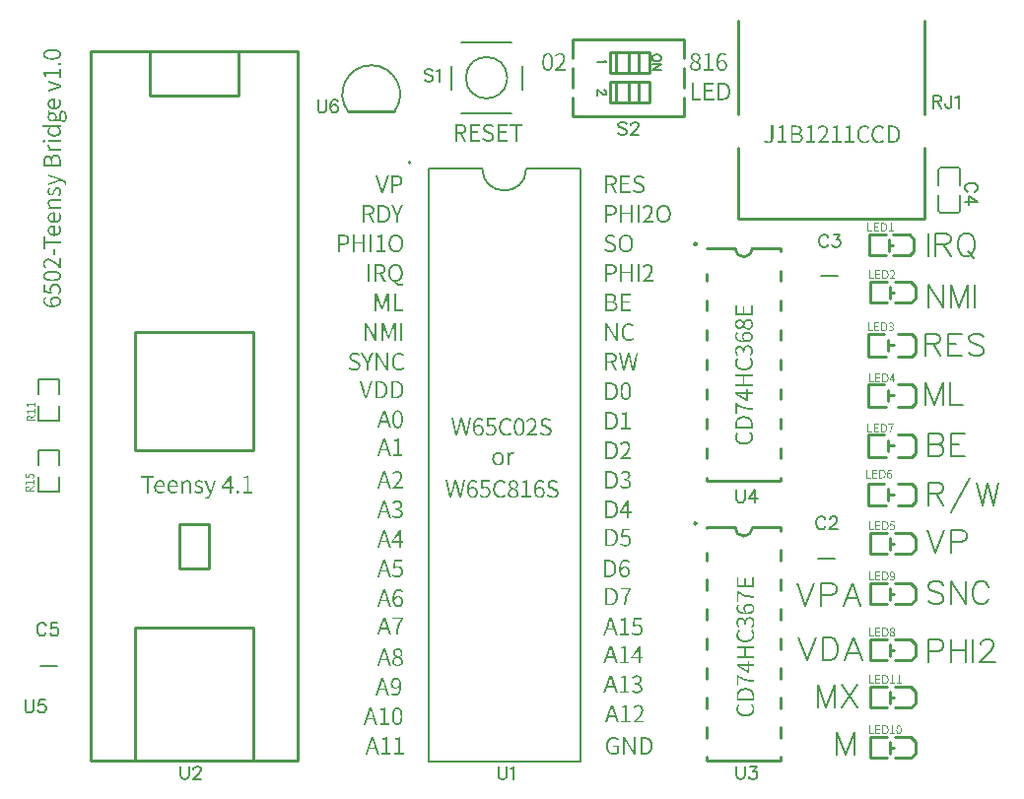
<source format=gto>
G04 Layer: TopSilkscreenLayer*
G04 EasyEDA v6.5.39, 2024-01-24 12:43:59*
G04 deea6d9213314a98b6ebed6103c3b4d4,cb1d8df9e4d043698efa6217e4288dd5,10*
G04 Gerber Generator version 0.2*
G04 Scale: 100 percent, Rotated: No, Reflected: No *
G04 Dimensions in millimeters *
G04 leading zeros omitted , absolute positions ,4 integer and 5 decimal *
%FSLAX45Y45*%
%MOMM*%

%ADD10C,0.2032*%
%ADD11C,0.1524*%
%ADD12C,0.1999*%
%ADD13C,0.2540*%
%ADD14C,0.2000*%
%ADD15C,0.1500*%
%ADD16C,0.0108*%

%LPD*%
G36*
X6021425Y10834370D02*
G01*
X6015583Y10834166D01*
X6009944Y10833506D01*
X6004509Y10832439D01*
X5999276Y10830966D01*
X5994247Y10829036D01*
X5989472Y10826750D01*
X5984900Y10824108D01*
X5980633Y10821009D01*
X5976620Y10817606D01*
X5972860Y10813796D01*
X5969457Y10809630D01*
X5966307Y10805109D01*
X5963513Y10800283D01*
X5961024Y10795101D01*
X5958890Y10789564D01*
X5957112Y10783773D01*
X5955690Y10777626D01*
X5954674Y10771174D01*
X5954064Y10764418D01*
X5953861Y10757408D01*
X5954064Y10750296D01*
X5954674Y10743539D01*
X5955639Y10737037D01*
X5957011Y10730890D01*
X5958738Y10724997D01*
X5960821Y10719511D01*
X5963259Y10714329D01*
X5966002Y10709452D01*
X5969050Y10704982D01*
X5972454Y10700816D01*
X5976112Y10697057D01*
X5980023Y10693654D01*
X5984240Y10690606D01*
X5988710Y10687964D01*
X5993384Y10685678D01*
X5998362Y10683798D01*
X6003493Y10682376D01*
X6008878Y10681309D01*
X6014415Y10680649D01*
X6020155Y10680446D01*
X6027420Y10680750D01*
X6034278Y10681716D01*
X6040780Y10683240D01*
X6046774Y10685221D01*
X6052312Y10687710D01*
X6057341Y10690606D01*
X6061760Y10693908D01*
X6065621Y10697464D01*
X6065621Y10759186D01*
X6017615Y10759186D01*
X6017615Y10745216D01*
X6050127Y10745216D01*
X6050127Y10704576D01*
X6044692Y10700664D01*
X6037783Y10697667D01*
X6029960Y10695838D01*
X6021679Y10695178D01*
X6015786Y10695482D01*
X6010249Y10696295D01*
X6005017Y10697667D01*
X6000191Y10699546D01*
X5995670Y10701934D01*
X5991504Y10704830D01*
X5987745Y10708182D01*
X5984290Y10712043D01*
X5981293Y10716310D01*
X5978601Y10721035D01*
X5976366Y10726166D01*
X5974486Y10731703D01*
X5973013Y10737646D01*
X5971997Y10743946D01*
X5971336Y10750651D01*
X5971133Y10757662D01*
X5971387Y10764672D01*
X5972048Y10771327D01*
X5973165Y10777626D01*
X5974689Y10783519D01*
X5976670Y10789056D01*
X5979007Y10794136D01*
X5981750Y10798810D01*
X5984900Y10803026D01*
X5988354Y10806836D01*
X5992164Y10810138D01*
X5996330Y10812983D01*
X6000800Y10815370D01*
X6005626Y10817199D01*
X6010706Y10818571D01*
X6016040Y10819384D01*
X6021679Y10819638D01*
X6032296Y10818520D01*
X6041085Y10815472D01*
X6048400Y10810951D01*
X6054445Y10805414D01*
X6063843Y10816336D01*
X6060389Y10819587D01*
X6056477Y10822787D01*
X6052058Y10825835D01*
X6047130Y10828578D01*
X6041593Y10830915D01*
X6035497Y10832744D01*
X6028791Y10833963D01*
G37*
G36*
X6101689Y10831830D02*
G01*
X6101689Y10682986D01*
X6117437Y10682986D01*
X6117386Y10770311D01*
X6116726Y10787430D01*
X6115405Y10809732D01*
X6116421Y10809732D01*
X6132677Y10779252D01*
X6188557Y10682986D01*
X6206083Y10682986D01*
X6206083Y10831830D01*
X6190081Y10831830D01*
X6190132Y10745571D01*
X6191199Y10722102D01*
X6192367Y10704830D01*
X6191351Y10704830D01*
X6175095Y10735310D01*
X6118961Y10831830D01*
G37*
G36*
X6247485Y10831830D02*
G01*
X6247485Y10817860D01*
X6282791Y10817860D01*
X6289344Y10817606D01*
X6295440Y10816844D01*
X6301130Y10815574D01*
X6306362Y10813846D01*
X6311188Y10811611D01*
X6315608Y10808919D01*
X6319570Y10805769D01*
X6323126Y10802162D01*
X6326225Y10798098D01*
X6328918Y10793628D01*
X6331204Y10788700D01*
X6333083Y10783366D01*
X6334506Y10777575D01*
X6335572Y10771428D01*
X6336182Y10764875D01*
X6336385Y10757916D01*
X6336182Y10751007D01*
X6335572Y10744403D01*
X6334506Y10738205D01*
X6333083Y10732363D01*
X6331204Y10726928D01*
X6328918Y10721898D01*
X6326225Y10717276D01*
X6323126Y10713110D01*
X6319570Y10709351D01*
X6315608Y10706100D01*
X6311188Y10703255D01*
X6306362Y10700969D01*
X6301130Y10699089D01*
X6295440Y10697768D01*
X6289344Y10696956D01*
X6282791Y10696702D01*
X6264503Y10696702D01*
X6264503Y10817860D01*
X6247485Y10817860D01*
X6247485Y10682986D01*
X6284823Y10682986D01*
X6291427Y10683189D01*
X6297676Y10683798D01*
X6303619Y10684865D01*
X6309258Y10686288D01*
X6314541Y10688116D01*
X6319520Y10690352D01*
X6324142Y10692942D01*
X6328460Y10695889D01*
X6332474Y10699242D01*
X6336080Y10702950D01*
X6339382Y10706963D01*
X6342380Y10711332D01*
X6345021Y10716056D01*
X6347307Y10721136D01*
X6349238Y10726470D01*
X6350812Y10732160D01*
X6352032Y10738154D01*
X6352946Y10744454D01*
X6353454Y10751058D01*
X6353657Y10757916D01*
X6353454Y10764774D01*
X6352946Y10771327D01*
X6352032Y10777626D01*
X6350812Y10783570D01*
X6349238Y10789158D01*
X6347256Y10794492D01*
X6344970Y10799470D01*
X6342329Y10804144D01*
X6339332Y10808411D01*
X6336030Y10812373D01*
X6332321Y10816031D01*
X6328308Y10819282D01*
X6323939Y10822178D01*
X6319266Y10824718D01*
X6314236Y10826851D01*
X6308852Y10828629D01*
X6303162Y10830001D01*
X6297117Y10831017D01*
X6290767Y10831626D01*
X6284061Y10831830D01*
G37*
G36*
X4164177Y13641069D02*
G01*
X4158996Y13640765D01*
X4154119Y13639901D01*
X4149496Y13638428D01*
X4145127Y13636396D01*
X4141063Y13633704D01*
X4137304Y13630452D01*
X4133850Y13626642D01*
X4130751Y13622172D01*
X4127957Y13617143D01*
X4125468Y13611453D01*
X4123385Y13605205D01*
X4121658Y13598296D01*
X4120235Y13590828D01*
X4119270Y13582700D01*
X4118660Y13573963D01*
X4118457Y13564616D01*
X4134459Y13564616D01*
X4134713Y13574979D01*
X4135424Y13584377D01*
X4136593Y13592759D01*
X4138218Y13600226D01*
X4140250Y13606780D01*
X4142638Y13612418D01*
X4145432Y13617092D01*
X4148582Y13620953D01*
X4152036Y13623848D01*
X4155795Y13625982D01*
X4159859Y13627201D01*
X4164177Y13627607D01*
X4168444Y13627201D01*
X4172407Y13625982D01*
X4176115Y13623848D01*
X4179519Y13620953D01*
X4182618Y13617092D01*
X4185361Y13612418D01*
X4187748Y13606780D01*
X4189729Y13600226D01*
X4191304Y13592759D01*
X4192422Y13584377D01*
X4193133Y13574979D01*
X4193387Y13564616D01*
X4193133Y13554049D01*
X4192422Y13544499D01*
X4191304Y13535913D01*
X4189729Y13528294D01*
X4187748Y13521639D01*
X4185361Y13515898D01*
X4182618Y13511123D01*
X4179519Y13507212D01*
X4176115Y13504163D01*
X4172407Y13502030D01*
X4168444Y13500760D01*
X4164177Y13500354D01*
X4159859Y13500760D01*
X4155795Y13502030D01*
X4152036Y13504163D01*
X4148582Y13507212D01*
X4145432Y13511123D01*
X4142638Y13515898D01*
X4140250Y13521639D01*
X4138218Y13528294D01*
X4136593Y13535913D01*
X4135424Y13544499D01*
X4134713Y13554049D01*
X4134459Y13564616D01*
X4118457Y13564616D01*
X4118660Y13555167D01*
X4119270Y13546328D01*
X4120235Y13538149D01*
X4121658Y13530529D01*
X4123385Y13523569D01*
X4125468Y13517219D01*
X4127957Y13511479D01*
X4130751Y13506348D01*
X4133850Y13501827D01*
X4137304Y13497915D01*
X4141063Y13494613D01*
X4145127Y13491921D01*
X4149496Y13489838D01*
X4154119Y13488314D01*
X4158996Y13487450D01*
X4164177Y13487146D01*
X4169257Y13487450D01*
X4174083Y13488314D01*
X4178655Y13489838D01*
X4182922Y13491921D01*
X4186936Y13494613D01*
X4190644Y13497915D01*
X4194048Y13501827D01*
X4197146Y13506348D01*
X4199940Y13511479D01*
X4202379Y13517219D01*
X4204462Y13523569D01*
X4206240Y13530529D01*
X4207611Y13538149D01*
X4208576Y13546328D01*
X4209186Y13555167D01*
X4209389Y13564616D01*
X4209186Y13573963D01*
X4208576Y13582700D01*
X4207611Y13590828D01*
X4206240Y13598296D01*
X4204462Y13605205D01*
X4202379Y13611453D01*
X4199940Y13617143D01*
X4197146Y13622172D01*
X4194048Y13626642D01*
X4190644Y13630452D01*
X4186936Y13633704D01*
X4182922Y13636396D01*
X4178655Y13638428D01*
X4174083Y13639901D01*
X4169257Y13640765D01*
G37*
G36*
X4037939Y13638530D02*
G01*
X4007684Y13549884D01*
X4023461Y13549884D01*
X4033316Y13580262D01*
X4046575Y13624306D01*
X4047337Y13624306D01*
X4058665Y13586510D01*
X4062831Y13574013D01*
X4070451Y13549884D01*
X4007684Y13549884D01*
X3987139Y13489686D01*
X4003903Y13489686D01*
X4019143Y13536676D01*
X4074769Y13536676D01*
X4089501Y13489686D01*
X4107535Y13489686D01*
X4056481Y13638530D01*
G37*
G36*
X3973931Y15657830D02*
G01*
X4021683Y15508986D01*
X4040987Y15508986D01*
X4088485Y15657830D01*
X4071467Y15657830D01*
X4033926Y15532912D01*
X4031843Y15526512D01*
X4031081Y15526512D01*
X4023664Y15550997D01*
X4016603Y15575534D01*
X3991457Y15657830D01*
G37*
G36*
X4109313Y15657830D02*
G01*
X4109313Y15644113D01*
X4148175Y15644113D01*
X4154678Y15643961D01*
X4160672Y15643504D01*
X4166057Y15642640D01*
X4170934Y15641421D01*
X4175201Y15639846D01*
X4178960Y15637763D01*
X4182110Y15635224D01*
X4184700Y15632226D01*
X4186732Y15628670D01*
X4188155Y15624606D01*
X4189018Y15619933D01*
X4189323Y15614650D01*
X4189069Y15609366D01*
X4188206Y15604642D01*
X4186834Y15600375D01*
X4184904Y15596616D01*
X4182364Y15593313D01*
X4179315Y15590469D01*
X4175709Y15588132D01*
X4171492Y15586201D01*
X4166717Y15584728D01*
X4161383Y15583712D01*
X4155440Y15583103D01*
X4148937Y15582900D01*
X4126331Y15582900D01*
X4126331Y15644113D01*
X4109313Y15644113D01*
X4109313Y15508986D01*
X4126331Y15508986D01*
X4126331Y15569184D01*
X4157472Y15569336D01*
X4163212Y15569844D01*
X4168648Y15570707D01*
X4173778Y15571927D01*
X4178604Y15573501D01*
X4183075Y15575381D01*
X4187190Y15577667D01*
X4190949Y15580309D01*
X4194301Y15583306D01*
X4197299Y15586659D01*
X4199839Y15590367D01*
X4201972Y15594482D01*
X4203649Y15598952D01*
X4204817Y15603778D01*
X4205579Y15609011D01*
X4205833Y15614650D01*
X4205579Y15620390D01*
X4204817Y15625673D01*
X4203598Y15630499D01*
X4201922Y15634919D01*
X4199788Y15638830D01*
X4197248Y15642386D01*
X4194251Y15645485D01*
X4190847Y15648228D01*
X4187037Y15650616D01*
X4182872Y15652597D01*
X4178350Y15654274D01*
X4173474Y15655594D01*
X4168241Y15656610D01*
X4162704Y15657271D01*
X4156862Y15657677D01*
X4150715Y15657830D01*
G37*
G36*
X3867251Y15403830D02*
G01*
X3867251Y15390113D01*
X3909923Y15390113D01*
X3918458Y15389758D01*
X3925925Y15388640D01*
X3932326Y15386710D01*
X3937660Y15383916D01*
X3941826Y15380106D01*
X3944823Y15375331D01*
X3946651Y15369438D01*
X3947261Y15362428D01*
X3946651Y15355468D01*
X3944823Y15349474D01*
X3941826Y15344394D01*
X3937660Y15340279D01*
X3932326Y15337078D01*
X3925925Y15334792D01*
X3918458Y15333421D01*
X3909923Y15332963D01*
X3884015Y15332963D01*
X3884015Y15390113D01*
X3867251Y15390113D01*
X3867251Y15254986D01*
X3884015Y15254986D01*
X3884015Y15319248D01*
X3911955Y15319248D01*
X3949039Y15254986D01*
X3967835Y15254986D01*
X3929481Y15320772D01*
X3934612Y15322143D01*
X3939336Y15323921D01*
X3943756Y15326055D01*
X3947820Y15328544D01*
X3951427Y15331389D01*
X3954678Y15334640D01*
X3957421Y15338298D01*
X3959758Y15342311D01*
X3961587Y15346730D01*
X3962908Y15351556D01*
X3963771Y15356789D01*
X3964025Y15362428D01*
X3963568Y15369641D01*
X3962349Y15376093D01*
X3960266Y15381732D01*
X3957421Y15386710D01*
X3953916Y15390977D01*
X3949700Y15394533D01*
X3944874Y15397530D01*
X3939438Y15399867D01*
X3933494Y15401645D01*
X3926992Y15402864D01*
X3920083Y15403576D01*
X3912717Y15403830D01*
G37*
G36*
X3994505Y15403830D02*
G01*
X3994505Y15389860D01*
X4029811Y15389860D01*
X4036364Y15389606D01*
X4042460Y15388844D01*
X4048150Y15387574D01*
X4053382Y15385846D01*
X4058208Y15383611D01*
X4062628Y15380919D01*
X4066590Y15377769D01*
X4070146Y15374162D01*
X4073245Y15370098D01*
X4075937Y15365628D01*
X4078224Y15360700D01*
X4080103Y15355366D01*
X4081526Y15349575D01*
X4082592Y15343428D01*
X4083202Y15336875D01*
X4083405Y15329916D01*
X4083202Y15323007D01*
X4082592Y15316403D01*
X4081526Y15310205D01*
X4080103Y15304363D01*
X4078224Y15298928D01*
X4075937Y15293898D01*
X4073245Y15289276D01*
X4070146Y15285110D01*
X4066590Y15281351D01*
X4062628Y15278100D01*
X4058208Y15275255D01*
X4053382Y15272969D01*
X4048150Y15271089D01*
X4042460Y15269768D01*
X4036364Y15268956D01*
X4029811Y15268701D01*
X4011523Y15268701D01*
X4011523Y15389860D01*
X3994505Y15389860D01*
X3994505Y15254986D01*
X4031843Y15254986D01*
X4038447Y15255189D01*
X4044696Y15255798D01*
X4050639Y15256865D01*
X4056278Y15258288D01*
X4061561Y15260116D01*
X4066540Y15262351D01*
X4071162Y15264942D01*
X4075480Y15267889D01*
X4079494Y15271242D01*
X4083100Y15274950D01*
X4086402Y15278963D01*
X4089400Y15283332D01*
X4092041Y15288056D01*
X4094327Y15293136D01*
X4096258Y15298470D01*
X4097832Y15304160D01*
X4099051Y15310154D01*
X4099966Y15316454D01*
X4100474Y15323057D01*
X4100677Y15329916D01*
X4100474Y15336774D01*
X4099966Y15343327D01*
X4099051Y15349626D01*
X4097832Y15355569D01*
X4096258Y15361157D01*
X4094276Y15366492D01*
X4091990Y15371470D01*
X4089349Y15376144D01*
X4086351Y15380411D01*
X4082999Y15384424D01*
X4079341Y15388031D01*
X4075328Y15391282D01*
X4070959Y15394178D01*
X4066286Y15396718D01*
X4061256Y15398851D01*
X4055872Y15400629D01*
X4050182Y15402001D01*
X4044137Y15403017D01*
X4037787Y15403626D01*
X4031081Y15403830D01*
G37*
G36*
X4108043Y15403830D02*
G01*
X4152747Y15313406D01*
X4152747Y15254986D01*
X4169511Y15254986D01*
X4169511Y15313406D01*
X4214215Y15403830D01*
X4196943Y15403830D01*
X4161891Y15328138D01*
X4160875Y15328138D01*
X4126077Y15403830D01*
G37*
G36*
X4149191Y15152369D02*
G01*
X4143756Y15152166D01*
X4138472Y15151506D01*
X4133392Y15150439D01*
X4128515Y15148966D01*
X4123791Y15147086D01*
X4119321Y15144851D01*
X4115104Y15142159D01*
X4111091Y15139162D01*
X4107383Y15135707D01*
X4103878Y15131948D01*
X4100677Y15127833D01*
X4097782Y15123363D01*
X4095140Y15118537D01*
X4092854Y15113355D01*
X4090873Y15107919D01*
X4089196Y15102128D01*
X4087926Y15095982D01*
X4086961Y15089581D01*
X4086402Y15082875D01*
X4086199Y15075916D01*
X4103471Y15075916D01*
X4103674Y15082875D01*
X4104335Y15089530D01*
X4105351Y15095778D01*
X4106773Y15101620D01*
X4108551Y15107107D01*
X4110685Y15112187D01*
X4113225Y15116860D01*
X4116019Y15121077D01*
X4119219Y15124836D01*
X4122674Y15128138D01*
X4126433Y15130983D01*
X4130497Y15133370D01*
X4134764Y15135199D01*
X4139336Y15136571D01*
X4144162Y15137384D01*
X4149191Y15137638D01*
X4154220Y15137384D01*
X4159046Y15136571D01*
X4163618Y15135199D01*
X4167886Y15133370D01*
X4171950Y15130983D01*
X4175709Y15128138D01*
X4179163Y15124836D01*
X4182364Y15121077D01*
X4185158Y15116860D01*
X4187698Y15112187D01*
X4189831Y15107107D01*
X4191609Y15101620D01*
X4193032Y15095778D01*
X4194048Y15089530D01*
X4194708Y15082875D01*
X4194911Y15075916D01*
X4194708Y15068956D01*
X4194048Y15062301D01*
X4193032Y15056002D01*
X4191609Y15050058D01*
X4189831Y15044470D01*
X4187698Y15039340D01*
X4185158Y15034564D01*
X4182364Y15030246D01*
X4179163Y15026386D01*
X4175709Y15022982D01*
X4171950Y15020036D01*
X4167886Y15017597D01*
X4163618Y15015718D01*
X4159046Y15014295D01*
X4154220Y15013482D01*
X4149191Y15013178D01*
X4144162Y15013482D01*
X4139336Y15014295D01*
X4134764Y15015718D01*
X4130497Y15017648D01*
X4126433Y15020036D01*
X4122674Y15022982D01*
X4119219Y15026386D01*
X4116019Y15030246D01*
X4113225Y15034564D01*
X4110685Y15039340D01*
X4108551Y15044470D01*
X4106773Y15050058D01*
X4105351Y15056002D01*
X4104335Y15062301D01*
X4103674Y15068956D01*
X4103471Y15075916D01*
X4086199Y15075916D01*
X4086402Y15068905D01*
X4086961Y15062200D01*
X4087926Y15055748D01*
X4089196Y15049601D01*
X4090873Y15043759D01*
X4092854Y15038222D01*
X4095140Y15033040D01*
X4097782Y15028113D01*
X4100677Y15023592D01*
X4103878Y15019375D01*
X4107383Y15015514D01*
X4111091Y15012060D01*
X4115104Y15008910D01*
X4119321Y15006218D01*
X4123791Y15003881D01*
X4128515Y15001951D01*
X4133392Y15000427D01*
X4138472Y14999309D01*
X4143756Y14998649D01*
X4149191Y14998446D01*
X4154627Y14998649D01*
X4159910Y14999309D01*
X4164990Y15000427D01*
X4169867Y15001951D01*
X4174591Y15003881D01*
X4179062Y15006218D01*
X4183278Y15008910D01*
X4187291Y15012060D01*
X4191000Y15015514D01*
X4194505Y15019375D01*
X4197705Y15023592D01*
X4200601Y15028113D01*
X4203242Y15033040D01*
X4205528Y15038222D01*
X4207510Y15043759D01*
X4209186Y15049601D01*
X4210456Y15055748D01*
X4211421Y15062200D01*
X4211980Y15068905D01*
X4212183Y15075916D01*
X4211980Y15082875D01*
X4211421Y15089581D01*
X4210456Y15095982D01*
X4209186Y15102128D01*
X4207510Y15107919D01*
X4205528Y15113355D01*
X4203242Y15118537D01*
X4200601Y15123363D01*
X4197705Y15127833D01*
X4194505Y15131948D01*
X4191000Y15135707D01*
X4187291Y15139162D01*
X4183278Y15142159D01*
X4179062Y15144851D01*
X4174591Y15147086D01*
X4169867Y15148966D01*
X4164990Y15150439D01*
X4159910Y15151506D01*
X4154627Y15152166D01*
G37*
G36*
X3651351Y15149830D02*
G01*
X3651351Y15136113D01*
X3689959Y15136113D01*
X3696512Y15135961D01*
X3702558Y15135504D01*
X3707942Y15134640D01*
X3712819Y15133421D01*
X3717086Y15131846D01*
X3720846Y15129763D01*
X3723944Y15127224D01*
X3726535Y15124226D01*
X3728516Y15120670D01*
X3729990Y15116606D01*
X3730802Y15111933D01*
X3731107Y15106650D01*
X3730853Y15101366D01*
X3730040Y15096642D01*
X3728669Y15092375D01*
X3726738Y15088616D01*
X3724249Y15085313D01*
X3721252Y15082469D01*
X3717645Y15080132D01*
X3713479Y15078201D01*
X3708704Y15076728D01*
X3703370Y15075712D01*
X3697478Y15075103D01*
X3690975Y15074900D01*
X3668115Y15074900D01*
X3668115Y15136113D01*
X3651351Y15136113D01*
X3651351Y15000986D01*
X3668115Y15000986D01*
X3668115Y15061184D01*
X3699306Y15061336D01*
X3705098Y15061844D01*
X3710584Y15062707D01*
X3715715Y15063927D01*
X3720541Y15065501D01*
X3725062Y15067381D01*
X3729177Y15069667D01*
X3732936Y15072309D01*
X3736340Y15075306D01*
X3739286Y15078659D01*
X3741877Y15082367D01*
X3743960Y15086482D01*
X3745636Y15090952D01*
X3746855Y15095778D01*
X3747617Y15101011D01*
X3747871Y15106650D01*
X3747617Y15112390D01*
X3746855Y15117673D01*
X3745636Y15122499D01*
X3743960Y15126919D01*
X3741775Y15130830D01*
X3739184Y15134386D01*
X3736187Y15137485D01*
X3732784Y15140228D01*
X3728923Y15142616D01*
X3724757Y15144597D01*
X3720185Y15146274D01*
X3715308Y15147594D01*
X3710076Y15148610D01*
X3704488Y15149271D01*
X3698646Y15149677D01*
X3692499Y15149830D01*
G37*
G36*
X3778351Y15149830D02*
G01*
X3778351Y15000986D01*
X3795369Y15000986D01*
X3795369Y15072106D01*
X3866997Y15072106D01*
X3866997Y15000986D01*
X3884015Y15000986D01*
X3884015Y15149830D01*
X3866997Y15149830D01*
X3866997Y15086838D01*
X3795369Y15086838D01*
X3795369Y15149830D01*
G37*
G36*
X3925163Y15149830D02*
G01*
X3925163Y15000986D01*
X3941927Y15000986D01*
X3941927Y15149830D01*
G37*
G36*
X4018127Y15149830D02*
G01*
X4011929Y15146477D01*
X4004919Y15143683D01*
X3996994Y15141448D01*
X3987901Y15139669D01*
X3987901Y15128748D01*
X4014063Y15128748D01*
X4014063Y15014701D01*
X3980789Y15014701D01*
X3980789Y15000986D01*
X4060799Y15000986D01*
X4060799Y15014701D01*
X4030573Y15014701D01*
X4030573Y15149830D01*
G37*
G36*
X4145127Y14898369D02*
G01*
X4139692Y14898166D01*
X4134408Y14897506D01*
X4129328Y14896439D01*
X4124451Y14894966D01*
X4119727Y14893086D01*
X4115257Y14890851D01*
X4111040Y14888159D01*
X4107027Y14885162D01*
X4103319Y14881707D01*
X4099814Y14877948D01*
X4096613Y14873833D01*
X4093718Y14869363D01*
X4091076Y14864537D01*
X4088790Y14859355D01*
X4086809Y14853919D01*
X4085132Y14848128D01*
X4083862Y14841982D01*
X4082897Y14835581D01*
X4082338Y14828875D01*
X4082135Y14821916D01*
X4099407Y14821916D01*
X4099610Y14828875D01*
X4100271Y14835530D01*
X4101287Y14841778D01*
X4102709Y14847620D01*
X4104487Y14853107D01*
X4106621Y14858187D01*
X4109161Y14862860D01*
X4112006Y14867077D01*
X4115155Y14870836D01*
X4118610Y14874138D01*
X4122369Y14876983D01*
X4126433Y14879370D01*
X4130700Y14881199D01*
X4135272Y14882571D01*
X4140098Y14883384D01*
X4145127Y14883638D01*
X4150156Y14883384D01*
X4154982Y14882571D01*
X4159554Y14881199D01*
X4163822Y14879370D01*
X4167886Y14876983D01*
X4171645Y14874138D01*
X4175099Y14870836D01*
X4178249Y14867077D01*
X4181094Y14862860D01*
X4183634Y14858187D01*
X4185767Y14853107D01*
X4187545Y14847620D01*
X4188968Y14841778D01*
X4189984Y14835530D01*
X4190644Y14828875D01*
X4190847Y14821916D01*
X4190644Y14814804D01*
X4189984Y14808047D01*
X4188968Y14801646D01*
X4187545Y14795601D01*
X4185767Y14789962D01*
X4183634Y14784730D01*
X4181094Y14779955D01*
X4178249Y14775586D01*
X4175099Y14771674D01*
X4171645Y14768271D01*
X4167886Y14765324D01*
X4163822Y14762886D01*
X4159554Y14760956D01*
X4154982Y14759533D01*
X4150156Y14758720D01*
X4145127Y14758416D01*
X4140098Y14758720D01*
X4135272Y14759533D01*
X4130700Y14760956D01*
X4126433Y14762886D01*
X4122369Y14765324D01*
X4118610Y14768271D01*
X4115155Y14771674D01*
X4112006Y14775586D01*
X4109161Y14779955D01*
X4106621Y14784730D01*
X4104487Y14789962D01*
X4102709Y14795601D01*
X4101287Y14801646D01*
X4100271Y14808047D01*
X4099610Y14814804D01*
X4099407Y14821916D01*
X4082135Y14821916D01*
X4082389Y14813838D01*
X4083151Y14806168D01*
X4084421Y14798852D01*
X4086148Y14791944D01*
X4088282Y14785441D01*
X4090924Y14779396D01*
X4093921Y14773757D01*
X4097324Y14768576D01*
X4101134Y14763851D01*
X4105300Y14759635D01*
X4109770Y14755876D01*
X4114596Y14752624D01*
X4119727Y14749881D01*
X4125112Y14747697D01*
X4130801Y14746071D01*
X4136745Y14744954D01*
X4138980Y14740077D01*
X4141673Y14735403D01*
X4144772Y14731034D01*
X4148277Y14727021D01*
X4152188Y14723313D01*
X4156456Y14720011D01*
X4161129Y14717166D01*
X4166209Y14714728D01*
X4171645Y14712746D01*
X4177436Y14711324D01*
X4183583Y14710460D01*
X4190085Y14710156D01*
X4196334Y14710410D01*
X4201972Y14711121D01*
X4206849Y14712086D01*
X4210659Y14713204D01*
X4207357Y14726412D01*
X4200753Y14724989D01*
X4196638Y14724532D01*
X4191863Y14724380D01*
X4185818Y14724684D01*
X4180027Y14725650D01*
X4174591Y14727275D01*
X4169613Y14729561D01*
X4165041Y14732457D01*
X4161028Y14736063D01*
X4157573Y14740280D01*
X4154779Y14745207D01*
X4160621Y14746376D01*
X4166209Y14748103D01*
X4171492Y14750389D01*
X4176522Y14753132D01*
X4181195Y14756434D01*
X4185615Y14760194D01*
X4189679Y14764461D01*
X4193336Y14769185D01*
X4196689Y14774367D01*
X4199636Y14779955D01*
X4202125Y14785949D01*
X4204258Y14792401D01*
X4205935Y14799208D01*
X4207154Y14806422D01*
X4207865Y14813991D01*
X4208119Y14821916D01*
X4207916Y14828875D01*
X4207357Y14835581D01*
X4206392Y14841982D01*
X4205122Y14848128D01*
X4203446Y14853919D01*
X4201464Y14859355D01*
X4199178Y14864537D01*
X4196537Y14869363D01*
X4193641Y14873833D01*
X4190441Y14877948D01*
X4186936Y14881707D01*
X4183227Y14885162D01*
X4179214Y14888159D01*
X4174998Y14890851D01*
X4170527Y14893086D01*
X4165803Y14894966D01*
X4160926Y14896439D01*
X4155846Y14897506D01*
X4150563Y14898166D01*
G37*
G36*
X3905351Y14895830D02*
G01*
X3905351Y14746986D01*
X3922115Y14746986D01*
X3922115Y14895830D01*
G37*
G36*
X3963517Y14895830D02*
G01*
X3963517Y14882113D01*
X4006443Y14882113D01*
X4014876Y14881758D01*
X4022293Y14880640D01*
X4028694Y14878710D01*
X4033926Y14875916D01*
X4038092Y14872106D01*
X4041089Y14867331D01*
X4042918Y14861438D01*
X4043527Y14854428D01*
X4042918Y14847468D01*
X4041089Y14841474D01*
X4038092Y14836394D01*
X4033926Y14832279D01*
X4028694Y14829078D01*
X4022293Y14826792D01*
X4014876Y14825421D01*
X4006443Y14824963D01*
X3980535Y14824963D01*
X3980535Y14882113D01*
X3963517Y14882113D01*
X3963517Y14746986D01*
X3980535Y14746986D01*
X3980535Y14811248D01*
X4008221Y14811248D01*
X4045559Y14746986D01*
X4064355Y14746986D01*
X4026001Y14812772D01*
X4031081Y14814143D01*
X4035806Y14815921D01*
X4040174Y14818055D01*
X4044238Y14820544D01*
X4047845Y14823389D01*
X4051096Y14826640D01*
X4053890Y14830298D01*
X4056227Y14834311D01*
X4058056Y14838730D01*
X4059428Y14843556D01*
X4060240Y14848789D01*
X4060545Y14854428D01*
X4060088Y14861641D01*
X4058818Y14868093D01*
X4056786Y14873732D01*
X4053941Y14878710D01*
X4050385Y14882977D01*
X4046169Y14886533D01*
X4041343Y14889530D01*
X4035907Y14891867D01*
X4029913Y14893645D01*
X4023410Y14894864D01*
X4016400Y14895576D01*
X4008983Y14895830D01*
G37*
G36*
X3968851Y14641830D02*
G01*
X3968851Y14492986D01*
X3984091Y14492986D01*
X3984040Y14583816D01*
X3983024Y14606016D01*
X3982059Y14622018D01*
X3982821Y14622018D01*
X3994505Y14588236D01*
X4023715Y14508226D01*
X4035399Y14508226D01*
X4064355Y14588236D01*
X4076293Y14622018D01*
X4077055Y14622018D01*
X4075226Y14589099D01*
X4075023Y14578838D01*
X4075023Y14492986D01*
X4090771Y14492986D01*
X4090771Y14641830D01*
X4069943Y14641830D01*
X4040987Y14560550D01*
X4030573Y14528800D01*
X4029557Y14528800D01*
X4018635Y14560550D01*
X3989425Y14641830D01*
G37*
G36*
X4132173Y14641830D02*
G01*
X4132173Y14492986D01*
X4214723Y14492986D01*
X4214723Y14507210D01*
X4148937Y14507210D01*
X4148937Y14641830D01*
G37*
G36*
X3879951Y14387830D02*
G01*
X3879951Y14238986D01*
X3895699Y14238986D01*
X3895648Y14326311D01*
X3894988Y14343430D01*
X3893667Y14365732D01*
X3894683Y14365732D01*
X3910939Y14335251D01*
X3966819Y14238986D01*
X3984345Y14238986D01*
X3984345Y14387830D01*
X3968343Y14387830D01*
X3968394Y14301571D01*
X3968699Y14289836D01*
X3970375Y14260830D01*
X3969359Y14260830D01*
X3953357Y14291310D01*
X3897223Y14387830D01*
G37*
G36*
X4025747Y14387830D02*
G01*
X4025747Y14238986D01*
X4040987Y14238986D01*
X4040936Y14329816D01*
X4039920Y14352016D01*
X4038955Y14368018D01*
X4039717Y14368018D01*
X4051655Y14334236D01*
X4080865Y14254226D01*
X4092295Y14254226D01*
X4121505Y14334236D01*
X4133189Y14368018D01*
X4133951Y14368018D01*
X4132122Y14335099D01*
X4131919Y14324838D01*
X4131919Y14238986D01*
X4147667Y14238986D01*
X4147667Y14387830D01*
X4126839Y14387830D01*
X4097883Y14306550D01*
X4087469Y14274800D01*
X4086453Y14274800D01*
X4075785Y14306550D01*
X4046575Y14387830D01*
G37*
G36*
X4189069Y14387830D02*
G01*
X4189069Y14238986D01*
X4206087Y14238986D01*
X4206087Y14387830D01*
G37*
G36*
X3795115Y14136369D02*
G01*
X3788664Y14136014D01*
X3782517Y14135049D01*
X3776776Y14133474D01*
X3771442Y14131340D01*
X3766565Y14128597D01*
X3762248Y14125397D01*
X3758387Y14121739D01*
X3755186Y14117624D01*
X3752596Y14113103D01*
X3750716Y14108226D01*
X3749548Y14103045D01*
X3749141Y14097507D01*
X3749852Y14089938D01*
X3751935Y14083334D01*
X3755085Y14077645D01*
X3759098Y14072768D01*
X3763772Y14068602D01*
X3768851Y14065097D01*
X3774135Y14062151D01*
X3779367Y14059662D01*
X3806139Y14047927D01*
X3810914Y14045539D01*
X3815232Y14042999D01*
X3818991Y14040154D01*
X3822090Y14036852D01*
X3824376Y14032992D01*
X3825849Y14028369D01*
X3826357Y14022832D01*
X3825798Y14017345D01*
X3824071Y14012418D01*
X3821328Y14007998D01*
X3817569Y14004290D01*
X3812895Y14001292D01*
X3807307Y13999057D01*
X3800856Y13997635D01*
X3793591Y13997178D01*
X3787749Y13997533D01*
X3781958Y13998498D01*
X3776370Y14000124D01*
X3770934Y14002308D01*
X3765753Y14005001D01*
X3760825Y14008201D01*
X3756202Y14011910D01*
X3751935Y14015974D01*
X3741775Y14004544D01*
X3746855Y13999667D01*
X3752342Y13995298D01*
X3758234Y13991539D01*
X3764534Y13988338D01*
X3771239Y13985798D01*
X3778300Y13983969D01*
X3785768Y13982852D01*
X3793591Y13982446D01*
X3800957Y13982801D01*
X3807866Y13983919D01*
X3814216Y13985646D01*
X3820058Y13988034D01*
X3825290Y13991031D01*
X3829913Y13994536D01*
X3833926Y13998498D01*
X3837228Y14002918D01*
X3839870Y14007744D01*
X3841800Y14012926D01*
X3842969Y14018361D01*
X3843375Y14024101D01*
X3842765Y14031823D01*
X3840987Y14038580D01*
X3838143Y14044422D01*
X3834384Y14049451D01*
X3829862Y14053769D01*
X3824630Y14057528D01*
X3818839Y14060830D01*
X3812641Y14063726D01*
X3786682Y14074800D01*
X3778148Y14079270D01*
X3774338Y14082013D01*
X3771036Y14085214D01*
X3768445Y14089024D01*
X3766769Y14093494D01*
X3766159Y14098778D01*
X3766718Y14103756D01*
X3768242Y14108226D01*
X3770782Y14112138D01*
X3774135Y14115440D01*
X3778351Y14118082D01*
X3783329Y14120012D01*
X3788918Y14121231D01*
X3795115Y14121638D01*
X3800297Y14121384D01*
X3805174Y14120622D01*
X3809796Y14119402D01*
X3814165Y14117777D01*
X3818280Y14115694D01*
X3822192Y14113256D01*
X3825900Y14110512D01*
X3829405Y14107413D01*
X3838295Y14118082D01*
X3834231Y14121942D01*
X3829761Y14125448D01*
X3824833Y14128546D01*
X3819550Y14131239D01*
X3813911Y14133372D01*
X3807917Y14134998D01*
X3801668Y14136014D01*
G37*
G36*
X4178655Y14136369D02*
G01*
X4173118Y14136166D01*
X4167682Y14135506D01*
X4162501Y14134439D01*
X4157472Y14132966D01*
X4152646Y14131036D01*
X4148023Y14128750D01*
X4143654Y14126108D01*
X4139539Y14123009D01*
X4135628Y14119606D01*
X4132021Y14115796D01*
X4128719Y14111630D01*
X4125671Y14107109D01*
X4122978Y14102283D01*
X4120591Y14097101D01*
X4118508Y14091564D01*
X4116781Y14085773D01*
X4115409Y14079626D01*
X4114444Y14073174D01*
X4113834Y14066418D01*
X4113631Y14059407D01*
X4113834Y14052296D01*
X4114444Y14045539D01*
X4115409Y14039037D01*
X4116730Y14032890D01*
X4118457Y14026997D01*
X4120489Y14021511D01*
X4122877Y14016329D01*
X4125569Y14011452D01*
X4128566Y14006982D01*
X4131818Y14002816D01*
X4135374Y13999057D01*
X4139184Y13995654D01*
X4143248Y13992606D01*
X4147565Y13989964D01*
X4152087Y13987678D01*
X4156862Y13985798D01*
X4161790Y13984376D01*
X4166920Y13983309D01*
X4172204Y13982649D01*
X4177639Y13982446D01*
X4184650Y13982801D01*
X4191203Y13983868D01*
X4197350Y13985595D01*
X4203090Y13987983D01*
X4208526Y13990980D01*
X4213555Y13994638D01*
X4218330Y13998905D01*
X4222851Y14003782D01*
X4213453Y14014196D01*
X4209745Y14010335D01*
X4205935Y14006931D01*
X4201922Y14004036D01*
X4197756Y14001597D01*
X4193286Y13999667D01*
X4188612Y13998295D01*
X4183684Y13997482D01*
X4178401Y13997178D01*
X4173067Y13997482D01*
X4167987Y13998295D01*
X4163161Y13999667D01*
X4158640Y14001546D01*
X4154424Y14003934D01*
X4150512Y14006830D01*
X4146956Y14010182D01*
X4143705Y14014043D01*
X4140809Y14018310D01*
X4138218Y14023035D01*
X4136034Y14028166D01*
X4134205Y14033703D01*
X4132783Y14039646D01*
X4131767Y14045946D01*
X4131106Y14052651D01*
X4130903Y14059662D01*
X4131106Y14066672D01*
X4131767Y14073327D01*
X4132834Y14079626D01*
X4134307Y14085519D01*
X4136186Y14091056D01*
X4138472Y14096136D01*
X4141063Y14100810D01*
X4144060Y14105026D01*
X4147362Y14108836D01*
X4151020Y14112138D01*
X4154932Y14114983D01*
X4159199Y14117370D01*
X4163720Y14119199D01*
X4168546Y14120571D01*
X4173575Y14121384D01*
X4178909Y14121638D01*
X4188104Y14120571D01*
X4196283Y14117675D01*
X4203547Y14113154D01*
X4209897Y14107413D01*
X4219295Y14118336D01*
X4215841Y14121790D01*
X4211878Y14125143D01*
X4207459Y14128191D01*
X4202582Y14130883D01*
X4197299Y14133118D01*
X4191508Y14134896D01*
X4185310Y14135963D01*
G37*
G36*
X3849471Y14133830D02*
G01*
X3894175Y14043406D01*
X3894175Y13984986D01*
X3910685Y13984986D01*
X3910685Y14043406D01*
X3955389Y14133830D01*
X3938117Y14133830D01*
X3918051Y14090650D01*
X3910837Y14074495D01*
X3903065Y14058138D01*
X3902303Y14058138D01*
X3894480Y14074495D01*
X3867251Y14133830D01*
G37*
G36*
X3976471Y14133830D02*
G01*
X3976471Y13984986D01*
X3992219Y13984986D01*
X3992168Y14072311D01*
X3991508Y14089430D01*
X3990187Y14111732D01*
X3991203Y14111732D01*
X4007459Y14081251D01*
X4063339Y13984986D01*
X4080865Y13984986D01*
X4080865Y14133830D01*
X4064863Y14133830D01*
X4064914Y14047571D01*
X4065219Y14035836D01*
X4066895Y14006830D01*
X4065879Y14006830D01*
X4049877Y14037310D01*
X3993743Y14133830D01*
G37*
G36*
X3834231Y13892530D02*
G01*
X3881983Y13743686D01*
X3901287Y13743686D01*
X3948785Y13892530D01*
X3931767Y13892530D01*
X3894226Y13767612D01*
X3892143Y13761212D01*
X3891381Y13761212D01*
X3883964Y13785697D01*
X3876903Y13810234D01*
X3851757Y13892530D01*
G37*
G36*
X3969613Y13892530D02*
G01*
X3969613Y13878560D01*
X4004919Y13878560D01*
X4011472Y13878306D01*
X4017568Y13877544D01*
X4023258Y13876274D01*
X4028490Y13874546D01*
X4033316Y13872311D01*
X4037736Y13869619D01*
X4041698Y13866469D01*
X4045254Y13862862D01*
X4048353Y13858798D01*
X4051046Y13854328D01*
X4053332Y13849400D01*
X4055211Y13844066D01*
X4056634Y13838275D01*
X4057700Y13832128D01*
X4058310Y13825575D01*
X4058513Y13818616D01*
X4058310Y13811707D01*
X4057700Y13805103D01*
X4056634Y13798905D01*
X4055211Y13793063D01*
X4053332Y13787628D01*
X4051046Y13782598D01*
X4048353Y13777976D01*
X4045254Y13773810D01*
X4041698Y13770051D01*
X4037736Y13766800D01*
X4033316Y13763955D01*
X4028490Y13761669D01*
X4023258Y13759789D01*
X4017568Y13758468D01*
X4011472Y13757656D01*
X4004919Y13757401D01*
X3986631Y13757401D01*
X3986631Y13878560D01*
X3969613Y13878560D01*
X3969613Y13743686D01*
X4006951Y13743686D01*
X4013555Y13743889D01*
X4019804Y13744498D01*
X4025747Y13745565D01*
X4031386Y13746988D01*
X4036669Y13748816D01*
X4041648Y13751051D01*
X4046270Y13753642D01*
X4050588Y13756589D01*
X4054601Y13759942D01*
X4058208Y13763650D01*
X4061510Y13767663D01*
X4064508Y13772032D01*
X4067149Y13776756D01*
X4069435Y13781836D01*
X4071365Y13787170D01*
X4072940Y13792860D01*
X4074160Y13798854D01*
X4075074Y13805154D01*
X4075582Y13811757D01*
X4075785Y13818616D01*
X4075582Y13825474D01*
X4075074Y13832027D01*
X4074160Y13838326D01*
X4072940Y13844269D01*
X4071315Y13849857D01*
X4069384Y13855192D01*
X4067098Y13860170D01*
X4064457Y13864844D01*
X4061460Y13869111D01*
X4058158Y13873124D01*
X4054449Y13876731D01*
X4050436Y13879982D01*
X4046067Y13882878D01*
X4041394Y13885418D01*
X4036364Y13887551D01*
X4030979Y13889329D01*
X4025290Y13890701D01*
X4019245Y13891717D01*
X4012895Y13892326D01*
X4006189Y13892530D01*
G37*
G36*
X4108551Y13892530D02*
G01*
X4108551Y13878560D01*
X4143603Y13878560D01*
X4150156Y13878306D01*
X4156252Y13877544D01*
X4161942Y13876274D01*
X4167174Y13874546D01*
X4172000Y13872311D01*
X4176420Y13869619D01*
X4180382Y13866469D01*
X4183938Y13862862D01*
X4187037Y13858798D01*
X4189729Y13854328D01*
X4192015Y13849400D01*
X4193895Y13844066D01*
X4195318Y13838275D01*
X4196384Y13832128D01*
X4196994Y13825575D01*
X4197197Y13818616D01*
X4196994Y13811707D01*
X4196384Y13805103D01*
X4195318Y13798905D01*
X4193895Y13793063D01*
X4192015Y13787628D01*
X4189729Y13782598D01*
X4187037Y13777976D01*
X4183938Y13773810D01*
X4180382Y13770051D01*
X4176420Y13766800D01*
X4172000Y13763955D01*
X4167174Y13761669D01*
X4161942Y13759789D01*
X4156252Y13758468D01*
X4150156Y13757656D01*
X4143603Y13757401D01*
X4125315Y13757401D01*
X4125315Y13878560D01*
X4108551Y13878560D01*
X4108551Y13743686D01*
X4145635Y13743686D01*
X4152239Y13743889D01*
X4158538Y13744498D01*
X4164533Y13745565D01*
X4170172Y13746988D01*
X4175455Y13748816D01*
X4180433Y13751051D01*
X4185107Y13753642D01*
X4189374Y13756589D01*
X4193387Y13759942D01*
X4196994Y13763650D01*
X4200296Y13767663D01*
X4203242Y13772032D01*
X4205884Y13776756D01*
X4208170Y13781836D01*
X4210050Y13787170D01*
X4211675Y13792860D01*
X4212894Y13798854D01*
X4213758Y13805154D01*
X4214317Y13811757D01*
X4214469Y13818616D01*
X4214317Y13825474D01*
X4213758Y13832027D01*
X4212894Y13838326D01*
X4211624Y13844269D01*
X4210050Y13849857D01*
X4208119Y13855192D01*
X4205833Y13860170D01*
X4203242Y13864844D01*
X4200245Y13869111D01*
X4196943Y13873124D01*
X4193286Y13876731D01*
X4189272Y13879982D01*
X4184954Y13882878D01*
X4180281Y13885418D01*
X4175251Y13887551D01*
X4169918Y13889329D01*
X4164228Y13890701D01*
X4158183Y13891717D01*
X4151833Y13892326D01*
X4145127Y13892530D01*
G37*
G36*
X4037939Y13397230D02*
G01*
X4007684Y13308584D01*
X4023461Y13308584D01*
X4033316Y13338962D01*
X4046575Y13383006D01*
X4047337Y13383006D01*
X4058665Y13345210D01*
X4062831Y13332713D01*
X4070451Y13308584D01*
X4007684Y13308584D01*
X3987139Y13248386D01*
X4003903Y13248386D01*
X4019143Y13295376D01*
X4074769Y13295376D01*
X4089501Y13248386D01*
X4107535Y13248386D01*
X4056481Y13397230D01*
G37*
G36*
X4163415Y13397230D02*
G01*
X4157319Y13393877D01*
X4150309Y13391083D01*
X4142435Y13388848D01*
X4133443Y13387069D01*
X4133443Y13376148D01*
X4159605Y13376148D01*
X4159605Y13262101D01*
X4126331Y13262101D01*
X4126331Y13248386D01*
X4206341Y13248386D01*
X4206341Y13262101D01*
X4176115Y13262101D01*
X4176115Y13397230D01*
G37*
G36*
X4159605Y13120369D02*
G01*
X4152900Y13119963D01*
X4146702Y13118795D01*
X4140962Y13116915D01*
X4135526Y13114426D01*
X4130446Y13111226D01*
X4125620Y13107517D01*
X4120946Y13103250D01*
X4116425Y13098526D01*
X4126077Y13089382D01*
X4129430Y13092988D01*
X4132935Y13096290D01*
X4136644Y13099288D01*
X4140504Y13101878D01*
X4144568Y13103961D01*
X4148836Y13105587D01*
X4153255Y13106552D01*
X4157827Y13106908D01*
X4164584Y13106298D01*
X4170375Y13104571D01*
X4175251Y13101828D01*
X4179163Y13098119D01*
X4182211Y13093598D01*
X4184345Y13088365D01*
X4185615Y13082524D01*
X4186021Y13076174D01*
X4185869Y13072313D01*
X4184599Y13064286D01*
X4182008Y13055955D01*
X4178046Y13047268D01*
X4175556Y13042747D01*
X4169562Y13033451D01*
X4162094Y13023646D01*
X4153204Y13013334D01*
X4142790Y13002463D01*
X4130903Y12990982D01*
X4117441Y12978892D01*
X4117441Y12968986D01*
X4209389Y12968986D01*
X4209389Y12983210D01*
X4160926Y12983108D01*
X4142333Y12981940D01*
X4152849Y12992100D01*
X4162501Y13002107D01*
X4171289Y13011861D01*
X4179112Y13021462D01*
X4185920Y13030962D01*
X4191660Y13040309D01*
X4196181Y13049554D01*
X4198010Y13054177D01*
X4199534Y13058749D01*
X4200702Y13063321D01*
X4201566Y13067842D01*
X4202125Y13072414D01*
X4202277Y13076936D01*
X4201922Y13083336D01*
X4200956Y13089331D01*
X4199331Y13094868D01*
X4197096Y13099948D01*
X4194251Y13104520D01*
X4190847Y13108584D01*
X4186885Y13112038D01*
X4182414Y13114985D01*
X4177436Y13117322D01*
X4171950Y13118998D01*
X4166006Y13120014D01*
G37*
G36*
X4037939Y13117830D02*
G01*
X4007684Y13029184D01*
X4023461Y13029184D01*
X4033316Y13059562D01*
X4046575Y13103606D01*
X4047337Y13103606D01*
X4058665Y13065810D01*
X4062831Y13053313D01*
X4070451Y13029184D01*
X4007684Y13029184D01*
X3987139Y12968986D01*
X4003903Y12968986D01*
X4019143Y13015976D01*
X4074769Y13015976D01*
X4089501Y12968986D01*
X4107535Y12968986D01*
X4056481Y13117830D01*
G37*
G36*
X4160875Y12866370D02*
G01*
X4154678Y12866014D01*
X4148836Y12865049D01*
X4143349Y12863423D01*
X4138117Y12861340D01*
X4133189Y12858750D01*
X4128465Y12855752D01*
X4123994Y12852450D01*
X4119727Y12848844D01*
X4128871Y12838176D01*
X4135628Y12843967D01*
X4143197Y12848590D01*
X4151477Y12851688D01*
X4160367Y12852908D01*
X4166057Y12852400D01*
X4171187Y12851028D01*
X4175607Y12848894D01*
X4179315Y12845999D01*
X4182313Y12842494D01*
X4184497Y12838277D01*
X4185818Y12833553D01*
X4186275Y12828270D01*
X4186072Y12824206D01*
X4185361Y12820345D01*
X4184142Y12816687D01*
X4182364Y12813284D01*
X4180027Y12810185D01*
X4177029Y12807340D01*
X4173423Y12804851D01*
X4169105Y12802768D01*
X4164076Y12801092D01*
X4158335Y12799822D01*
X4151731Y12799060D01*
X4144365Y12798806D01*
X4144365Y12785852D01*
X4152544Y12785598D01*
X4159859Y12784836D01*
X4166311Y12783616D01*
X4171950Y12781940D01*
X4176826Y12779857D01*
X4180941Y12777368D01*
X4184345Y12774472D01*
X4187037Y12771221D01*
X4189069Y12767614D01*
X4190492Y12763754D01*
X4191355Y12759588D01*
X4191609Y12755118D01*
X4191000Y12748768D01*
X4189323Y12743078D01*
X4186529Y12738150D01*
X4182872Y12733985D01*
X4178300Y12730632D01*
X4172965Y12728194D01*
X4166971Y12726670D01*
X4160367Y12726162D01*
X4154068Y12726517D01*
X4148328Y12727635D01*
X4143095Y12729260D01*
X4138320Y12731445D01*
X4133951Y12734086D01*
X4129938Y12736982D01*
X4126229Y12740132D01*
X4122775Y12743434D01*
X4114393Y12732766D01*
X4118152Y12728905D01*
X4122470Y12725196D01*
X4127296Y12721742D01*
X4132732Y12718694D01*
X4138828Y12716154D01*
X4145635Y12714173D01*
X4153103Y12712903D01*
X4161383Y12712446D01*
X4167784Y12712750D01*
X4173931Y12713716D01*
X4179722Y12715341D01*
X4185107Y12717526D01*
X4190085Y12720269D01*
X4194556Y12723622D01*
X4198467Y12727533D01*
X4201820Y12731953D01*
X4204512Y12736880D01*
X4206494Y12742316D01*
X4207713Y12748209D01*
X4208119Y12754610D01*
X4207459Y12761976D01*
X4205630Y12768681D01*
X4202684Y12774625D01*
X4198874Y12779857D01*
X4194200Y12784277D01*
X4188815Y12787934D01*
X4182922Y12790728D01*
X4176623Y12792710D01*
X4176623Y12793472D01*
X4182262Y12795859D01*
X4187393Y12798856D01*
X4191914Y12802463D01*
X4195724Y12806629D01*
X4198823Y12811455D01*
X4201109Y12816890D01*
X4202531Y12822885D01*
X4203039Y12829540D01*
X4202684Y12835178D01*
X4201617Y12840360D01*
X4199890Y12845135D01*
X4197502Y12849453D01*
X4194606Y12853314D01*
X4191101Y12856718D01*
X4187088Y12859613D01*
X4182668Y12862001D01*
X4177741Y12863880D01*
X4172458Y12865252D01*
X4166819Y12866116D01*
G37*
G36*
X4037939Y12863830D02*
G01*
X4007684Y12775184D01*
X4023461Y12775184D01*
X4033316Y12805562D01*
X4046575Y12849606D01*
X4047337Y12849606D01*
X4058665Y12811810D01*
X4062831Y12799314D01*
X4070451Y12775184D01*
X4007684Y12775184D01*
X3987139Y12714986D01*
X4003903Y12714986D01*
X4019143Y12761976D01*
X4074769Y12761976D01*
X4089501Y12714986D01*
X4107535Y12714986D01*
X4056481Y12863830D01*
G37*
G36*
X4037939Y12609830D02*
G01*
X4007684Y12521184D01*
X4023461Y12521184D01*
X4033316Y12551562D01*
X4046575Y12595606D01*
X4047337Y12595606D01*
X4058665Y12557810D01*
X4062831Y12545314D01*
X4070451Y12521184D01*
X4007684Y12521184D01*
X3987139Y12460986D01*
X4003903Y12460986D01*
X4019143Y12507976D01*
X4074769Y12507976D01*
X4089501Y12460986D01*
X4107535Y12460986D01*
X4056481Y12609830D01*
G37*
G36*
X4175353Y12609830D02*
G01*
X4113605Y12515596D01*
X4129887Y12515596D01*
X4165701Y12568936D01*
X4177639Y12590526D01*
X4178655Y12590526D01*
X4177741Y12577216D01*
X4177385Y12564110D01*
X4177385Y12515596D01*
X4113605Y12515596D01*
X4112107Y12513310D01*
X4112107Y12502388D01*
X4177385Y12502388D01*
X4177385Y12460986D01*
X4192879Y12460986D01*
X4192879Y12502388D01*
X4213199Y12502388D01*
X4213199Y12515596D01*
X4192879Y12515596D01*
X4192879Y12609830D01*
G37*
G36*
X4037939Y12355830D02*
G01*
X4007684Y12267184D01*
X4023461Y12267184D01*
X4033316Y12297562D01*
X4046575Y12341606D01*
X4047337Y12341606D01*
X4058665Y12303810D01*
X4062831Y12291314D01*
X4070451Y12267184D01*
X4007684Y12267184D01*
X3987139Y12206986D01*
X4003903Y12206986D01*
X4019143Y12253976D01*
X4074769Y12253976D01*
X4089501Y12206986D01*
X4107535Y12206986D01*
X4056481Y12355830D01*
G37*
G36*
X4130649Y12355830D02*
G01*
X4125823Y12286742D01*
X4134967Y12280900D01*
X4141165Y12284760D01*
X4147108Y12287554D01*
X4153306Y12289231D01*
X4160367Y12289790D01*
X4167276Y12289180D01*
X4173474Y12287402D01*
X4178909Y12284456D01*
X4183481Y12280442D01*
X4187139Y12275413D01*
X4189882Y12269419D01*
X4191558Y12262510D01*
X4192117Y12254738D01*
X4191457Y12246762D01*
X4189526Y12239599D01*
X4186529Y12233351D01*
X4182516Y12228068D01*
X4177639Y12223851D01*
X4172102Y12220752D01*
X4165955Y12218822D01*
X4159351Y12218162D01*
X4153103Y12218517D01*
X4147362Y12219584D01*
X4142181Y12221210D01*
X4137456Y12223292D01*
X4133189Y12225832D01*
X4129227Y12228677D01*
X4125620Y12231725D01*
X4122267Y12234926D01*
X4113885Y12224004D01*
X4117797Y12220295D01*
X4122165Y12216790D01*
X4126992Y12213437D01*
X4132427Y12210491D01*
X4138472Y12208002D01*
X4145178Y12206122D01*
X4152646Y12204903D01*
X4160875Y12204446D01*
X4166971Y12204801D01*
X4172965Y12205970D01*
X4178757Y12207798D01*
X4184294Y12210389D01*
X4189425Y12213691D01*
X4194098Y12217654D01*
X4198315Y12222327D01*
X4201922Y12227610D01*
X4204868Y12233605D01*
X4207052Y12240209D01*
X4208424Y12247422D01*
X4208881Y12255246D01*
X4208475Y12263069D01*
X4207306Y12270130D01*
X4205376Y12276480D01*
X4202785Y12282119D01*
X4199585Y12287046D01*
X4195775Y12291263D01*
X4191508Y12294819D01*
X4186783Y12297714D01*
X4181652Y12299950D01*
X4176166Y12301524D01*
X4170426Y12302439D01*
X4164431Y12302744D01*
X4157827Y12302286D01*
X4151884Y12301016D01*
X4146397Y12298984D01*
X4141063Y12296394D01*
X4145127Y12341606D01*
X4201769Y12341606D01*
X4201769Y12355830D01*
G37*
G36*
X4174337Y12104370D02*
G01*
X4170070Y12104217D01*
X4165904Y12103709D01*
X4161790Y12102846D01*
X4157726Y12101626D01*
X4153814Y12100052D01*
X4150004Y12098070D01*
X4146346Y12095683D01*
X4142841Y12092889D01*
X4139488Y12089688D01*
X4136390Y12086082D01*
X4133443Y12082018D01*
X4130751Y12077496D01*
X4128312Y12072518D01*
X4126128Y12067032D01*
X4124248Y12061088D01*
X4122674Y12054636D01*
X4121404Y12047677D01*
X4120489Y12040158D01*
X4119930Y12032183D01*
X4119727Y12023598D01*
X4120139Y12012930D01*
X4135983Y12012930D01*
X4139844Y12017857D01*
X4143806Y12022023D01*
X4147870Y12025426D01*
X4151884Y12028170D01*
X4155897Y12030202D01*
X4159808Y12031624D01*
X4163618Y12032488D01*
X4167225Y12032742D01*
X4173880Y12032132D01*
X4179620Y12030252D01*
X4184446Y12027306D01*
X4188358Y12023293D01*
X4191355Y12018365D01*
X4193489Y12012472D01*
X4194759Y12005818D01*
X4195165Y11998452D01*
X4194657Y11991035D01*
X4193133Y11984329D01*
X4190796Y11978386D01*
X4187596Y11973356D01*
X4183735Y11969242D01*
X4179315Y11966194D01*
X4174337Y11964314D01*
X4169003Y11963654D01*
X4164228Y11964009D01*
X4159808Y11965127D01*
X4155795Y11966905D01*
X4152087Y11969445D01*
X4148785Y11972645D01*
X4145838Y11976506D01*
X4143248Y11980976D01*
X4141063Y11986158D01*
X4139234Y11991949D01*
X4137761Y11998350D01*
X4136694Y12005360D01*
X4135983Y12012930D01*
X4120139Y12012930D01*
X4120692Y12006529D01*
X4121810Y11998807D01*
X4123385Y11991695D01*
X4125366Y11985142D01*
X4127754Y11979148D01*
X4130497Y11973712D01*
X4133596Y11968835D01*
X4137050Y11964517D01*
X4140809Y11960809D01*
X4144873Y11957659D01*
X4149191Y11955068D01*
X4153814Y11953036D01*
X4158640Y11951614D01*
X4163720Y11950750D01*
X4169003Y11950446D01*
X4174591Y11950852D01*
X4179976Y11952020D01*
X4185107Y11953900D01*
X4189933Y11956491D01*
X4194403Y11959793D01*
X4198416Y11963704D01*
X4202023Y11968175D01*
X4205071Y11973255D01*
X4207560Y11978843D01*
X4209389Y11984939D01*
X4210507Y11991492D01*
X4210913Y11998452D01*
X4210608Y12005868D01*
X4209592Y12012676D01*
X4208018Y12018772D01*
X4205833Y12024258D01*
X4203090Y12029135D01*
X4199788Y12033300D01*
X4195927Y12036856D01*
X4191609Y12039752D01*
X4186783Y12042038D01*
X4181551Y12043664D01*
X4175861Y12044629D01*
X4169765Y12044934D01*
X4165244Y12044629D01*
X4160672Y12043664D01*
X4156151Y12042190D01*
X4151680Y12040108D01*
X4147312Y12037517D01*
X4143095Y12034418D01*
X4139133Y12030862D01*
X4135475Y12026900D01*
X4135831Y12035434D01*
X4136542Y12043257D01*
X4137609Y12050420D01*
X4139031Y12056922D01*
X4140758Y12062714D01*
X4142790Y12067946D01*
X4145076Y12072569D01*
X4147616Y12076582D01*
X4150410Y12080087D01*
X4153458Y12082983D01*
X4156659Y12085421D01*
X4160012Y12087352D01*
X4163568Y12088825D01*
X4167225Y12089841D01*
X4170984Y12090450D01*
X4174845Y12090654D01*
X4181500Y12089892D01*
X4187951Y12087606D01*
X4193895Y12083999D01*
X4198975Y12079224D01*
X4208119Y12089638D01*
X4204970Y12092686D01*
X4201515Y12095480D01*
X4197807Y12097969D01*
X4193794Y12100153D01*
X4189476Y12101931D01*
X4184802Y12103252D01*
X4179773Y12104065D01*
G37*
G36*
X4037939Y12101830D02*
G01*
X4007684Y12013184D01*
X4023461Y12013184D01*
X4033316Y12043562D01*
X4046575Y12087606D01*
X4047337Y12087606D01*
X4058665Y12049810D01*
X4062831Y12037314D01*
X4070451Y12013184D01*
X4007684Y12013184D01*
X3987139Y11952986D01*
X4003903Y11952986D01*
X4019143Y11999976D01*
X4074769Y11999976D01*
X4089501Y11952986D01*
X4107535Y11952986D01*
X4056481Y12101830D01*
G37*
G36*
X4037939Y11860530D02*
G01*
X4007684Y11771884D01*
X4023461Y11771884D01*
X4033316Y11802262D01*
X4046575Y11846306D01*
X4047337Y11846306D01*
X4058665Y11808510D01*
X4062831Y11796014D01*
X4070451Y11771884D01*
X4007684Y11771884D01*
X3987139Y11711686D01*
X4003903Y11711686D01*
X4019143Y11758676D01*
X4074769Y11758676D01*
X4089501Y11711686D01*
X4107535Y11711686D01*
X4056481Y11860530D01*
G37*
G36*
X4118203Y11860530D02*
G01*
X4118203Y11846306D01*
X4191101Y11846306D01*
X4184192Y11836196D01*
X4177995Y11826189D01*
X4172508Y11816181D01*
X4167682Y11806123D01*
X4163517Y11795810D01*
X4159910Y11785295D01*
X4156913Y11774373D01*
X4154373Y11763044D01*
X4152392Y11751208D01*
X4150817Y11738762D01*
X4149699Y11725605D01*
X4148937Y11711686D01*
X4166209Y11711686D01*
X4166870Y11725757D01*
X4167835Y11739016D01*
X4169105Y11751564D01*
X4170832Y11763502D01*
X4173067Y11774932D01*
X4175912Y11785955D01*
X4177537Y11791391D01*
X4181449Y11802059D01*
X4186123Y11812625D01*
X4191711Y11823192D01*
X4198315Y11833910D01*
X4205935Y11844782D01*
X4210151Y11850370D01*
X4210151Y11860530D01*
G37*
G36*
X4164939Y11595862D02*
G01*
X4159351Y11595557D01*
X4154017Y11594642D01*
X4149039Y11593118D01*
X4144365Y11591086D01*
X4140098Y11588496D01*
X4136288Y11585448D01*
X4132935Y11581942D01*
X4130141Y11577929D01*
X4127855Y11573560D01*
X4126179Y11568836D01*
X4125163Y11563705D01*
X4124807Y11558270D01*
X4140047Y11558270D01*
X4140504Y11563654D01*
X4141876Y11568531D01*
X4144111Y11572798D01*
X4147058Y11576456D01*
X4150614Y11579402D01*
X4154830Y11581587D01*
X4159554Y11582958D01*
X4164685Y11583416D01*
X4170629Y11582857D01*
X4175861Y11581231D01*
X4180332Y11578691D01*
X4184040Y11575338D01*
X4186986Y11571224D01*
X4189120Y11566601D01*
X4190390Y11561470D01*
X4190847Y11555984D01*
X4189831Y11547551D01*
X4186732Y11539524D01*
X4181652Y11532006D01*
X4174591Y11524996D01*
X4168089Y11527637D01*
X4161790Y11530533D01*
X4155948Y11533733D01*
X4150766Y11537340D01*
X4146346Y11541506D01*
X4142994Y11546332D01*
X4140809Y11551869D01*
X4140047Y11558270D01*
X4124807Y11558270D01*
X4125214Y11552682D01*
X4126433Y11547449D01*
X4128363Y11542623D01*
X4130852Y11538204D01*
X4133900Y11534140D01*
X4137355Y11530482D01*
X4141114Y11527180D01*
X4145127Y11524234D01*
X4145127Y11523472D01*
X4139996Y11520424D01*
X4135018Y11516715D01*
X4130344Y11512448D01*
X4126128Y11507520D01*
X4122572Y11502034D01*
X4119829Y11495989D01*
X4118051Y11489283D01*
X4117527Y11483086D01*
X4132427Y11483086D01*
X4132834Y11488572D01*
X4134002Y11493754D01*
X4135932Y11498681D01*
X4138472Y11503304D01*
X4141622Y11507520D01*
X4145279Y11511432D01*
X4149445Y11514988D01*
X4154017Y11518138D01*
X4164533Y11513820D01*
X4174134Y11509248D01*
X4178503Y11506758D01*
X4182414Y11504066D01*
X4185920Y11501120D01*
X4188917Y11497868D01*
X4191355Y11494312D01*
X4193133Y11490350D01*
X4194251Y11485930D01*
X4194657Y11481054D01*
X4194098Y11475567D01*
X4192524Y11470487D01*
X4189933Y11466017D01*
X4186428Y11462156D01*
X4182110Y11458956D01*
X4176979Y11456619D01*
X4171137Y11455146D01*
X4164685Y11454638D01*
X4157979Y11455196D01*
X4151833Y11456771D01*
X4146346Y11459362D01*
X4141622Y11462766D01*
X4137761Y11466931D01*
X4134865Y11471808D01*
X4133037Y11477193D01*
X4132427Y11483086D01*
X4117527Y11483086D01*
X4117441Y11482070D01*
X4117848Y11476431D01*
X4119016Y11471097D01*
X4120946Y11466118D01*
X4123588Y11461546D01*
X4126839Y11457330D01*
X4130751Y11453571D01*
X4135170Y11450320D01*
X4140149Y11447576D01*
X4145635Y11445392D01*
X4151528Y11443766D01*
X4157776Y11442801D01*
X4164431Y11442446D01*
X4171086Y11442801D01*
X4177385Y11443766D01*
X4183176Y11445392D01*
X4188561Y11447576D01*
X4193387Y11450320D01*
X4197705Y11453520D01*
X4201464Y11457127D01*
X4204563Y11461191D01*
X4207103Y11465610D01*
X4208881Y11470335D01*
X4210050Y11475313D01*
X4210405Y11480546D01*
X4209846Y11487759D01*
X4208322Y11494160D01*
X4205884Y11499850D01*
X4202684Y11504879D01*
X4198924Y11509298D01*
X4194657Y11513210D01*
X4190034Y11516614D01*
X4185259Y11519662D01*
X4185259Y11520678D01*
X4188612Y11523573D01*
X4192015Y11526977D01*
X4195419Y11530939D01*
X4198518Y11535359D01*
X4201261Y11540236D01*
X4203395Y11545417D01*
X4204817Y11550954D01*
X4205325Y11556746D01*
X4205020Y11562334D01*
X4204055Y11567566D01*
X4202531Y11572494D01*
X4200448Y11577066D01*
X4197756Y11581180D01*
X4194556Y11584889D01*
X4190847Y11588089D01*
X4186580Y11590782D01*
X4181856Y11592966D01*
X4176674Y11594541D01*
X4171035Y11595506D01*
G37*
G36*
X4037939Y11593830D02*
G01*
X4007684Y11505184D01*
X4023461Y11505184D01*
X4033316Y11535562D01*
X4046575Y11579606D01*
X4047337Y11579606D01*
X4058665Y11541810D01*
X4062831Y11529314D01*
X4070451Y11505184D01*
X4007684Y11505184D01*
X3987139Y11444986D01*
X4003903Y11444986D01*
X4019143Y11491976D01*
X4074769Y11491976D01*
X4089501Y11444986D01*
X4107535Y11444986D01*
X4056481Y11593830D01*
G37*
G36*
X4146651Y11342370D02*
G01*
X4141012Y11341963D01*
X4135628Y11340795D01*
X4130446Y11338864D01*
X4125620Y11336223D01*
X4121150Y11332972D01*
X4117136Y11329060D01*
X4113580Y11324539D01*
X4110532Y11319459D01*
X4108094Y11313871D01*
X4106265Y11307775D01*
X4105148Y11301272D01*
X4104741Y11294364D01*
X4120489Y11294364D01*
X4120997Y11301831D01*
X4122470Y11308638D01*
X4124807Y11314582D01*
X4127957Y11319713D01*
X4131767Y11323828D01*
X4136237Y11326876D01*
X4141215Y11328755D01*
X4146651Y11329416D01*
X4151477Y11329060D01*
X4155948Y11327993D01*
X4160062Y11326164D01*
X4163822Y11323726D01*
X4167174Y11320576D01*
X4170172Y11316766D01*
X4172813Y11312296D01*
X4175048Y11307165D01*
X4176928Y11301425D01*
X4178401Y11295126D01*
X4179468Y11288166D01*
X4180179Y11280648D01*
X4176318Y11275618D01*
X4172305Y11271300D01*
X4168241Y11267795D01*
X4164126Y11264950D01*
X4160012Y11262766D01*
X4155948Y11261242D01*
X4151884Y11260378D01*
X4147921Y11260074D01*
X4141419Y11260683D01*
X4135831Y11262563D01*
X4131106Y11265509D01*
X4127246Y11269522D01*
X4124299Y11274450D01*
X4122165Y11280343D01*
X4120896Y11286998D01*
X4120489Y11294364D01*
X4104741Y11294364D01*
X4105046Y11286998D01*
X4106011Y11280241D01*
X4107586Y11274094D01*
X4109770Y11268608D01*
X4112463Y11263731D01*
X4115714Y11259464D01*
X4119524Y11255857D01*
X4123791Y11252911D01*
X4128515Y11250625D01*
X4133748Y11248948D01*
X4139336Y11247983D01*
X4145381Y11247628D01*
X4150207Y11247983D01*
X4154982Y11248999D01*
X4159656Y11250625D01*
X4164228Y11252860D01*
X4168546Y11255603D01*
X4172712Y11258854D01*
X4176572Y11262563D01*
X4180179Y11266678D01*
X4179773Y11258042D01*
X4178960Y11250117D01*
X4177842Y11242903D01*
X4176420Y11236350D01*
X4174744Y11230457D01*
X4172712Y11225174D01*
X4170476Y11220500D01*
X4167987Y11216436D01*
X4165295Y11212880D01*
X4162399Y11209934D01*
X4159351Y11207445D01*
X4156100Y11205514D01*
X4152747Y11203990D01*
X4149293Y11202974D01*
X4145737Y11202365D01*
X4142079Y11202162D01*
X4134967Y11202974D01*
X4128262Y11205260D01*
X4122165Y11208918D01*
X4116933Y11213846D01*
X4107535Y11203178D01*
X4110736Y11200079D01*
X4114241Y11197234D01*
X4118051Y11194745D01*
X4122216Y11192560D01*
X4126737Y11190833D01*
X4131614Y11189512D01*
X4136898Y11188700D01*
X4142587Y11188446D01*
X4146702Y11188598D01*
X4150766Y11189157D01*
X4154728Y11190020D01*
X4158691Y11191290D01*
X4162501Y11192967D01*
X4166209Y11195050D01*
X4169765Y11197488D01*
X4173220Y11200384D01*
X4176471Y11203736D01*
X4179570Y11207496D01*
X4182414Y11211712D01*
X4185056Y11216436D01*
X4187444Y11221618D01*
X4189577Y11227257D01*
X4191457Y11233454D01*
X4193032Y11240160D01*
X4194251Y11247374D01*
X4195165Y11255095D01*
X4195724Y11263426D01*
X4195927Y11272266D01*
X4195673Y11280698D01*
X4194962Y11288623D01*
X4193794Y11295989D01*
X4192219Y11302847D01*
X4190237Y11309146D01*
X4187850Y11314887D01*
X4185056Y11320068D01*
X4181957Y11324742D01*
X4178503Y11328857D01*
X4174744Y11332464D01*
X4170679Y11335461D01*
X4166362Y11337950D01*
X4161739Y11339880D01*
X4156913Y11341252D01*
X4151884Y11342116D01*
G37*
G36*
X4025239Y11339830D02*
G01*
X3994984Y11251184D01*
X4010761Y11251184D01*
X4020616Y11281562D01*
X4033875Y11325606D01*
X4034637Y11325606D01*
X4045965Y11287810D01*
X4050131Y11275314D01*
X4057751Y11251184D01*
X3994984Y11251184D01*
X3974439Y11190986D01*
X3991203Y11190986D01*
X4006443Y11237976D01*
X4062069Y11237976D01*
X4076801Y11190986D01*
X4094835Y11190986D01*
X4043781Y11339830D01*
G37*
G36*
X4161383Y11088370D02*
G01*
X4156252Y11088065D01*
X4151376Y11087201D01*
X4146804Y11085728D01*
X4142435Y11083696D01*
X4138422Y11081004D01*
X4134662Y11077752D01*
X4131208Y11073942D01*
X4128058Y11069472D01*
X4125214Y11064443D01*
X4122775Y11058753D01*
X4120642Y11052505D01*
X4118864Y11045596D01*
X4117492Y11038128D01*
X4116476Y11030000D01*
X4115866Y11021263D01*
X4115663Y11011916D01*
X4131665Y11011916D01*
X4131919Y11022279D01*
X4132630Y11031677D01*
X4133799Y11040059D01*
X4135424Y11047526D01*
X4137456Y11054080D01*
X4139844Y11059718D01*
X4142638Y11064392D01*
X4145787Y11068253D01*
X4149242Y11071148D01*
X4153001Y11073282D01*
X4157065Y11074501D01*
X4161383Y11074908D01*
X4165650Y11074501D01*
X4169613Y11073282D01*
X4173321Y11071148D01*
X4176725Y11068253D01*
X4179824Y11064392D01*
X4182567Y11059718D01*
X4184954Y11054080D01*
X4186936Y11047526D01*
X4188510Y11040059D01*
X4189628Y11031677D01*
X4190339Y11022279D01*
X4190593Y11011916D01*
X4190339Y11001349D01*
X4189628Y10991799D01*
X4188510Y10983214D01*
X4186936Y10975594D01*
X4184954Y10968939D01*
X4182567Y10963198D01*
X4179824Y10958423D01*
X4176725Y10954512D01*
X4173321Y10951464D01*
X4169613Y10949330D01*
X4165650Y10948060D01*
X4161383Y10947654D01*
X4157065Y10948060D01*
X4153001Y10949330D01*
X4149242Y10951464D01*
X4145787Y10954512D01*
X4142638Y10958423D01*
X4139844Y10963198D01*
X4137456Y10968939D01*
X4135424Y10975594D01*
X4133799Y10983214D01*
X4132630Y10991799D01*
X4131919Y11001349D01*
X4131665Y11011916D01*
X4115663Y11011916D01*
X4115866Y11002467D01*
X4116476Y10993628D01*
X4117492Y10985449D01*
X4118864Y10977829D01*
X4120642Y10970869D01*
X4122775Y10964519D01*
X4125214Y10958779D01*
X4128058Y10953648D01*
X4131208Y10949127D01*
X4134662Y10945215D01*
X4138422Y10941913D01*
X4142435Y10939221D01*
X4146804Y10937138D01*
X4151376Y10935614D01*
X4156252Y10934750D01*
X4161383Y10934446D01*
X4166514Y10934750D01*
X4171340Y10935614D01*
X4175912Y10937138D01*
X4180230Y10939221D01*
X4184243Y10941913D01*
X4187951Y10945215D01*
X4191355Y10949127D01*
X4194454Y10953648D01*
X4197248Y10958779D01*
X4199636Y10964519D01*
X4201718Y10970869D01*
X4203446Y10977829D01*
X4204817Y10985449D01*
X4205782Y10993628D01*
X4206392Y11002467D01*
X4206595Y11011916D01*
X4206392Y11021263D01*
X4205782Y11030000D01*
X4204817Y11038128D01*
X4203446Y11045596D01*
X4201718Y11052505D01*
X4199636Y11058753D01*
X4197248Y11064443D01*
X4194454Y11069472D01*
X4191355Y11073942D01*
X4187951Y11077752D01*
X4184243Y11081004D01*
X4180230Y11083696D01*
X4175912Y11085728D01*
X4171340Y11087201D01*
X4166514Y11088065D01*
G37*
G36*
X3923639Y11085830D02*
G01*
X3893384Y10997184D01*
X3909161Y10997184D01*
X3919016Y11027562D01*
X3932275Y11071606D01*
X3933037Y11071606D01*
X3944365Y11033810D01*
X3948531Y11021314D01*
X3956151Y10997184D01*
X3893384Y10997184D01*
X3872839Y10936986D01*
X3889603Y10936986D01*
X3904843Y10983976D01*
X3960469Y10983976D01*
X3975201Y10936986D01*
X3993235Y10936986D01*
X3942181Y11085830D01*
G37*
G36*
X4049115Y11085830D02*
G01*
X4043019Y11082477D01*
X4036009Y11079683D01*
X4028135Y11077448D01*
X4019143Y11075670D01*
X4019143Y11064748D01*
X4045305Y11064748D01*
X4045305Y10950702D01*
X4012031Y10950702D01*
X4012031Y10936986D01*
X4092041Y10936986D01*
X4092041Y10950702D01*
X4061815Y10950702D01*
X4061815Y11085830D01*
G37*
G36*
X3936339Y10831830D02*
G01*
X3906084Y10743184D01*
X3921861Y10743184D01*
X3931716Y10773562D01*
X3944975Y10817606D01*
X3945737Y10817606D01*
X3957065Y10779810D01*
X3961231Y10767314D01*
X3968851Y10743184D01*
X3906084Y10743184D01*
X3885539Y10682986D01*
X3902303Y10682986D01*
X3917543Y10729976D01*
X3973169Y10729976D01*
X3987901Y10682986D01*
X4005935Y10682986D01*
X3954881Y10831830D01*
G37*
G36*
X4061815Y10831830D02*
G01*
X4055719Y10828477D01*
X4048709Y10825683D01*
X4040835Y10823448D01*
X4031843Y10821670D01*
X4031843Y10810748D01*
X4058005Y10810748D01*
X4058005Y10696702D01*
X4024731Y10696702D01*
X4024731Y10682986D01*
X4104741Y10682986D01*
X4104741Y10696702D01*
X4074515Y10696702D01*
X4074515Y10831830D01*
G37*
G36*
X4173575Y10831830D02*
G01*
X4167378Y10828477D01*
X4160367Y10825683D01*
X4152442Y10823448D01*
X4143349Y10821670D01*
X4143349Y10810748D01*
X4169511Y10810748D01*
X4169511Y10696702D01*
X4136237Y10696702D01*
X4136237Y10682986D01*
X4216247Y10682986D01*
X4216247Y10696702D01*
X4186021Y10696702D01*
X4186021Y10831830D01*
G37*
G36*
X6230264Y11109198D02*
G01*
X6223660Y11108791D01*
X6217462Y11107623D01*
X6211722Y11105794D01*
X6206286Y11103254D01*
X6201156Y11100054D01*
X6196279Y11096345D01*
X6191605Y11092078D01*
X6187084Y11087354D01*
X6196736Y11078210D01*
X6200089Y11081816D01*
X6203594Y11085118D01*
X6207302Y11088116D01*
X6211163Y11090706D01*
X6215227Y11092789D01*
X6219494Y11094415D01*
X6223914Y11095380D01*
X6228486Y11095736D01*
X6235242Y11095126D01*
X6241034Y11093399D01*
X6245910Y11090656D01*
X6249822Y11086947D01*
X6252870Y11082426D01*
X6255004Y11077194D01*
X6256274Y11071352D01*
X6256680Y11065002D01*
X6256528Y11061141D01*
X6255258Y11053114D01*
X6252667Y11044783D01*
X6248704Y11036096D01*
X6246215Y11031575D01*
X6240221Y11022279D01*
X6232753Y11012474D01*
X6223863Y11002162D01*
X6213449Y10991291D01*
X6201562Y10979810D01*
X6188100Y10967720D01*
X6188100Y10957814D01*
X6280048Y10957814D01*
X6280048Y10972038D01*
X6231585Y10971936D01*
X6212992Y10970768D01*
X6223558Y10980928D01*
X6233261Y10990935D01*
X6242050Y11000689D01*
X6249873Y11010290D01*
X6256680Y11019790D01*
X6259677Y11024463D01*
X6264808Y11033760D01*
X6268720Y11043005D01*
X6271412Y11052149D01*
X6272225Y11056670D01*
X6272784Y11061242D01*
X6272936Y11065764D01*
X6272580Y11072164D01*
X6271615Y11078159D01*
X6269990Y11083696D01*
X6267754Y11088776D01*
X6264910Y11093348D01*
X6261506Y11097361D01*
X6257544Y11100866D01*
X6253073Y11103813D01*
X6248095Y11106150D01*
X6242608Y11107826D01*
X6236665Y11108842D01*
G37*
G36*
X5997092Y11106658D02*
G01*
X5966837Y11018012D01*
X5982614Y11018012D01*
X5992469Y11048390D01*
X6005728Y11092434D01*
X6006490Y11092434D01*
X6017818Y11054638D01*
X6021984Y11042142D01*
X6029604Y11018012D01*
X5966837Y11018012D01*
X5946292Y10957814D01*
X5963056Y10957814D01*
X5978296Y11004804D01*
X6033922Y11004804D01*
X6048654Y10957814D01*
X6066688Y10957814D01*
X6015634Y11106658D01*
G37*
G36*
X6122568Y11106658D02*
G01*
X6116472Y11103305D01*
X6109462Y11100511D01*
X6101588Y11098276D01*
X6092596Y11096498D01*
X6092596Y11085576D01*
X6118758Y11085576D01*
X6118758Y10971530D01*
X6085484Y10971530D01*
X6085484Y10957814D01*
X6165494Y10957814D01*
X6165494Y10971530D01*
X6135268Y10971530D01*
X6135268Y11106658D01*
G37*
G36*
X6218834Y11363198D02*
G01*
X6212636Y11362842D01*
X6206794Y11361877D01*
X6201308Y11360251D01*
X6196076Y11358168D01*
X6191199Y11355578D01*
X6186525Y11352580D01*
X6182156Y11349278D01*
X6177940Y11345672D01*
X6187084Y11335004D01*
X6193688Y11340795D01*
X6201206Y11345418D01*
X6209436Y11348516D01*
X6218326Y11349736D01*
X6224016Y11349228D01*
X6229146Y11347856D01*
X6233566Y11345722D01*
X6237274Y11342827D01*
X6240272Y11339322D01*
X6242456Y11335105D01*
X6243777Y11330381D01*
X6244234Y11325098D01*
X6244031Y11321034D01*
X6243320Y11317173D01*
X6242100Y11313515D01*
X6240322Y11310112D01*
X6237986Y11307013D01*
X6234988Y11304168D01*
X6231382Y11301679D01*
X6227064Y11299596D01*
X6222034Y11297920D01*
X6216294Y11296650D01*
X6209690Y11295888D01*
X6202324Y11295634D01*
X6202324Y11282680D01*
X6210503Y11282426D01*
X6217818Y11281664D01*
X6224270Y11280444D01*
X6229908Y11278768D01*
X6234785Y11276685D01*
X6238900Y11274145D01*
X6242304Y11271300D01*
X6244996Y11268049D01*
X6247028Y11264442D01*
X6248450Y11260582D01*
X6249314Y11256416D01*
X6249568Y11251946D01*
X6248958Y11245596D01*
X6247282Y11239906D01*
X6244539Y11234978D01*
X6240830Y11230813D01*
X6236309Y11227460D01*
X6231026Y11225022D01*
X6225082Y11223498D01*
X6218580Y11222990D01*
X6212230Y11223345D01*
X6206439Y11224463D01*
X6201156Y11226088D01*
X6196380Y11228273D01*
X6192012Y11230914D01*
X6187998Y11233810D01*
X6184341Y11236960D01*
X6180988Y11240262D01*
X6172352Y11229594D01*
X6176213Y11225733D01*
X6180531Y11222024D01*
X6185357Y11218570D01*
X6190843Y11215522D01*
X6196939Y11212982D01*
X6203696Y11211001D01*
X6211265Y11209731D01*
X6219596Y11209274D01*
X6225946Y11209578D01*
X6232042Y11210544D01*
X6237833Y11212169D01*
X6243218Y11214354D01*
X6248196Y11217097D01*
X6252667Y11220450D01*
X6256629Y11224361D01*
X6259982Y11228781D01*
X6262674Y11233708D01*
X6264656Y11239144D01*
X6265926Y11245037D01*
X6266332Y11251438D01*
X6265672Y11258804D01*
X6263843Y11265509D01*
X6260896Y11271453D01*
X6257036Y11276685D01*
X6252311Y11281105D01*
X6246926Y11284762D01*
X6240983Y11287556D01*
X6234582Y11289538D01*
X6234582Y11290300D01*
X6240272Y11292687D01*
X6245402Y11295684D01*
X6249924Y11299291D01*
X6253835Y11303457D01*
X6256985Y11308283D01*
X6259322Y11313718D01*
X6260744Y11319713D01*
X6261252Y11326368D01*
X6260896Y11332006D01*
X6259779Y11337188D01*
X6258052Y11341963D01*
X6255664Y11346281D01*
X6252718Y11350142D01*
X6249212Y11353546D01*
X6245148Y11356441D01*
X6240678Y11358829D01*
X6235750Y11360708D01*
X6230467Y11362080D01*
X6224778Y11362944D01*
G37*
G36*
X5984392Y11360658D02*
G01*
X5954137Y11272012D01*
X5969914Y11272012D01*
X5979769Y11302390D01*
X5993028Y11346434D01*
X5993790Y11346434D01*
X6005118Y11308638D01*
X6009284Y11296142D01*
X6016904Y11272012D01*
X5954137Y11272012D01*
X5933592Y11211814D01*
X5950356Y11211814D01*
X5965596Y11258804D01*
X6021222Y11258804D01*
X6035954Y11211814D01*
X6053988Y11211814D01*
X6002934Y11360658D01*
G37*
G36*
X6109868Y11360658D02*
G01*
X6103772Y11357305D01*
X6096762Y11354511D01*
X6088888Y11352276D01*
X6079896Y11350498D01*
X6079896Y11339576D01*
X6106058Y11339576D01*
X6106058Y11225530D01*
X6072784Y11225530D01*
X6072784Y11211814D01*
X6152794Y11211814D01*
X6152794Y11225530D01*
X6122568Y11225530D01*
X6122568Y11360658D01*
G37*
G36*
X5984392Y11614658D02*
G01*
X5954137Y11526012D01*
X5969914Y11526012D01*
X5979769Y11556390D01*
X5993028Y11600434D01*
X5993790Y11600434D01*
X6005118Y11562638D01*
X6009284Y11550142D01*
X6016904Y11526012D01*
X5954137Y11526012D01*
X5933592Y11465814D01*
X5950356Y11465814D01*
X5965596Y11512804D01*
X6021222Y11512804D01*
X6035954Y11465814D01*
X6053988Y11465814D01*
X6002934Y11614658D01*
G37*
G36*
X6109868Y11614658D02*
G01*
X6103772Y11611305D01*
X6096762Y11608511D01*
X6088888Y11606276D01*
X6079896Y11604498D01*
X6079896Y11593576D01*
X6106058Y11593576D01*
X6106058Y11479530D01*
X6072784Y11479530D01*
X6072784Y11465814D01*
X6152794Y11465814D01*
X6152794Y11479530D01*
X6122568Y11479530D01*
X6122568Y11614658D01*
G37*
G36*
X6233312Y11614658D02*
G01*
X6171564Y11520424D01*
X6187846Y11520424D01*
X6223660Y11573764D01*
X6235598Y11595354D01*
X6236614Y11595354D01*
X6235700Y11582044D01*
X6235344Y11568938D01*
X6235344Y11520424D01*
X6171564Y11520424D01*
X6170066Y11518138D01*
X6170066Y11507216D01*
X6235344Y11507216D01*
X6235344Y11465814D01*
X6251092Y11465814D01*
X6251092Y11507216D01*
X6271412Y11507216D01*
X6271412Y11520424D01*
X6251092Y11520424D01*
X6251092Y11614658D01*
G37*
G36*
X5984392Y11855958D02*
G01*
X5954137Y11767312D01*
X5969914Y11767312D01*
X5979769Y11797690D01*
X5993028Y11841734D01*
X5993790Y11841734D01*
X6005118Y11803938D01*
X6009284Y11791442D01*
X6016904Y11767312D01*
X5954137Y11767312D01*
X5933592Y11707114D01*
X5950356Y11707114D01*
X5965596Y11754104D01*
X6021222Y11754104D01*
X6035954Y11707114D01*
X6053988Y11707114D01*
X6002934Y11855958D01*
G37*
G36*
X6109868Y11855958D02*
G01*
X6103772Y11852605D01*
X6096762Y11849811D01*
X6088888Y11847576D01*
X6079896Y11845798D01*
X6079896Y11834876D01*
X6106058Y11834876D01*
X6106058Y11720830D01*
X6072784Y11720830D01*
X6072784Y11707114D01*
X6152794Y11707114D01*
X6152794Y11720830D01*
X6122568Y11720830D01*
X6122568Y11855958D01*
G37*
G36*
X6188608Y11855958D02*
G01*
X6184036Y11786870D01*
X6193180Y11781028D01*
X6199225Y11784888D01*
X6205067Y11787682D01*
X6211265Y11789359D01*
X6218326Y11789918D01*
X6225235Y11789308D01*
X6231432Y11787530D01*
X6236868Y11784584D01*
X6241440Y11780570D01*
X6245098Y11775541D01*
X6247841Y11769547D01*
X6249517Y11762638D01*
X6250076Y11754866D01*
X6249416Y11746890D01*
X6247485Y11739727D01*
X6244488Y11733479D01*
X6240475Y11728196D01*
X6235649Y11723979D01*
X6230162Y11720880D01*
X6224066Y11718950D01*
X6217564Y11718290D01*
X6211214Y11718645D01*
X6205423Y11719712D01*
X6200190Y11721338D01*
X6195466Y11723420D01*
X6191148Y11725960D01*
X6187186Y11728805D01*
X6183579Y11731853D01*
X6180226Y11735054D01*
X6171844Y11724132D01*
X6175857Y11720423D01*
X6180226Y11716918D01*
X6185103Y11713565D01*
X6190488Y11710619D01*
X6196482Y11708130D01*
X6203188Y11706250D01*
X6210604Y11705031D01*
X6218834Y11704574D01*
X6224930Y11704929D01*
X6230924Y11706098D01*
X6236716Y11707926D01*
X6242253Y11710517D01*
X6247384Y11713819D01*
X6252057Y11717782D01*
X6256274Y11722455D01*
X6259880Y11727738D01*
X6262827Y11733733D01*
X6265011Y11740337D01*
X6266383Y11747550D01*
X6266840Y11755374D01*
X6266434Y11763197D01*
X6265265Y11770258D01*
X6263335Y11776608D01*
X6260795Y11782247D01*
X6257594Y11787174D01*
X6253835Y11791391D01*
X6249568Y11794947D01*
X6244844Y11797842D01*
X6239713Y11800078D01*
X6234226Y11801652D01*
X6228435Y11802567D01*
X6222390Y11802872D01*
X6215786Y11802414D01*
X6209893Y11801144D01*
X6204458Y11799112D01*
X6199276Y11796522D01*
X6203340Y11841734D01*
X6259728Y11841734D01*
X6259728Y11855958D01*
G37*
G36*
X5950051Y12114530D02*
G01*
X5950051Y12100560D01*
X5985103Y12100560D01*
X5991656Y12100306D01*
X5997752Y12099544D01*
X6003442Y12098274D01*
X6008674Y12096546D01*
X6013500Y12094311D01*
X6017920Y12091619D01*
X6021882Y12088469D01*
X6025438Y12084862D01*
X6028537Y12080798D01*
X6031230Y12076328D01*
X6033516Y12071400D01*
X6035395Y12066066D01*
X6036818Y12060275D01*
X6037884Y12054128D01*
X6038494Y12047575D01*
X6038697Y12040616D01*
X6038494Y12033707D01*
X6037884Y12027103D01*
X6036818Y12020905D01*
X6035395Y12015063D01*
X6033516Y12009628D01*
X6031230Y12004598D01*
X6028537Y11999976D01*
X6025438Y11995810D01*
X6021882Y11992051D01*
X6017920Y11988800D01*
X6013500Y11985955D01*
X6008674Y11983669D01*
X6003442Y11981789D01*
X5997752Y11980468D01*
X5991656Y11979656D01*
X5985103Y11979402D01*
X5966815Y11979402D01*
X5966815Y12100560D01*
X5950051Y12100560D01*
X5950051Y11965686D01*
X5987135Y11965686D01*
X5993739Y11965889D01*
X6000038Y11966498D01*
X6006033Y11967565D01*
X6011672Y11968988D01*
X6016955Y11970816D01*
X6021933Y11973052D01*
X6026607Y11975642D01*
X6030874Y11978589D01*
X6034887Y11981942D01*
X6038494Y11985650D01*
X6041796Y11989663D01*
X6044742Y11994032D01*
X6047384Y11998756D01*
X6049670Y12003836D01*
X6051550Y12009170D01*
X6053175Y12014860D01*
X6054394Y12020854D01*
X6055258Y12027154D01*
X6055817Y12033758D01*
X6055969Y12040616D01*
X6055817Y12047474D01*
X6055258Y12054027D01*
X6054394Y12060326D01*
X6053124Y12066270D01*
X6051550Y12071858D01*
X6049619Y12077192D01*
X6047333Y12082170D01*
X6044742Y12086844D01*
X6041745Y12091111D01*
X6038443Y12095073D01*
X6034786Y12098731D01*
X6030772Y12101982D01*
X6026454Y12104878D01*
X6021781Y12107418D01*
X6016752Y12109551D01*
X6011418Y12111329D01*
X6005728Y12112701D01*
X5999683Y12113717D01*
X5993333Y12114326D01*
X5986627Y12114530D01*
G37*
G36*
X6078067Y12114530D02*
G01*
X6078067Y12100306D01*
X6150965Y12100306D01*
X6144056Y12090196D01*
X6137859Y12080189D01*
X6132372Y12070181D01*
X6127546Y12060123D01*
X6123381Y12049810D01*
X6119774Y12039295D01*
X6116726Y12028373D01*
X6114186Y12017044D01*
X6112154Y12005208D01*
X6110528Y11992762D01*
X6109360Y11979605D01*
X6108547Y11965686D01*
X6125819Y11965686D01*
X6126530Y11979757D01*
X6127546Y11993016D01*
X6128867Y12005564D01*
X6130594Y12017502D01*
X6132880Y12028932D01*
X6135725Y12039955D01*
X6139230Y12050776D01*
X6143548Y12061342D01*
X6148679Y12071908D01*
X6154724Y12082526D01*
X6161836Y12093295D01*
X6170015Y12104370D01*
X6170015Y12114530D01*
G37*
G36*
X6121247Y12358370D02*
G01*
X6116980Y12358217D01*
X6112814Y12357709D01*
X6108700Y12356846D01*
X6104686Y12355626D01*
X6100775Y12354052D01*
X6096965Y12352070D01*
X6093307Y12349683D01*
X6089802Y12346889D01*
X6086500Y12343688D01*
X6083401Y12340082D01*
X6080506Y12336018D01*
X6077813Y12331496D01*
X6075426Y12326518D01*
X6073241Y12321032D01*
X6071362Y12315088D01*
X6069838Y12308636D01*
X6068568Y12301677D01*
X6067653Y12294158D01*
X6067094Y12286183D01*
X6066891Y12277598D01*
X6067303Y12266930D01*
X6082893Y12266930D01*
X6086754Y12271857D01*
X6090767Y12276023D01*
X6094831Y12279426D01*
X6098895Y12282170D01*
X6102908Y12284202D01*
X6106820Y12285624D01*
X6110579Y12286488D01*
X6114135Y12286742D01*
X6120892Y12286132D01*
X6126683Y12284252D01*
X6131560Y12281306D01*
X6135471Y12277293D01*
X6138519Y12272365D01*
X6140653Y12266472D01*
X6141923Y12259818D01*
X6142329Y12252452D01*
X6141821Y12245035D01*
X6140297Y12238329D01*
X6137960Y12232386D01*
X6134760Y12227356D01*
X6130899Y12223242D01*
X6126480Y12220194D01*
X6121501Y12218314D01*
X6116167Y12217654D01*
X6111392Y12218009D01*
X6106972Y12219127D01*
X6102908Y12220905D01*
X6099200Y12223445D01*
X6095847Y12226645D01*
X6092850Y12230506D01*
X6090259Y12234976D01*
X6088024Y12240158D01*
X6086144Y12245949D01*
X6084671Y12252350D01*
X6083604Y12259360D01*
X6082893Y12266930D01*
X6067303Y12266930D01*
X6067856Y12260529D01*
X6068974Y12252807D01*
X6070549Y12245695D01*
X6072530Y12239142D01*
X6074918Y12233148D01*
X6077661Y12227712D01*
X6080760Y12222835D01*
X6084214Y12218517D01*
X6087973Y12214809D01*
X6092037Y12211659D01*
X6096355Y12209068D01*
X6100978Y12207036D01*
X6105804Y12205614D01*
X6110884Y12204750D01*
X6116167Y12204446D01*
X6121704Y12204852D01*
X6127038Y12206020D01*
X6132118Y12207900D01*
X6136894Y12210491D01*
X6141364Y12213793D01*
X6145377Y12217704D01*
X6148933Y12222175D01*
X6151981Y12227255D01*
X6154470Y12232843D01*
X6156299Y12238939D01*
X6157417Y12245492D01*
X6157823Y12252452D01*
X6157518Y12259868D01*
X6156553Y12266676D01*
X6154978Y12272772D01*
X6152794Y12278258D01*
X6150102Y12283135D01*
X6146800Y12287300D01*
X6142990Y12290856D01*
X6138722Y12293752D01*
X6133947Y12296038D01*
X6128715Y12297664D01*
X6123025Y12298629D01*
X6116929Y12298934D01*
X6112408Y12298629D01*
X6107836Y12297664D01*
X6103264Y12296190D01*
X6098743Y12294108D01*
X6094374Y12291517D01*
X6090158Y12288418D01*
X6086246Y12284862D01*
X6082639Y12280900D01*
X6082995Y12289434D01*
X6083706Y12297257D01*
X6084773Y12304420D01*
X6086144Y12310922D01*
X6087872Y12316714D01*
X6089853Y12321946D01*
X6092139Y12326569D01*
X6094679Y12330582D01*
X6097473Y12334087D01*
X6100470Y12336983D01*
X6103670Y12339421D01*
X6107074Y12341352D01*
X6110630Y12342825D01*
X6114288Y12343841D01*
X6118098Y12344450D01*
X6122009Y12344654D01*
X6128613Y12343892D01*
X6135014Y12341606D01*
X6140856Y12337999D01*
X6145885Y12333224D01*
X6155283Y12343638D01*
X6152134Y12346686D01*
X6148679Y12349480D01*
X6144971Y12351969D01*
X6140958Y12354153D01*
X6136589Y12355931D01*
X6131864Y12357252D01*
X6126734Y12358065D01*
G37*
G36*
X5937351Y12355830D02*
G01*
X5937351Y12341860D01*
X5972403Y12341860D01*
X5978956Y12341606D01*
X5985052Y12340844D01*
X5990742Y12339574D01*
X5995974Y12337846D01*
X6000800Y12335611D01*
X6005220Y12332919D01*
X6009182Y12329769D01*
X6012738Y12326162D01*
X6015837Y12322098D01*
X6018530Y12317628D01*
X6020816Y12312700D01*
X6022695Y12307366D01*
X6024118Y12301575D01*
X6025184Y12295428D01*
X6025794Y12288875D01*
X6025997Y12281916D01*
X6025794Y12275007D01*
X6025184Y12268403D01*
X6024118Y12262205D01*
X6022695Y12256363D01*
X6020816Y12250928D01*
X6018530Y12245898D01*
X6015837Y12241276D01*
X6012738Y12237110D01*
X6009182Y12233351D01*
X6005220Y12230100D01*
X6000800Y12227255D01*
X5995974Y12224969D01*
X5990742Y12223089D01*
X5985052Y12221768D01*
X5978956Y12220956D01*
X5972403Y12220702D01*
X5954115Y12220702D01*
X5954115Y12341860D01*
X5937351Y12341860D01*
X5937351Y12206986D01*
X5974435Y12206986D01*
X5981039Y12207189D01*
X5987338Y12207798D01*
X5993333Y12208865D01*
X5998972Y12210288D01*
X6004255Y12212116D01*
X6009233Y12214352D01*
X6013907Y12216942D01*
X6018174Y12219889D01*
X6022187Y12223242D01*
X6025794Y12226950D01*
X6029096Y12230963D01*
X6032042Y12235332D01*
X6034684Y12240056D01*
X6036970Y12245136D01*
X6038850Y12250470D01*
X6040475Y12256160D01*
X6041694Y12262154D01*
X6042558Y12268454D01*
X6043117Y12275058D01*
X6043269Y12281916D01*
X6043117Y12288774D01*
X6042558Y12295327D01*
X6041694Y12301626D01*
X6040424Y12307570D01*
X6038850Y12313158D01*
X6036919Y12318492D01*
X6034633Y12323470D01*
X6032042Y12328144D01*
X6029045Y12332411D01*
X6025743Y12336373D01*
X6022086Y12340031D01*
X6018072Y12343282D01*
X6013754Y12346178D01*
X6009081Y12348718D01*
X6004052Y12350851D01*
X5998718Y12352629D01*
X5993028Y12354001D01*
X5986983Y12355017D01*
X5980633Y12355626D01*
X5973927Y12355830D01*
G37*
G36*
X5950051Y12622530D02*
G01*
X5950051Y12608560D01*
X5985103Y12608560D01*
X5991656Y12608306D01*
X5997752Y12607544D01*
X6003442Y12606274D01*
X6008674Y12604546D01*
X6013500Y12602311D01*
X6017920Y12599619D01*
X6021882Y12596469D01*
X6025438Y12592862D01*
X6028537Y12588798D01*
X6031230Y12584328D01*
X6033516Y12579400D01*
X6035395Y12574066D01*
X6036818Y12568275D01*
X6037884Y12562128D01*
X6038494Y12555575D01*
X6038697Y12548616D01*
X6038494Y12541707D01*
X6037884Y12535103D01*
X6036818Y12528905D01*
X6035395Y12523063D01*
X6033516Y12517628D01*
X6031230Y12512598D01*
X6028537Y12507976D01*
X6025438Y12503810D01*
X6021882Y12500051D01*
X6017920Y12496800D01*
X6013500Y12493955D01*
X6008674Y12491669D01*
X6003442Y12489789D01*
X5997752Y12488468D01*
X5991656Y12487656D01*
X5985103Y12487402D01*
X5966815Y12487402D01*
X5966815Y12608560D01*
X5950051Y12608560D01*
X5950051Y12473686D01*
X5987135Y12473686D01*
X5993739Y12473889D01*
X6000038Y12474498D01*
X6006033Y12475565D01*
X6011672Y12476988D01*
X6016955Y12478816D01*
X6021933Y12481052D01*
X6026607Y12483642D01*
X6030874Y12486589D01*
X6034887Y12489942D01*
X6038494Y12493650D01*
X6041796Y12497663D01*
X6044742Y12502032D01*
X6047384Y12506756D01*
X6049670Y12511836D01*
X6051550Y12517170D01*
X6053175Y12522860D01*
X6054394Y12528854D01*
X6055258Y12535154D01*
X6055817Y12541758D01*
X6055969Y12548616D01*
X6055817Y12555474D01*
X6055258Y12562027D01*
X6054394Y12568326D01*
X6053124Y12574270D01*
X6051550Y12579858D01*
X6049619Y12585192D01*
X6047333Y12590170D01*
X6044742Y12594844D01*
X6041745Y12599111D01*
X6038443Y12603073D01*
X6034786Y12606731D01*
X6030772Y12609982D01*
X6026454Y12612878D01*
X6021781Y12615418D01*
X6016752Y12617551D01*
X6011418Y12619329D01*
X6005728Y12620701D01*
X5999683Y12621717D01*
X5993333Y12622326D01*
X5986627Y12622530D01*
G37*
G36*
X6090259Y12622530D02*
G01*
X6085687Y12553442D01*
X6094831Y12547600D01*
X6100978Y12551460D01*
X6106820Y12554254D01*
X6112967Y12555931D01*
X6119977Y12556490D01*
X6126886Y12555880D01*
X6133134Y12554102D01*
X6138570Y12551156D01*
X6143193Y12547142D01*
X6146952Y12542113D01*
X6149695Y12536119D01*
X6151422Y12529210D01*
X6151981Y12521438D01*
X6151321Y12513462D01*
X6149340Y12506299D01*
X6146292Y12500051D01*
X6142278Y12494768D01*
X6137402Y12490551D01*
X6131814Y12487452D01*
X6125718Y12485522D01*
X6119215Y12484862D01*
X6112865Y12485217D01*
X6107074Y12486284D01*
X6101892Y12487910D01*
X6097168Y12489992D01*
X6092850Y12492532D01*
X6088938Y12495377D01*
X6085382Y12498425D01*
X6082131Y12501626D01*
X6073749Y12490704D01*
X6077661Y12486995D01*
X6081979Y12483490D01*
X6086805Y12480137D01*
X6092190Y12477191D01*
X6098235Y12474702D01*
X6104940Y12472822D01*
X6112408Y12471603D01*
X6120739Y12471146D01*
X6126784Y12471501D01*
X6132728Y12472670D01*
X6138468Y12474498D01*
X6143955Y12477089D01*
X6149086Y12480391D01*
X6153759Y12484354D01*
X6157925Y12489027D01*
X6161532Y12494310D01*
X6164478Y12500305D01*
X6166662Y12506909D01*
X6168034Y12514122D01*
X6168491Y12521946D01*
X6168085Y12529769D01*
X6166916Y12536830D01*
X6164986Y12543180D01*
X6162446Y12548819D01*
X6159246Y12553746D01*
X6155486Y12557963D01*
X6151219Y12561519D01*
X6146495Y12564414D01*
X6141364Y12566650D01*
X6135878Y12568224D01*
X6130086Y12569139D01*
X6124041Y12569444D01*
X6117437Y12568986D01*
X6111544Y12567716D01*
X6106109Y12565684D01*
X6100927Y12563094D01*
X6104991Y12608306D01*
X6161379Y12608306D01*
X6161379Y12622530D01*
G37*
G36*
X5950051Y12863830D02*
G01*
X5950051Y12849860D01*
X5985103Y12849860D01*
X5991656Y12849606D01*
X5997752Y12848844D01*
X6003442Y12847574D01*
X6008674Y12845846D01*
X6013500Y12843611D01*
X6017920Y12840919D01*
X6021882Y12837769D01*
X6025438Y12834162D01*
X6028537Y12830098D01*
X6031230Y12825628D01*
X6033516Y12820700D01*
X6035395Y12815366D01*
X6036818Y12809575D01*
X6037884Y12803428D01*
X6038494Y12796875D01*
X6038697Y12789916D01*
X6038494Y12783007D01*
X6037884Y12776403D01*
X6036818Y12770205D01*
X6035395Y12764363D01*
X6033516Y12758928D01*
X6031230Y12753898D01*
X6028537Y12749276D01*
X6025438Y12745110D01*
X6021882Y12741351D01*
X6017920Y12738100D01*
X6013500Y12735255D01*
X6008674Y12732969D01*
X6003442Y12731089D01*
X5997752Y12729768D01*
X5991656Y12728956D01*
X5985103Y12728702D01*
X5966815Y12728702D01*
X5966815Y12849860D01*
X5950051Y12849860D01*
X5950051Y12714986D01*
X5987135Y12714986D01*
X5993739Y12715189D01*
X6000038Y12715798D01*
X6006033Y12716865D01*
X6011672Y12718288D01*
X6016955Y12720116D01*
X6021933Y12722352D01*
X6026607Y12724942D01*
X6030874Y12727889D01*
X6034887Y12731242D01*
X6038494Y12734950D01*
X6041796Y12738963D01*
X6044742Y12743332D01*
X6047384Y12748056D01*
X6049670Y12753136D01*
X6051550Y12758470D01*
X6053175Y12764160D01*
X6054394Y12770154D01*
X6055258Y12776454D01*
X6055817Y12783058D01*
X6055969Y12789916D01*
X6055817Y12796774D01*
X6055258Y12803327D01*
X6054394Y12809626D01*
X6053124Y12815570D01*
X6051550Y12821158D01*
X6049619Y12826492D01*
X6047333Y12831470D01*
X6044742Y12836144D01*
X6041745Y12840411D01*
X6038443Y12844373D01*
X6034786Y12848031D01*
X6030772Y12851282D01*
X6026454Y12854178D01*
X6021781Y12856718D01*
X6016752Y12858851D01*
X6011418Y12860629D01*
X6005728Y12862001D01*
X5999683Y12863017D01*
X5993333Y12863626D01*
X5986627Y12863830D01*
G37*
G36*
X6134963Y12863830D02*
G01*
X6073463Y12769596D01*
X6089497Y12769596D01*
X6125565Y12822936D01*
X6131610Y12833705D01*
X6137249Y12844526D01*
X6138265Y12844526D01*
X6137452Y12831216D01*
X6136995Y12818110D01*
X6136995Y12769596D01*
X6073463Y12769596D01*
X6071971Y12767310D01*
X6071971Y12756388D01*
X6136995Y12756388D01*
X6136995Y12714986D01*
X6152743Y12714986D01*
X6152743Y12756388D01*
X6173063Y12756388D01*
X6173063Y12769596D01*
X6152743Y12769596D01*
X6152743Y12863830D01*
G37*
G36*
X6120739Y13120369D02*
G01*
X6114440Y13120014D01*
X6108547Y13119049D01*
X6103010Y13117423D01*
X6097778Y13115340D01*
X6092850Y13112750D01*
X6088176Y13109752D01*
X6083808Y13106450D01*
X6079591Y13102844D01*
X6088735Y13092176D01*
X6095441Y13097967D01*
X6102908Y13102590D01*
X6111138Y13105688D01*
X6119977Y13106908D01*
X6125718Y13106400D01*
X6130798Y13105028D01*
X6135268Y13102894D01*
X6139078Y13099999D01*
X6142075Y13096494D01*
X6144310Y13092277D01*
X6145682Y13087553D01*
X6146139Y13082269D01*
X6145885Y13078206D01*
X6145174Y13074345D01*
X6143955Y13070687D01*
X6142177Y13067284D01*
X6139789Y13064185D01*
X6136792Y13061340D01*
X6133185Y13058851D01*
X6128867Y13056768D01*
X6123838Y13055092D01*
X6118098Y13053821D01*
X6111544Y13053060D01*
X6104229Y13052806D01*
X6104229Y13039852D01*
X6112408Y13039598D01*
X6119723Y13038836D01*
X6126124Y13037616D01*
X6131763Y13035940D01*
X6136589Y13033857D01*
X6140704Y13031368D01*
X6144056Y13028472D01*
X6146698Y13025221D01*
X6148730Y13021614D01*
X6150152Y13017754D01*
X6150965Y13013588D01*
X6151219Y13009118D01*
X6150610Y13002768D01*
X6148933Y12997078D01*
X6146190Y12992150D01*
X6142482Y12987985D01*
X6137960Y12984632D01*
X6132677Y12982194D01*
X6126734Y12980670D01*
X6120231Y12980162D01*
X6113881Y12980517D01*
X6108090Y12981635D01*
X6102807Y12983260D01*
X6098032Y12985445D01*
X6093663Y12988086D01*
X6089650Y12990982D01*
X6085992Y12994132D01*
X6082639Y12997434D01*
X6074003Y12986766D01*
X6077864Y12982905D01*
X6082182Y12979196D01*
X6087110Y12975742D01*
X6092596Y12972694D01*
X6098692Y12970154D01*
X6105448Y12968173D01*
X6112967Y12966903D01*
X6121247Y12966446D01*
X6127597Y12966750D01*
X6133693Y12967716D01*
X6139484Y12969341D01*
X6144869Y12971526D01*
X6149848Y12974269D01*
X6154318Y12977622D01*
X6158280Y12981533D01*
X6161633Y12985953D01*
X6164326Y12990880D01*
X6166307Y12996316D01*
X6167577Y13002209D01*
X6167983Y13008610D01*
X6167323Y13015976D01*
X6165494Y13022681D01*
X6162548Y13028625D01*
X6158687Y13033857D01*
X6153962Y13038277D01*
X6148578Y13041934D01*
X6142634Y13044728D01*
X6136233Y13046710D01*
X6136233Y13047471D01*
X6141974Y13049859D01*
X6147155Y13052856D01*
X6151727Y13056463D01*
X6155588Y13060629D01*
X6158687Y13065455D01*
X6160973Y13070890D01*
X6162395Y13076885D01*
X6162903Y13083540D01*
X6162548Y13089178D01*
X6161481Y13094360D01*
X6159754Y13099135D01*
X6157366Y13103453D01*
X6154470Y13107314D01*
X6150965Y13110718D01*
X6146952Y13113613D01*
X6142532Y13116001D01*
X6137605Y13117880D01*
X6132322Y13119252D01*
X6126683Y13120116D01*
G37*
G36*
X5950051Y13117830D02*
G01*
X5950051Y13103860D01*
X5985103Y13103860D01*
X5991656Y13103606D01*
X5997752Y13102844D01*
X6003442Y13101574D01*
X6008674Y13099846D01*
X6013500Y13097611D01*
X6017920Y13094919D01*
X6021882Y13091769D01*
X6025438Y13088162D01*
X6028537Y13084098D01*
X6031230Y13079628D01*
X6033516Y13074700D01*
X6035395Y13069366D01*
X6036818Y13063575D01*
X6037884Y13057428D01*
X6038494Y13050875D01*
X6038697Y13043915D01*
X6038494Y13037007D01*
X6037884Y13030403D01*
X6036818Y13024205D01*
X6035395Y13018363D01*
X6033516Y13012928D01*
X6031230Y13007898D01*
X6028537Y13003276D01*
X6025438Y12999110D01*
X6021882Y12995351D01*
X6017920Y12992100D01*
X6013500Y12989255D01*
X6008674Y12986969D01*
X6003442Y12985089D01*
X5997752Y12983768D01*
X5991656Y12982956D01*
X5985103Y12982702D01*
X5966815Y12982702D01*
X5966815Y13103860D01*
X5950051Y13103860D01*
X5950051Y12968986D01*
X5987135Y12968986D01*
X5993739Y12969189D01*
X6000038Y12969798D01*
X6006033Y12970865D01*
X6011672Y12972288D01*
X6016955Y12974116D01*
X6021933Y12976352D01*
X6026607Y12978942D01*
X6030874Y12981889D01*
X6034887Y12985242D01*
X6038494Y12988950D01*
X6041796Y12992963D01*
X6044742Y12997332D01*
X6047384Y13002056D01*
X6049670Y13007136D01*
X6051550Y13012470D01*
X6053175Y13018160D01*
X6054394Y13024154D01*
X6055258Y13030454D01*
X6055817Y13037058D01*
X6055969Y13043915D01*
X6055817Y13050774D01*
X6055258Y13057327D01*
X6054394Y13063626D01*
X6053124Y13069569D01*
X6051550Y13075158D01*
X6049619Y13080492D01*
X6047333Y13085470D01*
X6044742Y13090144D01*
X6041745Y13094411D01*
X6038443Y13098373D01*
X6034786Y13102031D01*
X6030772Y13105282D01*
X6026454Y13108178D01*
X6021781Y13110718D01*
X6016752Y13112851D01*
X6011418Y13114629D01*
X6005728Y13116001D01*
X5999683Y13117017D01*
X5993333Y13117626D01*
X5986627Y13117830D01*
G37*
G36*
X6119469Y13374369D02*
G01*
X6112764Y13373963D01*
X6106566Y13372795D01*
X6100775Y13370966D01*
X6095390Y13368426D01*
X6090259Y13365226D01*
X6085382Y13361517D01*
X6080658Y13357250D01*
X6076035Y13352526D01*
X6085941Y13343382D01*
X6089192Y13346988D01*
X6092698Y13350290D01*
X6096406Y13353288D01*
X6100267Y13355878D01*
X6104382Y13357961D01*
X6108649Y13359587D01*
X6113119Y13360552D01*
X6117691Y13360907D01*
X6124448Y13360298D01*
X6130239Y13358571D01*
X6135116Y13355828D01*
X6139027Y13352119D01*
X6142075Y13347598D01*
X6144209Y13342366D01*
X6145479Y13336524D01*
X6145885Y13330174D01*
X6145733Y13326313D01*
X6144463Y13318286D01*
X6143294Y13314172D01*
X6141821Y13309955D01*
X6140043Y13305688D01*
X6137910Y13301268D01*
X6135420Y13296747D01*
X6129375Y13287451D01*
X6121908Y13277646D01*
X6117640Y13272516D01*
X6107938Y13261949D01*
X6096762Y13250773D01*
X6077051Y13232892D01*
X6077051Y13222986D01*
X6169253Y13222986D01*
X6169253Y13237210D01*
X6120688Y13237108D01*
X6102197Y13235940D01*
X6112713Y13246100D01*
X6122365Y13256107D01*
X6131153Y13265861D01*
X6138976Y13275462D01*
X6145784Y13284962D01*
X6151524Y13294309D01*
X6156045Y13303554D01*
X6157874Y13308177D01*
X6159398Y13312749D01*
X6160566Y13317321D01*
X6161430Y13321842D01*
X6161989Y13326414D01*
X6162141Y13330936D01*
X6161786Y13337336D01*
X6160820Y13343331D01*
X6159195Y13348868D01*
X6156960Y13353948D01*
X6154115Y13358520D01*
X6150711Y13362584D01*
X6146749Y13366038D01*
X6142278Y13368985D01*
X6137300Y13371322D01*
X6131814Y13372998D01*
X6125870Y13374014D01*
G37*
G36*
X5950051Y13371830D02*
G01*
X5950051Y13357860D01*
X5985103Y13357860D01*
X5991656Y13357606D01*
X5997752Y13356844D01*
X6003442Y13355574D01*
X6008674Y13353846D01*
X6013500Y13351611D01*
X6017920Y13348919D01*
X6021882Y13345769D01*
X6025438Y13342162D01*
X6028537Y13338098D01*
X6031230Y13333628D01*
X6033516Y13328700D01*
X6035395Y13323366D01*
X6036818Y13317575D01*
X6037884Y13311428D01*
X6038494Y13304875D01*
X6038697Y13297916D01*
X6038494Y13291007D01*
X6037884Y13284403D01*
X6036818Y13278205D01*
X6035395Y13272363D01*
X6033516Y13266928D01*
X6031230Y13261898D01*
X6028537Y13257276D01*
X6025438Y13253110D01*
X6021882Y13249351D01*
X6017920Y13246100D01*
X6013500Y13243255D01*
X6008674Y13240969D01*
X6003442Y13239089D01*
X5997752Y13237768D01*
X5991656Y13236956D01*
X5985103Y13236701D01*
X5966815Y13236701D01*
X5966815Y13357860D01*
X5950051Y13357860D01*
X5950051Y13222986D01*
X5987135Y13222986D01*
X5993739Y13223189D01*
X6000038Y13223798D01*
X6006033Y13224865D01*
X6011672Y13226288D01*
X6016955Y13228116D01*
X6021933Y13230351D01*
X6026607Y13232942D01*
X6030874Y13235889D01*
X6034887Y13239242D01*
X6038494Y13242950D01*
X6041796Y13246963D01*
X6044742Y13251332D01*
X6047384Y13256056D01*
X6049670Y13261136D01*
X6051550Y13266470D01*
X6053175Y13272160D01*
X6054394Y13278154D01*
X6055258Y13284454D01*
X6055817Y13291057D01*
X6055969Y13297916D01*
X6055817Y13304774D01*
X6055258Y13311327D01*
X6054394Y13317626D01*
X6053124Y13323569D01*
X6051550Y13329157D01*
X6049619Y13334492D01*
X6047333Y13339470D01*
X6044742Y13344144D01*
X6041745Y13348411D01*
X6038443Y13352424D01*
X6034786Y13356031D01*
X6030772Y13359282D01*
X6026454Y13362178D01*
X6021781Y13364718D01*
X6016752Y13366851D01*
X6011418Y13368629D01*
X6005728Y13370001D01*
X5999683Y13371017D01*
X5993333Y13371626D01*
X5986627Y13371830D01*
G37*
G36*
X5950051Y13625830D02*
G01*
X5950051Y13611860D01*
X5985103Y13611860D01*
X5991656Y13611606D01*
X5997752Y13610844D01*
X6003442Y13609574D01*
X6008674Y13607846D01*
X6013500Y13605611D01*
X6017920Y13602919D01*
X6021882Y13599769D01*
X6025438Y13596162D01*
X6028537Y13592098D01*
X6031230Y13587628D01*
X6033516Y13582700D01*
X6035395Y13577366D01*
X6036818Y13571575D01*
X6037884Y13565428D01*
X6038494Y13558875D01*
X6038697Y13551916D01*
X6038494Y13545007D01*
X6037884Y13538403D01*
X6036818Y13532205D01*
X6035395Y13526363D01*
X6033516Y13520928D01*
X6031230Y13515898D01*
X6028537Y13511276D01*
X6025438Y13507110D01*
X6021882Y13503351D01*
X6017920Y13500100D01*
X6013500Y13497255D01*
X6008674Y13494969D01*
X6003442Y13493089D01*
X5997752Y13491768D01*
X5991656Y13490956D01*
X5985103Y13490701D01*
X5966815Y13490701D01*
X5966815Y13611860D01*
X5950051Y13611860D01*
X5950051Y13476986D01*
X5987135Y13476986D01*
X5993739Y13477189D01*
X6000038Y13477798D01*
X6006033Y13478865D01*
X6011672Y13480288D01*
X6016955Y13482116D01*
X6021933Y13484351D01*
X6026607Y13486942D01*
X6030874Y13489889D01*
X6034887Y13493242D01*
X6038494Y13496950D01*
X6041796Y13500963D01*
X6044742Y13505332D01*
X6047384Y13510056D01*
X6049670Y13515136D01*
X6051550Y13520470D01*
X6053175Y13526160D01*
X6054394Y13532154D01*
X6055258Y13538454D01*
X6055817Y13545057D01*
X6055969Y13551916D01*
X6055817Y13558774D01*
X6055258Y13565327D01*
X6054394Y13571626D01*
X6053124Y13577569D01*
X6051550Y13583157D01*
X6049619Y13588492D01*
X6047333Y13593470D01*
X6044742Y13598144D01*
X6041745Y13602411D01*
X6038443Y13606424D01*
X6034786Y13610031D01*
X6030772Y13613282D01*
X6026454Y13616178D01*
X6021781Y13618718D01*
X6016752Y13620851D01*
X6011418Y13622629D01*
X6005728Y13624001D01*
X5999683Y13625017D01*
X5993333Y13625626D01*
X5986627Y13625830D01*
G37*
G36*
X6123279Y13625830D02*
G01*
X6117183Y13622477D01*
X6110224Y13619683D01*
X6102299Y13617448D01*
X6093307Y13615669D01*
X6093307Y13604748D01*
X6119469Y13604748D01*
X6119469Y13490701D01*
X6086195Y13490701D01*
X6086195Y13476986D01*
X6166205Y13476986D01*
X6166205Y13490701D01*
X6135979Y13490701D01*
X6135979Y13625830D01*
G37*
G36*
X6123787Y13882369D02*
G01*
X6118656Y13882065D01*
X6113780Y13881201D01*
X6109208Y13879728D01*
X6104839Y13877696D01*
X6100826Y13875004D01*
X6097066Y13871752D01*
X6093612Y13867942D01*
X6090462Y13863472D01*
X6087618Y13858443D01*
X6085179Y13852753D01*
X6083046Y13846505D01*
X6081268Y13839596D01*
X6079896Y13832128D01*
X6078880Y13824000D01*
X6078270Y13815263D01*
X6078067Y13805916D01*
X6094323Y13805916D01*
X6094577Y13816279D01*
X6095288Y13825677D01*
X6096457Y13834059D01*
X6098082Y13841526D01*
X6100064Y13848080D01*
X6102502Y13853718D01*
X6105245Y13858392D01*
X6108344Y13862253D01*
X6111798Y13865148D01*
X6115507Y13867282D01*
X6119520Y13868501D01*
X6123787Y13868907D01*
X6128054Y13868501D01*
X6132068Y13867282D01*
X6135776Y13865148D01*
X6139230Y13862253D01*
X6142329Y13858392D01*
X6145072Y13853718D01*
X6147511Y13848080D01*
X6149492Y13841526D01*
X6151118Y13834059D01*
X6152286Y13825677D01*
X6152997Y13816279D01*
X6153251Y13805916D01*
X6152997Y13795349D01*
X6152286Y13785799D01*
X6151118Y13777213D01*
X6149492Y13769594D01*
X6147511Y13762939D01*
X6145072Y13757198D01*
X6142329Y13752423D01*
X6139230Y13748512D01*
X6135776Y13745463D01*
X6132068Y13743330D01*
X6128054Y13742060D01*
X6123787Y13741654D01*
X6119520Y13742060D01*
X6115507Y13743330D01*
X6111798Y13745463D01*
X6108344Y13748512D01*
X6105245Y13752423D01*
X6102502Y13757198D01*
X6100064Y13762939D01*
X6098082Y13769594D01*
X6096457Y13777213D01*
X6095288Y13785799D01*
X6094577Y13795349D01*
X6094323Y13805916D01*
X6078067Y13805916D01*
X6078270Y13796467D01*
X6078880Y13787628D01*
X6079896Y13779449D01*
X6081268Y13771829D01*
X6083046Y13764869D01*
X6085179Y13758519D01*
X6087618Y13752779D01*
X6090462Y13747648D01*
X6093612Y13743127D01*
X6097066Y13739215D01*
X6100826Y13735913D01*
X6104839Y13733221D01*
X6109208Y13731138D01*
X6113780Y13729614D01*
X6118656Y13728750D01*
X6123787Y13728446D01*
X6128918Y13728750D01*
X6133744Y13729614D01*
X6138367Y13731138D01*
X6142685Y13733221D01*
X6146698Y13735913D01*
X6150457Y13739215D01*
X6153861Y13743127D01*
X6157010Y13747648D01*
X6159804Y13752779D01*
X6162243Y13758519D01*
X6164326Y13764869D01*
X6166104Y13771829D01*
X6167475Y13779449D01*
X6168440Y13787628D01*
X6169050Y13796467D01*
X6169253Y13805916D01*
X6169050Y13815263D01*
X6168440Y13824000D01*
X6167475Y13832128D01*
X6166104Y13839596D01*
X6164326Y13846505D01*
X6162243Y13852753D01*
X6159804Y13858443D01*
X6157010Y13863472D01*
X6153861Y13867942D01*
X6150457Y13871752D01*
X6146698Y13875004D01*
X6142685Y13877696D01*
X6138367Y13879728D01*
X6133744Y13881201D01*
X6128918Y13882065D01*
G37*
G36*
X5950051Y13879830D02*
G01*
X5950051Y13865860D01*
X5985103Y13865860D01*
X5991656Y13865606D01*
X5997752Y13864844D01*
X6003442Y13863574D01*
X6008674Y13861846D01*
X6013500Y13859611D01*
X6017920Y13856919D01*
X6021882Y13853769D01*
X6025438Y13850162D01*
X6028537Y13846098D01*
X6031230Y13841628D01*
X6033516Y13836700D01*
X6035395Y13831366D01*
X6036818Y13825575D01*
X6037884Y13819428D01*
X6038494Y13812875D01*
X6038697Y13805916D01*
X6038494Y13799007D01*
X6037884Y13792403D01*
X6036818Y13786205D01*
X6035395Y13780363D01*
X6033516Y13774928D01*
X6031230Y13769898D01*
X6028537Y13765276D01*
X6025438Y13761110D01*
X6021882Y13757351D01*
X6017920Y13754100D01*
X6013500Y13751255D01*
X6008674Y13748969D01*
X6003442Y13747089D01*
X5997752Y13745768D01*
X5991656Y13744956D01*
X5985103Y13744701D01*
X5966815Y13744701D01*
X5966815Y13865860D01*
X5950051Y13865860D01*
X5950051Y13730986D01*
X5987135Y13730986D01*
X5993739Y13731189D01*
X6000038Y13731798D01*
X6006033Y13732865D01*
X6011672Y13734288D01*
X6016955Y13736116D01*
X6021933Y13738351D01*
X6026607Y13740942D01*
X6030874Y13743889D01*
X6034887Y13747242D01*
X6038494Y13750950D01*
X6041796Y13754963D01*
X6044742Y13759332D01*
X6047384Y13764056D01*
X6049670Y13769136D01*
X6051550Y13774470D01*
X6053175Y13780160D01*
X6054394Y13786154D01*
X6055258Y13792454D01*
X6055817Y13799057D01*
X6055969Y13805916D01*
X6055817Y13812774D01*
X6055258Y13819327D01*
X6054394Y13825626D01*
X6053124Y13831569D01*
X6051550Y13837157D01*
X6049619Y13842492D01*
X6047333Y13847470D01*
X6044742Y13852144D01*
X6041745Y13856411D01*
X6038443Y13860424D01*
X6034786Y13864031D01*
X6030772Y13867282D01*
X6026454Y13870178D01*
X6021781Y13872718D01*
X6016752Y13874851D01*
X6011418Y13876629D01*
X6005728Y13878001D01*
X5999683Y13879017D01*
X5993333Y13879626D01*
X5986627Y13879830D01*
G37*
G36*
X5950051Y14133830D02*
G01*
X5950051Y14120113D01*
X5992723Y14120113D01*
X6001258Y14119758D01*
X6008725Y14118640D01*
X6015126Y14116710D01*
X6020460Y14113916D01*
X6024626Y14110106D01*
X6027623Y14105331D01*
X6029452Y14099438D01*
X6030061Y14092428D01*
X6029452Y14085468D01*
X6027623Y14079474D01*
X6024626Y14074394D01*
X6020460Y14070279D01*
X6015126Y14067078D01*
X6008725Y14064792D01*
X6001258Y14063421D01*
X5992723Y14062963D01*
X5966815Y14062963D01*
X5966815Y14120113D01*
X5950051Y14120113D01*
X5950051Y13984986D01*
X5966815Y13984986D01*
X5966815Y14049248D01*
X5994755Y14049248D01*
X6031839Y13984986D01*
X6050635Y13984986D01*
X6012281Y14050772D01*
X6017412Y14052143D01*
X6022136Y14053921D01*
X6026556Y14056055D01*
X6030620Y14058544D01*
X6034227Y14061389D01*
X6037478Y14064640D01*
X6040221Y14068298D01*
X6042558Y14072311D01*
X6044387Y14076730D01*
X6045708Y14081556D01*
X6046571Y14086789D01*
X6046825Y14092428D01*
X6046368Y14099641D01*
X6045149Y14106093D01*
X6043066Y14111732D01*
X6040221Y14116710D01*
X6036716Y14120977D01*
X6032500Y14124533D01*
X6027674Y14127530D01*
X6022238Y14129867D01*
X6016294Y14131645D01*
X6009792Y14132864D01*
X6002883Y14133576D01*
X5995517Y14133830D01*
G37*
G36*
X6063843Y14133830D02*
G01*
X6095847Y13984986D01*
X6115659Y13984986D01*
X6138773Y14077696D01*
X6146393Y14111478D01*
X6147155Y14111478D01*
X6154521Y14077696D01*
X6178397Y13984986D01*
X6198209Y13984986D01*
X6229451Y14133830D01*
X6213449Y14133830D01*
X6194704Y14039138D01*
X6188303Y14002766D01*
X6187287Y14002766D01*
X6176365Y14051026D01*
X6155029Y14133830D01*
X6139281Y14133830D01*
X6118199Y14051026D01*
X6112764Y14027099D01*
X6107531Y14002766D01*
X6106515Y14002766D01*
X6097371Y14051026D01*
X6081115Y14133830D01*
G37*
G36*
X6152235Y14390369D02*
G01*
X6146698Y14390166D01*
X6141262Y14389506D01*
X6136081Y14388439D01*
X6131052Y14386966D01*
X6126226Y14385036D01*
X6121603Y14382750D01*
X6117234Y14380108D01*
X6113119Y14377009D01*
X6109208Y14373606D01*
X6105652Y14369796D01*
X6102299Y14365630D01*
X6099251Y14361109D01*
X6096558Y14356283D01*
X6094171Y14351101D01*
X6092088Y14345564D01*
X6090361Y14339773D01*
X6088989Y14333626D01*
X6088024Y14327174D01*
X6087414Y14320418D01*
X6087211Y14313407D01*
X6087414Y14306296D01*
X6088024Y14299539D01*
X6088989Y14293037D01*
X6090310Y14286890D01*
X6092037Y14280997D01*
X6094069Y14275511D01*
X6096457Y14270329D01*
X6099149Y14265452D01*
X6102146Y14260982D01*
X6105398Y14256816D01*
X6108954Y14253057D01*
X6112764Y14249654D01*
X6116828Y14246606D01*
X6121146Y14243964D01*
X6125667Y14241678D01*
X6130442Y14239798D01*
X6135370Y14238376D01*
X6140500Y14237309D01*
X6145784Y14236649D01*
X6151219Y14236446D01*
X6158230Y14236801D01*
X6164783Y14237868D01*
X6170930Y14239595D01*
X6176670Y14241983D01*
X6182106Y14244980D01*
X6187135Y14248638D01*
X6191910Y14252905D01*
X6196431Y14257782D01*
X6187033Y14268196D01*
X6183325Y14264335D01*
X6179515Y14260931D01*
X6175502Y14258036D01*
X6171336Y14255597D01*
X6166866Y14253667D01*
X6162192Y14252295D01*
X6157264Y14251482D01*
X6151981Y14251178D01*
X6146647Y14251482D01*
X6141567Y14252295D01*
X6136741Y14253667D01*
X6132220Y14255546D01*
X6128004Y14257934D01*
X6124092Y14260830D01*
X6120536Y14264182D01*
X6117285Y14268043D01*
X6114389Y14272310D01*
X6111798Y14277035D01*
X6109614Y14282166D01*
X6107785Y14287703D01*
X6106363Y14293646D01*
X6105347Y14299946D01*
X6104686Y14306651D01*
X6104483Y14313662D01*
X6104686Y14320672D01*
X6105347Y14327327D01*
X6106414Y14333626D01*
X6107938Y14339519D01*
X6109766Y14345056D01*
X6112052Y14350136D01*
X6114643Y14354810D01*
X6117640Y14359026D01*
X6120942Y14362836D01*
X6124600Y14366138D01*
X6128512Y14368983D01*
X6132779Y14371370D01*
X6137300Y14373199D01*
X6142126Y14374571D01*
X6147155Y14375384D01*
X6152489Y14375638D01*
X6161684Y14374571D01*
X6169914Y14371675D01*
X6177127Y14367154D01*
X6183477Y14361413D01*
X6192875Y14372336D01*
X6189421Y14375790D01*
X6185458Y14379143D01*
X6181039Y14382191D01*
X6176162Y14384883D01*
X6170879Y14387118D01*
X6165088Y14388896D01*
X6158890Y14389963D01*
G37*
G36*
X5950051Y14387830D02*
G01*
X5950051Y14238986D01*
X5965799Y14238986D01*
X5965748Y14326311D01*
X5965088Y14343430D01*
X5963767Y14365732D01*
X5964783Y14365732D01*
X5981039Y14335251D01*
X6036919Y14238986D01*
X6054445Y14238986D01*
X6054445Y14387830D01*
X6038443Y14387830D01*
X6038494Y14301571D01*
X6038799Y14289836D01*
X6040475Y14260830D01*
X6039459Y14260830D01*
X6023457Y14291310D01*
X5967323Y14387830D01*
G37*
G36*
X5950051Y14641830D02*
G01*
X5950051Y14628368D01*
X5990691Y14628368D01*
X5999175Y14628012D01*
X6006592Y14626996D01*
X6012891Y14625218D01*
X6018022Y14622678D01*
X6022035Y14619224D01*
X6024930Y14614855D01*
X6026708Y14609572D01*
X6027267Y14603222D01*
X6026759Y14597684D01*
X6025134Y14592706D01*
X6022390Y14588388D01*
X6018479Y14584730D01*
X6013297Y14581784D01*
X6006795Y14579600D01*
X5998972Y14578279D01*
X5989675Y14577822D01*
X5966815Y14577822D01*
X5966815Y14628368D01*
X5950051Y14628368D01*
X5950051Y14564868D01*
X5993739Y14564868D01*
X6000242Y14564664D01*
X6006236Y14564156D01*
X6011722Y14563242D01*
X6016701Y14561921D01*
X6021171Y14560245D01*
X6025032Y14558162D01*
X6028385Y14555724D01*
X6031128Y14552828D01*
X6033312Y14549526D01*
X6034887Y14545868D01*
X6035852Y14541703D01*
X6036157Y14537182D01*
X6035852Y14532101D01*
X6034836Y14527479D01*
X6033262Y14523364D01*
X6031026Y14519706D01*
X6028232Y14516557D01*
X6024880Y14513813D01*
X6020917Y14511528D01*
X6016498Y14509699D01*
X6011519Y14508226D01*
X6006033Y14507260D01*
X6000140Y14506651D01*
X5993739Y14506448D01*
X5966815Y14506448D01*
X5966815Y14564868D01*
X5950051Y14564868D01*
X5950051Y14492986D01*
X5996279Y14492986D01*
X6002375Y14493138D01*
X6008268Y14493646D01*
X6013856Y14494510D01*
X6019139Y14495678D01*
X6024118Y14497202D01*
X6028740Y14499082D01*
X6033008Y14501317D01*
X6036970Y14503857D01*
X6040475Y14506752D01*
X6043574Y14509953D01*
X6046266Y14513509D01*
X6048552Y14517420D01*
X6050330Y14521637D01*
X6051600Y14526260D01*
X6052413Y14531136D01*
X6052667Y14536419D01*
X6052108Y14543633D01*
X6050381Y14550085D01*
X6047689Y14555724D01*
X6044031Y14560600D01*
X6039510Y14564715D01*
X6034227Y14568017D01*
X6028283Y14570506D01*
X6021679Y14572234D01*
X6021679Y14572996D01*
X6026708Y14575180D01*
X6031128Y14578025D01*
X6034938Y14581428D01*
X6038088Y14585391D01*
X6040526Y14589861D01*
X6042304Y14594687D01*
X6043422Y14599818D01*
X6043777Y14605254D01*
X6043371Y14611400D01*
X6042101Y14616938D01*
X6040069Y14621916D01*
X6037326Y14626234D01*
X6033871Y14630044D01*
X6029706Y14633244D01*
X6024930Y14635937D01*
X6019596Y14638121D01*
X6013653Y14639747D01*
X6007252Y14640915D01*
X6000343Y14641626D01*
X5992977Y14641830D01*
G37*
G36*
X6082385Y14641830D02*
G01*
X6082385Y14492986D01*
X6169507Y14492986D01*
X6169507Y14507210D01*
X6099403Y14507210D01*
X6099403Y14564360D01*
X6156299Y14564360D01*
X6156299Y14578584D01*
X6099403Y14578584D01*
X6099403Y14627606D01*
X6167221Y14627606D01*
X6167221Y14641830D01*
G37*
G36*
X6312763Y14898369D02*
G01*
X6306159Y14897963D01*
X6299962Y14896795D01*
X6294221Y14894966D01*
X6288786Y14892426D01*
X6283655Y14889226D01*
X6278778Y14885517D01*
X6274104Y14881250D01*
X6269583Y14876526D01*
X6279235Y14867382D01*
X6282588Y14870988D01*
X6286093Y14874290D01*
X6289802Y14877288D01*
X6293662Y14879878D01*
X6297726Y14881961D01*
X6301994Y14883587D01*
X6306413Y14884552D01*
X6310985Y14884907D01*
X6317742Y14884298D01*
X6323533Y14882571D01*
X6328410Y14879828D01*
X6332321Y14876119D01*
X6335369Y14871598D01*
X6337503Y14866366D01*
X6338773Y14860524D01*
X6339179Y14854174D01*
X6339027Y14850313D01*
X6337757Y14842286D01*
X6335166Y14833955D01*
X6331204Y14825268D01*
X6328714Y14820747D01*
X6322720Y14811451D01*
X6315252Y14801646D01*
X6306362Y14791334D01*
X6295948Y14780463D01*
X6284061Y14768982D01*
X6270599Y14756892D01*
X6270599Y14746986D01*
X6362547Y14746986D01*
X6362547Y14761210D01*
X6314084Y14761108D01*
X6295491Y14759940D01*
X6306058Y14770100D01*
X6315760Y14780107D01*
X6324549Y14789861D01*
X6332372Y14799462D01*
X6339179Y14808962D01*
X6342176Y14813635D01*
X6347307Y14822932D01*
X6351219Y14832177D01*
X6353911Y14841321D01*
X6354724Y14845842D01*
X6355283Y14850414D01*
X6355435Y14854936D01*
X6355080Y14861336D01*
X6354114Y14867331D01*
X6352489Y14872868D01*
X6350254Y14877948D01*
X6347409Y14882520D01*
X6344005Y14886584D01*
X6340043Y14890038D01*
X6335572Y14892985D01*
X6330594Y14895322D01*
X6325108Y14896998D01*
X6319164Y14898014D01*
G37*
G36*
X5950051Y14895830D02*
G01*
X5950051Y14882113D01*
X5988659Y14882113D01*
X5995212Y14881961D01*
X6001258Y14881504D01*
X6006642Y14880640D01*
X6011519Y14879421D01*
X6015786Y14877846D01*
X6019546Y14875763D01*
X6022644Y14873224D01*
X6025235Y14870226D01*
X6027216Y14866670D01*
X6028690Y14862606D01*
X6029502Y14857933D01*
X6029807Y14852650D01*
X6029553Y14847366D01*
X6028740Y14842642D01*
X6027369Y14838375D01*
X6025438Y14834616D01*
X6022949Y14831313D01*
X6019952Y14828469D01*
X6016345Y14826132D01*
X6012180Y14824201D01*
X6007404Y14822728D01*
X6002070Y14821712D01*
X5996178Y14821103D01*
X5989675Y14820900D01*
X5966815Y14820900D01*
X5966815Y14882113D01*
X5950051Y14882113D01*
X5950051Y14746986D01*
X5966815Y14746986D01*
X5966815Y14807184D01*
X5998006Y14807336D01*
X6003798Y14807844D01*
X6009284Y14808707D01*
X6014415Y14809927D01*
X6019241Y14811501D01*
X6023762Y14813381D01*
X6027877Y14815667D01*
X6031636Y14818309D01*
X6035040Y14821306D01*
X6037986Y14824659D01*
X6040577Y14828367D01*
X6042660Y14832482D01*
X6044336Y14836952D01*
X6045555Y14841778D01*
X6046317Y14847011D01*
X6046571Y14852650D01*
X6046317Y14858390D01*
X6045555Y14863673D01*
X6044336Y14868499D01*
X6042660Y14872919D01*
X6040475Y14876830D01*
X6037884Y14880386D01*
X6034887Y14883485D01*
X6031484Y14886228D01*
X6027623Y14888616D01*
X6023457Y14890597D01*
X6018885Y14892274D01*
X6014008Y14893594D01*
X6008776Y14894610D01*
X6003188Y14895271D01*
X5997346Y14895677D01*
X5991199Y14895830D01*
G37*
G36*
X6077051Y14895830D02*
G01*
X6077051Y14746986D01*
X6094069Y14746986D01*
X6094069Y14818106D01*
X6165697Y14818106D01*
X6165697Y14746986D01*
X6182715Y14746986D01*
X6182715Y14895830D01*
X6165697Y14895830D01*
X6165697Y14832838D01*
X6094069Y14832838D01*
X6094069Y14895830D01*
G37*
G36*
X6223863Y14895830D02*
G01*
X6223863Y14746986D01*
X6240627Y14746986D01*
X6240627Y14895830D01*
G37*
G36*
X5992215Y15152369D02*
G01*
X5985764Y15152014D01*
X5979617Y15151049D01*
X5973876Y15149474D01*
X5968542Y15147340D01*
X5963666Y15144597D01*
X5959348Y15141397D01*
X5955487Y15137739D01*
X5952286Y15133624D01*
X5949696Y15129103D01*
X5947816Y15124226D01*
X5946648Y15119045D01*
X5946241Y15113507D01*
X5946952Y15105938D01*
X5949035Y15099334D01*
X5952185Y15093645D01*
X5956198Y15088768D01*
X5960872Y15084602D01*
X5965952Y15081097D01*
X5971235Y15078151D01*
X5976467Y15075662D01*
X6003239Y15063927D01*
X6008014Y15061539D01*
X6012332Y15058999D01*
X6016091Y15056154D01*
X6019190Y15052852D01*
X6021476Y15048992D01*
X6022949Y15044369D01*
X6023457Y15038832D01*
X6022898Y15033345D01*
X6021171Y15028418D01*
X6018428Y15023998D01*
X6014669Y15020290D01*
X6009995Y15017292D01*
X6004407Y15015057D01*
X5997956Y15013635D01*
X5990691Y15013178D01*
X5984849Y15013533D01*
X5979058Y15014498D01*
X5973470Y15016124D01*
X5968034Y15018308D01*
X5962853Y15021001D01*
X5957925Y15024201D01*
X5953302Y15027910D01*
X5949035Y15031974D01*
X5938875Y15020544D01*
X5943955Y15015667D01*
X5949442Y15011298D01*
X5955334Y15007539D01*
X5961634Y15004338D01*
X5968339Y15001798D01*
X5975400Y14999969D01*
X5982868Y14998852D01*
X5990691Y14998446D01*
X5998057Y14998801D01*
X6004966Y14999919D01*
X6011316Y15001646D01*
X6017158Y15004034D01*
X6022390Y15007031D01*
X6027013Y15010536D01*
X6031026Y15014498D01*
X6034328Y15018918D01*
X6036970Y15023744D01*
X6038900Y15028926D01*
X6040069Y15034361D01*
X6040475Y15040101D01*
X6039866Y15047823D01*
X6038088Y15054580D01*
X6035243Y15060422D01*
X6031484Y15065451D01*
X6026962Y15069769D01*
X6021730Y15073528D01*
X6015939Y15076830D01*
X6009741Y15079726D01*
X5983782Y15090800D01*
X5975248Y15095270D01*
X5971438Y15098013D01*
X5968136Y15101214D01*
X5965545Y15105024D01*
X5963869Y15109494D01*
X5963259Y15114778D01*
X5963818Y15119756D01*
X5965342Y15124226D01*
X5967882Y15128138D01*
X5971235Y15131440D01*
X5975451Y15134082D01*
X5980430Y15136012D01*
X5986018Y15137231D01*
X5992215Y15137638D01*
X5997397Y15137384D01*
X6002274Y15136622D01*
X6006896Y15135402D01*
X6011265Y15133777D01*
X6015380Y15131694D01*
X6019292Y15129256D01*
X6023000Y15126512D01*
X6026505Y15123413D01*
X6035395Y15134082D01*
X6031331Y15137942D01*
X6026861Y15141448D01*
X6021933Y15144546D01*
X6016650Y15147239D01*
X6011011Y15149372D01*
X6005017Y15150998D01*
X5998768Y15152014D01*
G37*
G36*
X6124295Y15152369D02*
G01*
X6118860Y15152166D01*
X6113576Y15151506D01*
X6108496Y15150439D01*
X6103620Y15148966D01*
X6098946Y15147086D01*
X6094526Y15144851D01*
X6090259Y15142159D01*
X6086297Y15139162D01*
X6082588Y15135707D01*
X6079134Y15131948D01*
X6075934Y15127833D01*
X6073038Y15123363D01*
X6070447Y15118537D01*
X6068161Y15113355D01*
X6066180Y15107919D01*
X6064554Y15102128D01*
X6063234Y15095982D01*
X6062319Y15089581D01*
X6061760Y15082875D01*
X6061557Y15075916D01*
X6078829Y15075916D01*
X6079032Y15082875D01*
X6079642Y15089530D01*
X6080658Y15095778D01*
X6082080Y15101620D01*
X6083858Y15107107D01*
X6085992Y15112187D01*
X6088481Y15116860D01*
X6091275Y15121077D01*
X6094425Y15124836D01*
X6097879Y15128138D01*
X6101588Y15130983D01*
X6105601Y15133370D01*
X6109919Y15135199D01*
X6114491Y15136571D01*
X6119266Y15137384D01*
X6124295Y15137638D01*
X6129375Y15137384D01*
X6134201Y15136571D01*
X6138773Y15135199D01*
X6143142Y15133370D01*
X6147155Y15130983D01*
X6150914Y15128138D01*
X6154369Y15124836D01*
X6157518Y15121077D01*
X6160363Y15116860D01*
X6162852Y15112187D01*
X6164986Y15107107D01*
X6166764Y15101620D01*
X6168186Y15095778D01*
X6169202Y15089530D01*
X6169812Y15082875D01*
X6170015Y15075916D01*
X6169812Y15068956D01*
X6169202Y15062301D01*
X6168186Y15056002D01*
X6166764Y15050058D01*
X6164986Y15044470D01*
X6162852Y15039340D01*
X6160363Y15034564D01*
X6157518Y15030246D01*
X6154369Y15026386D01*
X6150914Y15022982D01*
X6147155Y15020036D01*
X6143142Y15017597D01*
X6138773Y15015718D01*
X6134201Y15014295D01*
X6129375Y15013482D01*
X6124295Y15013178D01*
X6119266Y15013482D01*
X6114491Y15014295D01*
X6109919Y15015718D01*
X6105601Y15017648D01*
X6101588Y15020036D01*
X6097879Y15022982D01*
X6094425Y15026386D01*
X6091275Y15030246D01*
X6088481Y15034564D01*
X6085992Y15039340D01*
X6083858Y15044470D01*
X6082080Y15050058D01*
X6080658Y15056002D01*
X6079642Y15062301D01*
X6079032Y15068956D01*
X6078829Y15075916D01*
X6061557Y15075916D01*
X6061760Y15068905D01*
X6062319Y15062200D01*
X6063234Y15055748D01*
X6064554Y15049601D01*
X6066180Y15043759D01*
X6068161Y15038222D01*
X6070447Y15033040D01*
X6073038Y15028113D01*
X6075934Y15023592D01*
X6079134Y15019375D01*
X6082588Y15015514D01*
X6086297Y15012060D01*
X6090259Y15008910D01*
X6094526Y15006218D01*
X6098946Y15003881D01*
X6103620Y15001951D01*
X6108496Y15000427D01*
X6113576Y14999309D01*
X6118860Y14998649D01*
X6124295Y14998446D01*
X6129782Y14998649D01*
X6135065Y14999309D01*
X6140196Y15000427D01*
X6145072Y15001951D01*
X6149797Y15003881D01*
X6154267Y15006218D01*
X6158484Y15008910D01*
X6162497Y15012060D01*
X6166205Y15015514D01*
X6169710Y15019375D01*
X6172911Y15023592D01*
X6175806Y15028113D01*
X6178397Y15033040D01*
X6180683Y15038222D01*
X6182664Y15043759D01*
X6184290Y15049601D01*
X6185611Y15055748D01*
X6186525Y15062200D01*
X6187084Y15068905D01*
X6187287Y15075916D01*
X6187084Y15082875D01*
X6186525Y15089581D01*
X6185611Y15095982D01*
X6184290Y15102128D01*
X6182664Y15107919D01*
X6180683Y15113355D01*
X6178397Y15118537D01*
X6175806Y15123363D01*
X6172911Y15127833D01*
X6169710Y15131948D01*
X6166205Y15135707D01*
X6162497Y15139162D01*
X6158484Y15142159D01*
X6154267Y15144851D01*
X6149797Y15147086D01*
X6145072Y15148966D01*
X6140196Y15150439D01*
X6135065Y15151506D01*
X6129782Y15152166D01*
G37*
G36*
X6312763Y15406369D02*
G01*
X6306159Y15405963D01*
X6299962Y15404795D01*
X6294221Y15402966D01*
X6288786Y15400426D01*
X6283655Y15397226D01*
X6278778Y15393517D01*
X6274104Y15389250D01*
X6269583Y15384526D01*
X6279235Y15375382D01*
X6282588Y15378988D01*
X6286093Y15382290D01*
X6289802Y15385288D01*
X6293662Y15387878D01*
X6297726Y15389961D01*
X6301994Y15391587D01*
X6306413Y15392552D01*
X6310985Y15392907D01*
X6317742Y15392298D01*
X6323533Y15390571D01*
X6328410Y15387828D01*
X6332321Y15384119D01*
X6335369Y15379598D01*
X6337503Y15374366D01*
X6338773Y15368524D01*
X6339179Y15362174D01*
X6339027Y15358313D01*
X6337757Y15350286D01*
X6335166Y15341955D01*
X6331204Y15333268D01*
X6328714Y15328747D01*
X6322720Y15319451D01*
X6315252Y15309646D01*
X6306362Y15299334D01*
X6295948Y15288463D01*
X6284061Y15276982D01*
X6270599Y15264892D01*
X6270599Y15254986D01*
X6362547Y15254986D01*
X6362547Y15269210D01*
X6314084Y15269108D01*
X6295491Y15267940D01*
X6306058Y15278100D01*
X6315760Y15288107D01*
X6324549Y15297861D01*
X6332372Y15307462D01*
X6339179Y15316962D01*
X6342176Y15321635D01*
X6347307Y15330932D01*
X6351219Y15340177D01*
X6353911Y15349321D01*
X6354724Y15353842D01*
X6355283Y15358414D01*
X6355435Y15362936D01*
X6355080Y15369336D01*
X6354114Y15375331D01*
X6352489Y15380868D01*
X6350254Y15385948D01*
X6347409Y15390520D01*
X6344005Y15394584D01*
X6340043Y15398038D01*
X6335572Y15400985D01*
X6330594Y15403322D01*
X6325108Y15404998D01*
X6319164Y15406014D01*
G37*
G36*
X6447891Y15406369D02*
G01*
X6442456Y15406166D01*
X6437172Y15405506D01*
X6432092Y15404439D01*
X6427216Y15402966D01*
X6422491Y15401086D01*
X6418021Y15398851D01*
X6413804Y15396159D01*
X6409791Y15393162D01*
X6406083Y15389707D01*
X6402578Y15385948D01*
X6399377Y15381833D01*
X6396482Y15377363D01*
X6393840Y15372537D01*
X6391554Y15367355D01*
X6389573Y15361919D01*
X6387896Y15356128D01*
X6386626Y15349982D01*
X6385661Y15343581D01*
X6385102Y15336875D01*
X6384899Y15329916D01*
X6402171Y15329916D01*
X6402374Y15336875D01*
X6403035Y15343530D01*
X6404051Y15349778D01*
X6405473Y15355620D01*
X6407251Y15361107D01*
X6409385Y15366187D01*
X6411925Y15370860D01*
X6414719Y15375077D01*
X6417919Y15378836D01*
X6421374Y15382138D01*
X6425133Y15384983D01*
X6429197Y15387370D01*
X6433464Y15389199D01*
X6438036Y15390571D01*
X6442862Y15391384D01*
X6447891Y15391638D01*
X6452920Y15391384D01*
X6457746Y15390571D01*
X6462318Y15389199D01*
X6466586Y15387370D01*
X6470650Y15384983D01*
X6474409Y15382138D01*
X6477863Y15378836D01*
X6481064Y15375077D01*
X6483858Y15370860D01*
X6486398Y15366187D01*
X6488531Y15361107D01*
X6490309Y15355620D01*
X6491732Y15349778D01*
X6492748Y15343530D01*
X6493408Y15336875D01*
X6493611Y15329916D01*
X6493408Y15322956D01*
X6492748Y15316301D01*
X6491732Y15310002D01*
X6490309Y15304058D01*
X6488531Y15298470D01*
X6486398Y15293340D01*
X6483858Y15288564D01*
X6481064Y15284246D01*
X6477863Y15280386D01*
X6474409Y15276982D01*
X6470650Y15274036D01*
X6466586Y15271597D01*
X6462318Y15269718D01*
X6457746Y15268295D01*
X6452920Y15267482D01*
X6447891Y15267178D01*
X6442862Y15267482D01*
X6438036Y15268295D01*
X6433464Y15269718D01*
X6429197Y15271648D01*
X6425133Y15274036D01*
X6421374Y15276982D01*
X6417919Y15280386D01*
X6414719Y15284246D01*
X6411925Y15288564D01*
X6409385Y15293340D01*
X6407251Y15298470D01*
X6405473Y15304058D01*
X6404051Y15310002D01*
X6403035Y15316301D01*
X6402374Y15322956D01*
X6402171Y15329916D01*
X6384899Y15329916D01*
X6385102Y15322905D01*
X6385661Y15316200D01*
X6386626Y15309748D01*
X6387896Y15303601D01*
X6389573Y15297759D01*
X6391554Y15292222D01*
X6393840Y15287040D01*
X6396482Y15282113D01*
X6399377Y15277592D01*
X6402578Y15273375D01*
X6406083Y15269514D01*
X6409791Y15266060D01*
X6413804Y15262910D01*
X6418021Y15260218D01*
X6422491Y15257881D01*
X6427216Y15255951D01*
X6432092Y15254427D01*
X6437172Y15253309D01*
X6442456Y15252649D01*
X6447891Y15252446D01*
X6453327Y15252649D01*
X6458610Y15253309D01*
X6463690Y15254427D01*
X6468567Y15255951D01*
X6473291Y15257881D01*
X6477762Y15260218D01*
X6481978Y15262910D01*
X6485991Y15266060D01*
X6489700Y15269514D01*
X6493205Y15273375D01*
X6496405Y15277592D01*
X6499301Y15282113D01*
X6501942Y15287040D01*
X6504228Y15292222D01*
X6506209Y15297759D01*
X6507886Y15303601D01*
X6509156Y15309748D01*
X6510121Y15316200D01*
X6510680Y15322905D01*
X6510883Y15329916D01*
X6510680Y15336875D01*
X6510121Y15343581D01*
X6509156Y15349982D01*
X6507886Y15356128D01*
X6506209Y15361919D01*
X6504228Y15367355D01*
X6501942Y15372537D01*
X6499301Y15377363D01*
X6496405Y15381833D01*
X6493205Y15385948D01*
X6489700Y15389707D01*
X6485991Y15393162D01*
X6481978Y15396159D01*
X6477762Y15398851D01*
X6473291Y15401086D01*
X6468567Y15402966D01*
X6463690Y15404439D01*
X6458610Y15405506D01*
X6453327Y15406166D01*
G37*
G36*
X5950051Y15403830D02*
G01*
X5950051Y15390113D01*
X5988659Y15390113D01*
X5995212Y15389961D01*
X6001258Y15389504D01*
X6006642Y15388640D01*
X6011519Y15387421D01*
X6015786Y15385846D01*
X6019546Y15383763D01*
X6022644Y15381224D01*
X6025235Y15378226D01*
X6027216Y15374670D01*
X6028690Y15370606D01*
X6029502Y15365933D01*
X6029807Y15360650D01*
X6029553Y15355366D01*
X6028740Y15350642D01*
X6027369Y15346375D01*
X6025438Y15342616D01*
X6022949Y15339313D01*
X6019952Y15336469D01*
X6016345Y15334132D01*
X6012180Y15332201D01*
X6007404Y15330728D01*
X6002070Y15329712D01*
X5996178Y15329103D01*
X5989675Y15328900D01*
X5966815Y15328900D01*
X5966815Y15390113D01*
X5950051Y15390113D01*
X5950051Y15254986D01*
X5966815Y15254986D01*
X5966815Y15315184D01*
X5998006Y15315336D01*
X6003798Y15315844D01*
X6009284Y15316707D01*
X6014415Y15317927D01*
X6019241Y15319501D01*
X6023762Y15321381D01*
X6027877Y15323667D01*
X6031636Y15326309D01*
X6035040Y15329306D01*
X6037986Y15332659D01*
X6040577Y15336367D01*
X6042660Y15340482D01*
X6044336Y15344952D01*
X6045555Y15349778D01*
X6046317Y15355011D01*
X6046571Y15360650D01*
X6046317Y15366390D01*
X6045555Y15371673D01*
X6044336Y15376499D01*
X6042660Y15380919D01*
X6040475Y15384830D01*
X6037884Y15388386D01*
X6034887Y15391485D01*
X6031484Y15394228D01*
X6027623Y15396616D01*
X6023457Y15398597D01*
X6018885Y15400274D01*
X6014008Y15401594D01*
X6008776Y15402610D01*
X6003188Y15403271D01*
X5997346Y15403677D01*
X5991199Y15403830D01*
G37*
G36*
X6077051Y15403830D02*
G01*
X6077051Y15254986D01*
X6094069Y15254986D01*
X6094069Y15326106D01*
X6165697Y15326106D01*
X6165697Y15254986D01*
X6182715Y15254986D01*
X6182715Y15403830D01*
X6165697Y15403830D01*
X6165697Y15340838D01*
X6094069Y15340838D01*
X6094069Y15403830D01*
G37*
G36*
X6223863Y15403830D02*
G01*
X6223863Y15254986D01*
X6240627Y15254986D01*
X6240627Y15403830D01*
G37*
G36*
X6238341Y15660369D02*
G01*
X6231890Y15660014D01*
X6225743Y15659049D01*
X6220002Y15657474D01*
X6214668Y15655340D01*
X6209792Y15652597D01*
X6205474Y15649397D01*
X6201613Y15645739D01*
X6198412Y15641624D01*
X6195822Y15637103D01*
X6193942Y15632226D01*
X6192774Y15627045D01*
X6192367Y15621507D01*
X6193078Y15613938D01*
X6195161Y15607334D01*
X6198311Y15601645D01*
X6202324Y15596768D01*
X6206998Y15592602D01*
X6212078Y15589097D01*
X6217361Y15586151D01*
X6222593Y15583662D01*
X6249365Y15571927D01*
X6254140Y15569539D01*
X6258458Y15566999D01*
X6262217Y15564154D01*
X6265316Y15560852D01*
X6267602Y15556992D01*
X6269075Y15552369D01*
X6269583Y15546832D01*
X6269024Y15541345D01*
X6267297Y15536418D01*
X6264554Y15531998D01*
X6260795Y15528290D01*
X6256121Y15525292D01*
X6250533Y15523057D01*
X6244082Y15521635D01*
X6236817Y15521178D01*
X6230975Y15521533D01*
X6225184Y15522498D01*
X6219596Y15524124D01*
X6214160Y15526308D01*
X6208979Y15529001D01*
X6204051Y15532201D01*
X6199428Y15535910D01*
X6195161Y15539974D01*
X6185001Y15528544D01*
X6190081Y15523667D01*
X6195568Y15519298D01*
X6201460Y15515539D01*
X6207760Y15512338D01*
X6214414Y15509798D01*
X6221425Y15507969D01*
X6228842Y15506852D01*
X6236563Y15506446D01*
X6243980Y15506801D01*
X6250940Y15507919D01*
X6257340Y15509646D01*
X6263182Y15512034D01*
X6268466Y15515031D01*
X6273088Y15518536D01*
X6277102Y15522498D01*
X6280454Y15526918D01*
X6283096Y15531744D01*
X6285026Y15536926D01*
X6286195Y15542361D01*
X6286601Y15548101D01*
X6285992Y15555823D01*
X6284214Y15562580D01*
X6281369Y15568422D01*
X6277610Y15573451D01*
X6273088Y15577769D01*
X6267856Y15581528D01*
X6262065Y15584830D01*
X6255867Y15587726D01*
X6229908Y15598800D01*
X6221374Y15603270D01*
X6217564Y15606013D01*
X6214262Y15609214D01*
X6211671Y15613024D01*
X6209995Y15617494D01*
X6209385Y15622778D01*
X6209944Y15627756D01*
X6211468Y15632226D01*
X6214008Y15636138D01*
X6217412Y15639440D01*
X6221577Y15642082D01*
X6226556Y15644012D01*
X6232144Y15645231D01*
X6238341Y15645638D01*
X6243523Y15645384D01*
X6248400Y15644622D01*
X6253022Y15643402D01*
X6257391Y15641777D01*
X6261506Y15639694D01*
X6265418Y15637256D01*
X6269126Y15634512D01*
X6272631Y15631413D01*
X6281521Y15642082D01*
X6277457Y15645942D01*
X6272987Y15649448D01*
X6268059Y15652546D01*
X6262776Y15655239D01*
X6257137Y15657372D01*
X6251143Y15658998D01*
X6244894Y15660014D01*
G37*
G36*
X5950051Y15657830D02*
G01*
X5950051Y15644113D01*
X5992723Y15644113D01*
X6001258Y15643758D01*
X6008725Y15642640D01*
X6015126Y15640710D01*
X6020460Y15637916D01*
X6024626Y15634106D01*
X6027623Y15629331D01*
X6029452Y15623438D01*
X6030061Y15616428D01*
X6029452Y15609468D01*
X6027623Y15603474D01*
X6024626Y15598394D01*
X6020460Y15594279D01*
X6015126Y15591078D01*
X6008725Y15588792D01*
X6001258Y15587421D01*
X5992723Y15586963D01*
X5966815Y15586963D01*
X5966815Y15644113D01*
X5950051Y15644113D01*
X5950051Y15508986D01*
X5966815Y15508986D01*
X5966815Y15573248D01*
X5994755Y15573248D01*
X6031839Y15508986D01*
X6050635Y15508986D01*
X6012281Y15574772D01*
X6017412Y15576143D01*
X6022136Y15577921D01*
X6026556Y15580055D01*
X6030620Y15582544D01*
X6034227Y15585389D01*
X6037478Y15588640D01*
X6040221Y15592298D01*
X6042558Y15596311D01*
X6044387Y15600730D01*
X6045708Y15605556D01*
X6046571Y15610789D01*
X6046825Y15616428D01*
X6046368Y15623641D01*
X6045149Y15630093D01*
X6043066Y15635732D01*
X6040221Y15640710D01*
X6036716Y15644977D01*
X6032500Y15648533D01*
X6027674Y15651530D01*
X6022238Y15653867D01*
X6016294Y15655645D01*
X6009792Y15656864D01*
X6002883Y15657576D01*
X5995517Y15657830D01*
G37*
G36*
X6077305Y15657830D02*
G01*
X6077305Y15508986D01*
X6164427Y15508986D01*
X6164427Y15523210D01*
X6094323Y15523210D01*
X6094323Y15580360D01*
X6151219Y15580360D01*
X6151219Y15594584D01*
X6094323Y15594584D01*
X6094323Y15643606D01*
X6162141Y15643606D01*
X6162141Y15657830D01*
G37*
G36*
X4944618Y16102584D02*
G01*
X4938166Y16102228D01*
X4932019Y16101263D01*
X4926279Y16099688D01*
X4920945Y16097554D01*
X4916068Y16094811D01*
X4911699Y16091611D01*
X4907889Y16087953D01*
X4904689Y16083838D01*
X4902098Y16079317D01*
X4900218Y16074440D01*
X4899050Y16069259D01*
X4898644Y16063722D01*
X4899355Y16056152D01*
X4901438Y16049548D01*
X4904587Y16043859D01*
X4908600Y16038982D01*
X4913274Y16034816D01*
X4918354Y16031311D01*
X4923637Y16028365D01*
X4928870Y16025876D01*
X4955641Y16014141D01*
X4960416Y16011753D01*
X4964734Y16009213D01*
X4968494Y16006368D01*
X4971592Y16003066D01*
X4973878Y15999206D01*
X4975352Y15994583D01*
X4975860Y15989046D01*
X4975301Y15983559D01*
X4973574Y15978632D01*
X4970830Y15974212D01*
X4967071Y15970504D01*
X4962398Y15967506D01*
X4956810Y15965271D01*
X4950358Y15963849D01*
X4943094Y15963392D01*
X4937252Y15963747D01*
X4931460Y15964712D01*
X4925872Y15966338D01*
X4920437Y15968522D01*
X4915255Y15971215D01*
X4910328Y15974415D01*
X4905705Y15978124D01*
X4901438Y15982188D01*
X4891278Y15970757D01*
X4896358Y15965881D01*
X4901844Y15961512D01*
X4907737Y15957753D01*
X4914036Y15954552D01*
X4920691Y15952012D01*
X4927701Y15950184D01*
X4935118Y15949066D01*
X4942840Y15948660D01*
X4950256Y15949015D01*
X4957216Y15950133D01*
X4963617Y15951860D01*
X4969459Y15954248D01*
X4974742Y15957245D01*
X4979365Y15960750D01*
X4983378Y15964712D01*
X4986731Y15969132D01*
X4989372Y15973958D01*
X4991303Y15979140D01*
X4992471Y15984575D01*
X4992878Y15990316D01*
X4992268Y15998037D01*
X4990490Y16004794D01*
X4987645Y16010636D01*
X4983886Y16015665D01*
X4979365Y16019983D01*
X4974132Y16023742D01*
X4968341Y16027044D01*
X4962144Y16029940D01*
X4936185Y16041014D01*
X4927650Y16045484D01*
X4923840Y16048228D01*
X4920538Y16051428D01*
X4917948Y16055238D01*
X4916271Y16059708D01*
X4915662Y16064992D01*
X4916220Y16069970D01*
X4917744Y16074440D01*
X4920284Y16078352D01*
X4923637Y16081654D01*
X4927854Y16084296D01*
X4932781Y16086226D01*
X4938420Y16087445D01*
X4944618Y16087851D01*
X4949799Y16087598D01*
X4954676Y16086836D01*
X4959299Y16085616D01*
X4963668Y16083991D01*
X4967782Y16081908D01*
X4971694Y16079469D01*
X4975402Y16076726D01*
X4978908Y16073628D01*
X4987798Y16084296D01*
X4983734Y16088156D01*
X4979263Y16091662D01*
X4974336Y16094760D01*
X4969052Y16097453D01*
X4963414Y16099586D01*
X4957419Y16101212D01*
X4951171Y16102228D01*
G37*
G36*
X4656328Y16100044D02*
G01*
X4656328Y16086328D01*
X4699000Y16086328D01*
X4707534Y16085972D01*
X4715002Y16084854D01*
X4721402Y16082924D01*
X4726736Y16080130D01*
X4730902Y16076320D01*
X4733899Y16071545D01*
X4735728Y16065652D01*
X4736338Y16058642D01*
X4735728Y16051682D01*
X4733899Y16045688D01*
X4730902Y16040607D01*
X4726736Y16036493D01*
X4721402Y16033292D01*
X4715002Y16031006D01*
X4707534Y16029635D01*
X4699000Y16029178D01*
X4673092Y16029178D01*
X4673092Y16086328D01*
X4656328Y16086328D01*
X4656328Y15951200D01*
X4673092Y15951200D01*
X4673092Y16015462D01*
X4701032Y16015462D01*
X4738116Y15951200D01*
X4756912Y15951200D01*
X4718558Y16016986D01*
X4723688Y16018357D01*
X4728413Y16020135D01*
X4732832Y16022269D01*
X4736896Y16024758D01*
X4740503Y16027603D01*
X4743754Y16030854D01*
X4746498Y16034512D01*
X4748834Y16038525D01*
X4750663Y16042944D01*
X4751984Y16047770D01*
X4752848Y16053003D01*
X4753102Y16058642D01*
X4752644Y16065855D01*
X4751425Y16072307D01*
X4749342Y16077946D01*
X4746498Y16082924D01*
X4742992Y16087191D01*
X4738776Y16090747D01*
X4733950Y16093744D01*
X4728514Y16096081D01*
X4722571Y16097859D01*
X4716068Y16099078D01*
X4709160Y16099790D01*
X4701794Y16100044D01*
G37*
G36*
X4783582Y16100044D02*
G01*
X4783582Y15951200D01*
X4870704Y15951200D01*
X4870704Y15965424D01*
X4800600Y15965424D01*
X4800600Y16022574D01*
X4857496Y16022574D01*
X4857496Y16036798D01*
X4800600Y16036798D01*
X4800600Y16085819D01*
X4868418Y16085819D01*
X4868418Y16100044D01*
G37*
G36*
X5022596Y16100044D02*
G01*
X5022596Y15951200D01*
X5109464Y15951200D01*
X5109464Y15965424D01*
X5039360Y15965424D01*
X5039360Y16022574D01*
X5096510Y16022574D01*
X5096510Y16036798D01*
X5039360Y16036798D01*
X5039360Y16085819D01*
X5107432Y16085819D01*
X5107432Y16100044D01*
G37*
G36*
X5126990Y16100044D02*
G01*
X5126990Y16085819D01*
X5172456Y16085819D01*
X5172456Y15951200D01*
X5189474Y15951200D01*
X5189474Y16085819D01*
X5234940Y16085819D01*
X5234940Y16100044D01*
G37*
G36*
X4866132Y13575284D02*
G01*
X4861864Y13575131D01*
X4857699Y13574623D01*
X4853584Y13573760D01*
X4849520Y13572540D01*
X4845608Y13570966D01*
X4841798Y13568984D01*
X4838141Y13566597D01*
X4834636Y13563803D01*
X4831283Y13560602D01*
X4828184Y13556996D01*
X4825238Y13552932D01*
X4822545Y13548410D01*
X4820107Y13543432D01*
X4817922Y13537946D01*
X4816043Y13532002D01*
X4814468Y13525550D01*
X4813198Y13518591D01*
X4812284Y13511072D01*
X4811725Y13503097D01*
X4811522Y13494512D01*
X4811934Y13483844D01*
X4827524Y13483844D01*
X4831384Y13488771D01*
X4835398Y13492937D01*
X4839462Y13496340D01*
X4843576Y13499084D01*
X4847590Y13501116D01*
X4851552Y13502538D01*
X4855362Y13503401D01*
X4859020Y13503656D01*
X4865674Y13503046D01*
X4871415Y13501166D01*
X4876241Y13498220D01*
X4880152Y13494207D01*
X4883150Y13489279D01*
X4885283Y13483386D01*
X4886553Y13476732D01*
X4886960Y13469366D01*
X4886452Y13461949D01*
X4884928Y13455243D01*
X4882591Y13449300D01*
X4879390Y13444270D01*
X4875530Y13440156D01*
X4871110Y13437107D01*
X4866132Y13435228D01*
X4860798Y13434568D01*
X4856022Y13434923D01*
X4851603Y13436041D01*
X4847539Y13437819D01*
X4843830Y13440359D01*
X4840478Y13443559D01*
X4837480Y13447420D01*
X4834890Y13451890D01*
X4832654Y13457072D01*
X4830775Y13462863D01*
X4829302Y13469264D01*
X4828235Y13476274D01*
X4827524Y13483844D01*
X4811934Y13483844D01*
X4812487Y13477443D01*
X4813604Y13469721D01*
X4815179Y13462609D01*
X4817160Y13456056D01*
X4819548Y13450062D01*
X4822291Y13444626D01*
X4825390Y13439749D01*
X4828844Y13435431D01*
X4832604Y13431723D01*
X4836668Y13428573D01*
X4840986Y13425982D01*
X4845608Y13423950D01*
X4850434Y13422528D01*
X4855514Y13421664D01*
X4860798Y13421360D01*
X4866386Y13421766D01*
X4871770Y13422934D01*
X4876901Y13424814D01*
X4881727Y13427405D01*
X4886198Y13430707D01*
X4890211Y13434618D01*
X4893818Y13439089D01*
X4896866Y13444169D01*
X4899355Y13449757D01*
X4901184Y13455853D01*
X4902301Y13462406D01*
X4902708Y13469366D01*
X4902403Y13476782D01*
X4901387Y13483590D01*
X4899812Y13489686D01*
X4897628Y13495172D01*
X4894884Y13500049D01*
X4891582Y13504214D01*
X4887722Y13507770D01*
X4883404Y13510666D01*
X4878578Y13512952D01*
X4873345Y13514578D01*
X4867656Y13515543D01*
X4861560Y13515848D01*
X4857038Y13515543D01*
X4852466Y13514578D01*
X4847945Y13513104D01*
X4843475Y13511022D01*
X4839106Y13508431D01*
X4834890Y13505332D01*
X4830927Y13501776D01*
X4827270Y13497813D01*
X4827625Y13506348D01*
X4828336Y13514171D01*
X4829403Y13521334D01*
X4830826Y13527836D01*
X4832553Y13533628D01*
X4834585Y13538860D01*
X4836871Y13543483D01*
X4839411Y13547496D01*
X4842205Y13551001D01*
X4845253Y13553897D01*
X4848453Y13556335D01*
X4851806Y13558266D01*
X4855362Y13559739D01*
X4859020Y13560755D01*
X4862779Y13561364D01*
X4866640Y13561568D01*
X4873244Y13560806D01*
X4879644Y13558519D01*
X4885486Y13554913D01*
X4890516Y13550138D01*
X4899914Y13560551D01*
X4896764Y13563600D01*
X4893310Y13566394D01*
X4889601Y13568883D01*
X4885588Y13571067D01*
X4881270Y13572845D01*
X4876596Y13574166D01*
X4871567Y13574979D01*
G37*
G36*
X5100320Y13575284D02*
G01*
X5094782Y13575080D01*
X5089347Y13574420D01*
X5084114Y13573353D01*
X5079085Y13571880D01*
X5074259Y13569950D01*
X5069636Y13567663D01*
X5065268Y13565022D01*
X5061102Y13561923D01*
X5057190Y13558519D01*
X5053584Y13554710D01*
X5050231Y13550544D01*
X5047183Y13546023D01*
X5044440Y13541197D01*
X5042052Y13536015D01*
X5039969Y13530478D01*
X5038242Y13524687D01*
X5036870Y13518540D01*
X5035854Y13512088D01*
X5035245Y13505332D01*
X5035042Y13498322D01*
X5035245Y13491210D01*
X5035854Y13484453D01*
X5036820Y13477951D01*
X5038140Y13471804D01*
X5039868Y13465962D01*
X5041900Y13460425D01*
X5044287Y13455243D01*
X5046980Y13450366D01*
X5049977Y13445896D01*
X5053228Y13441730D01*
X5056784Y13437971D01*
X5060594Y13434568D01*
X5064658Y13431519D01*
X5068976Y13428878D01*
X5073497Y13426592D01*
X5078272Y13424712D01*
X5083200Y13423290D01*
X5088331Y13422223D01*
X5093614Y13421563D01*
X5099050Y13421360D01*
X5106060Y13421715D01*
X5112664Y13422782D01*
X5118862Y13424509D01*
X5124653Y13426897D01*
X5130088Y13429894D01*
X5135219Y13433551D01*
X5139994Y13437819D01*
X5144516Y13442696D01*
X5135118Y13453110D01*
X5131358Y13449249D01*
X5127447Y13445845D01*
X5123434Y13442950D01*
X5119166Y13440511D01*
X5114747Y13438581D01*
X5110022Y13437209D01*
X5105095Y13436396D01*
X5099812Y13436092D01*
X5094478Y13436396D01*
X5089398Y13437209D01*
X5084572Y13438581D01*
X5080050Y13440460D01*
X5075834Y13442848D01*
X5071922Y13445744D01*
X5068366Y13449096D01*
X5065115Y13452957D01*
X5062220Y13457224D01*
X5059629Y13461949D01*
X5057444Y13467080D01*
X5055616Y13472617D01*
X5054193Y13478560D01*
X5053177Y13484860D01*
X5052517Y13491565D01*
X5052314Y13498576D01*
X5052517Y13505586D01*
X5053177Y13512241D01*
X5054244Y13518540D01*
X5055768Y13524433D01*
X5057648Y13529970D01*
X5059883Y13535050D01*
X5062524Y13539724D01*
X5065471Y13543940D01*
X5068824Y13547750D01*
X5072481Y13551052D01*
X5076444Y13553897D01*
X5080711Y13556284D01*
X5085283Y13558113D01*
X5090109Y13559485D01*
X5095240Y13560298D01*
X5100574Y13560551D01*
X5109768Y13559485D01*
X5117947Y13556589D01*
X5125110Y13552068D01*
X5131308Y13546328D01*
X5140706Y13557250D01*
X5137302Y13560704D01*
X5133390Y13564057D01*
X5129022Y13567105D01*
X5124145Y13569797D01*
X5118811Y13572032D01*
X5113070Y13573810D01*
X5106873Y13574877D01*
G37*
G36*
X5207762Y13575284D02*
G01*
X5202631Y13574979D01*
X5197754Y13574115D01*
X5193182Y13572642D01*
X5188813Y13570610D01*
X5184800Y13567918D01*
X5181041Y13564666D01*
X5177586Y13560856D01*
X5174437Y13556386D01*
X5171592Y13551357D01*
X5169154Y13545667D01*
X5167020Y13539419D01*
X5165242Y13532510D01*
X5163870Y13525042D01*
X5162854Y13516914D01*
X5162245Y13508177D01*
X5162042Y13498830D01*
X5178044Y13498830D01*
X5178298Y13509193D01*
X5179009Y13518591D01*
X5180228Y13526973D01*
X5181854Y13534440D01*
X5183886Y13540994D01*
X5186324Y13546632D01*
X5189118Y13551306D01*
X5192268Y13555167D01*
X5195722Y13558062D01*
X5199481Y13560196D01*
X5203494Y13561415D01*
X5207762Y13561822D01*
X5212029Y13561415D01*
X5215991Y13560196D01*
X5219700Y13558062D01*
X5223103Y13555167D01*
X5226202Y13551306D01*
X5228945Y13546632D01*
X5231333Y13540994D01*
X5233314Y13534440D01*
X5234889Y13526973D01*
X5236006Y13518591D01*
X5236718Y13509193D01*
X5236972Y13498830D01*
X5236718Y13488263D01*
X5236006Y13478713D01*
X5234889Y13470128D01*
X5233314Y13462507D01*
X5231333Y13455853D01*
X5228945Y13450112D01*
X5226202Y13445337D01*
X5223103Y13441426D01*
X5219700Y13438378D01*
X5215991Y13436244D01*
X5212029Y13434974D01*
X5207762Y13434568D01*
X5203494Y13434974D01*
X5199481Y13436244D01*
X5195722Y13438378D01*
X5192268Y13441426D01*
X5189118Y13445337D01*
X5186324Y13450112D01*
X5183886Y13455853D01*
X5181854Y13462507D01*
X5180228Y13470128D01*
X5179009Y13478713D01*
X5178298Y13488263D01*
X5178044Y13498830D01*
X5162042Y13498830D01*
X5162245Y13489381D01*
X5162854Y13480542D01*
X5163870Y13472363D01*
X5165242Y13464743D01*
X5167020Y13457783D01*
X5169154Y13451433D01*
X5171592Y13445693D01*
X5174437Y13440562D01*
X5177586Y13436041D01*
X5181041Y13432129D01*
X5184800Y13428827D01*
X5188813Y13426135D01*
X5193182Y13424052D01*
X5197754Y13422528D01*
X5202631Y13421664D01*
X5207762Y13421360D01*
X5212892Y13421664D01*
X5217718Y13422528D01*
X5222341Y13424052D01*
X5226659Y13426135D01*
X5230672Y13428827D01*
X5234432Y13432129D01*
X5237835Y13436041D01*
X5240985Y13440562D01*
X5243779Y13445693D01*
X5246217Y13451433D01*
X5248300Y13457783D01*
X5250027Y13464743D01*
X5251450Y13472363D01*
X5252415Y13480542D01*
X5253024Y13489381D01*
X5253228Y13498830D01*
X5253024Y13508177D01*
X5252415Y13516914D01*
X5251450Y13525042D01*
X5250027Y13532510D01*
X5248300Y13539419D01*
X5246217Y13545667D01*
X5243779Y13551357D01*
X5240985Y13556386D01*
X5237835Y13560856D01*
X5234432Y13564666D01*
X5230672Y13567918D01*
X5226659Y13570610D01*
X5222341Y13572642D01*
X5217718Y13574115D01*
X5212892Y13574979D01*
G37*
G36*
X5314950Y13575284D02*
G01*
X5308244Y13574877D01*
X5302046Y13573709D01*
X5296255Y13571829D01*
X5290870Y13569289D01*
X5285740Y13566140D01*
X5280863Y13562431D01*
X5276138Y13558164D01*
X5271516Y13553440D01*
X5281422Y13544296D01*
X5284673Y13547902D01*
X5288178Y13551204D01*
X5291886Y13554201D01*
X5295747Y13556792D01*
X5299862Y13558875D01*
X5304129Y13560501D01*
X5308600Y13561466D01*
X5313172Y13561822D01*
X5319928Y13561212D01*
X5325719Y13559485D01*
X5330596Y13556742D01*
X5334508Y13553033D01*
X5337556Y13548512D01*
X5339689Y13543280D01*
X5340959Y13537438D01*
X5341366Y13531088D01*
X5341213Y13527227D01*
X5339943Y13519200D01*
X5338775Y13515086D01*
X5337302Y13510869D01*
X5335524Y13506602D01*
X5333390Y13502182D01*
X5330901Y13497661D01*
X5324856Y13488365D01*
X5317388Y13478560D01*
X5313121Y13473430D01*
X5303418Y13462863D01*
X5292242Y13451687D01*
X5272532Y13433806D01*
X5272532Y13423900D01*
X5364734Y13423900D01*
X5364734Y13438124D01*
X5316169Y13438022D01*
X5297678Y13436854D01*
X5308193Y13447013D01*
X5317845Y13457021D01*
X5326634Y13466775D01*
X5334457Y13476376D01*
X5341264Y13485876D01*
X5347004Y13495223D01*
X5351526Y13504468D01*
X5353354Y13509091D01*
X5354878Y13513663D01*
X5356047Y13518235D01*
X5356910Y13522756D01*
X5357469Y13527328D01*
X5357622Y13531850D01*
X5357266Y13538250D01*
X5356301Y13544245D01*
X5354675Y13549782D01*
X5352440Y13554862D01*
X5349595Y13559434D01*
X5346192Y13563447D01*
X5342229Y13566952D01*
X5337759Y13569899D01*
X5332780Y13572236D01*
X5327294Y13573912D01*
X5321350Y13574928D01*
G37*
G36*
X5438140Y13575284D02*
G01*
X5431688Y13574928D01*
X5425541Y13573963D01*
X5419801Y13572388D01*
X5414467Y13570254D01*
X5409590Y13567511D01*
X5405221Y13564311D01*
X5401411Y13560653D01*
X5398211Y13556538D01*
X5395620Y13552017D01*
X5393740Y13547140D01*
X5392572Y13541959D01*
X5392166Y13536422D01*
X5392877Y13528852D01*
X5394960Y13522248D01*
X5398109Y13516559D01*
X5402122Y13511682D01*
X5406796Y13507516D01*
X5411876Y13504011D01*
X5417159Y13501065D01*
X5422392Y13498576D01*
X5449163Y13486841D01*
X5453938Y13484453D01*
X5458256Y13481913D01*
X5462016Y13479068D01*
X5465114Y13475766D01*
X5467400Y13471906D01*
X5468874Y13467283D01*
X5469382Y13461746D01*
X5468823Y13456259D01*
X5467096Y13451332D01*
X5464352Y13446912D01*
X5460593Y13443204D01*
X5455920Y13440206D01*
X5450332Y13437971D01*
X5443880Y13436549D01*
X5436616Y13436092D01*
X5430723Y13436447D01*
X5424982Y13437412D01*
X5419344Y13439038D01*
X5413857Y13441222D01*
X5408676Y13443915D01*
X5403748Y13447115D01*
X5399176Y13450824D01*
X5394960Y13454888D01*
X5384800Y13443457D01*
X5389778Y13438581D01*
X5395264Y13434212D01*
X5401157Y13430453D01*
X5407456Y13427252D01*
X5414111Y13424712D01*
X5421172Y13422884D01*
X5428589Y13421766D01*
X5436362Y13421360D01*
X5443778Y13421715D01*
X5450738Y13422833D01*
X5457139Y13424560D01*
X5462981Y13426948D01*
X5468264Y13429945D01*
X5472887Y13433450D01*
X5476900Y13437412D01*
X5480253Y13441832D01*
X5482894Y13446658D01*
X5484825Y13451840D01*
X5485993Y13457275D01*
X5486400Y13463016D01*
X5485790Y13470737D01*
X5484012Y13477494D01*
X5481167Y13483336D01*
X5477408Y13488365D01*
X5472785Y13492683D01*
X5467553Y13496442D01*
X5461711Y13499744D01*
X5455412Y13502640D01*
X5429707Y13513714D01*
X5421172Y13518184D01*
X5417362Y13520928D01*
X5414060Y13524128D01*
X5411470Y13527938D01*
X5409793Y13532408D01*
X5409184Y13537692D01*
X5409742Y13542670D01*
X5411266Y13547140D01*
X5413806Y13551052D01*
X5417159Y13554354D01*
X5421376Y13556996D01*
X5426354Y13558926D01*
X5431942Y13560145D01*
X5438140Y13560551D01*
X5443321Y13560298D01*
X5448198Y13559536D01*
X5452821Y13558316D01*
X5457190Y13556691D01*
X5461304Y13554608D01*
X5465216Y13552169D01*
X5468924Y13549426D01*
X5472430Y13546328D01*
X5481320Y13556996D01*
X5477256Y13560856D01*
X5472785Y13564362D01*
X5467858Y13567460D01*
X5462574Y13570153D01*
X5456936Y13572286D01*
X5450941Y13573912D01*
X5444693Y13574928D01*
G37*
G36*
X4628388Y13572744D02*
G01*
X4660392Y13423900D01*
X4680204Y13423900D01*
X4703318Y13516610D01*
X4710938Y13550392D01*
X4711700Y13550392D01*
X4719066Y13516610D01*
X4742942Y13423900D01*
X4762754Y13423900D01*
X4793996Y13572744D01*
X4777994Y13572744D01*
X4759248Y13478052D01*
X4752848Y13441680D01*
X4751832Y13441680D01*
X4740910Y13489940D01*
X4719574Y13572744D01*
X4703826Y13572744D01*
X4682744Y13489940D01*
X4677308Y13466013D01*
X4672076Y13441680D01*
X4671060Y13441680D01*
X4661916Y13489940D01*
X4645660Y13572744D01*
G37*
G36*
X4933950Y13572744D02*
G01*
X4929124Y13503656D01*
X4938268Y13497813D01*
X4944465Y13501674D01*
X4950409Y13504468D01*
X4956606Y13506145D01*
X4963668Y13506704D01*
X4970576Y13506094D01*
X4976774Y13504316D01*
X4982210Y13501369D01*
X4986782Y13497356D01*
X4990439Y13492327D01*
X4993182Y13486333D01*
X4994859Y13479424D01*
X4995418Y13471651D01*
X4994757Y13463676D01*
X4992827Y13456513D01*
X4989830Y13450265D01*
X4985816Y13444982D01*
X4980940Y13440765D01*
X4975402Y13437666D01*
X4969256Y13435736D01*
X4962652Y13435076D01*
X4956403Y13435431D01*
X4950663Y13436498D01*
X4945481Y13438124D01*
X4940757Y13440206D01*
X4936490Y13442746D01*
X4932527Y13445591D01*
X4928920Y13448639D01*
X4925568Y13451840D01*
X4917186Y13440918D01*
X4921097Y13437209D01*
X4925466Y13433704D01*
X4930292Y13430351D01*
X4935728Y13427405D01*
X4941773Y13424916D01*
X4948478Y13423036D01*
X4955946Y13421817D01*
X4964176Y13421360D01*
X4970272Y13421715D01*
X4976266Y13422884D01*
X4982057Y13424712D01*
X4987594Y13427303D01*
X4992725Y13430605D01*
X4997399Y13434568D01*
X5001615Y13439241D01*
X5005222Y13444524D01*
X5008168Y13450519D01*
X5010353Y13457123D01*
X5011724Y13464336D01*
X5012182Y13472160D01*
X5011775Y13479983D01*
X5010607Y13487044D01*
X5008676Y13493394D01*
X5006086Y13499033D01*
X5002885Y13503960D01*
X4999075Y13508177D01*
X4994808Y13511733D01*
X4990084Y13514628D01*
X4984953Y13516863D01*
X4979466Y13518438D01*
X4973726Y13519353D01*
X4967732Y13519657D01*
X4961128Y13519200D01*
X4955184Y13517930D01*
X4949698Y13515898D01*
X4944364Y13513307D01*
X4948428Y13558519D01*
X5005070Y13558519D01*
X5005070Y13572744D01*
G37*
G36*
X4815332Y13041884D02*
G01*
X4811064Y13041731D01*
X4806899Y13041223D01*
X4802784Y13040360D01*
X4798720Y13039140D01*
X4794808Y13037565D01*
X4790998Y13035584D01*
X4787341Y13033197D01*
X4783836Y13030403D01*
X4780483Y13027202D01*
X4777384Y13023596D01*
X4774438Y13019532D01*
X4771745Y13015010D01*
X4769307Y13010032D01*
X4767122Y13004546D01*
X4765243Y12998602D01*
X4763668Y12992150D01*
X4762398Y12985191D01*
X4761484Y12977672D01*
X4760925Y12969697D01*
X4760722Y12961112D01*
X4761134Y12950444D01*
X4776724Y12950444D01*
X4780584Y12955371D01*
X4784598Y12959537D01*
X4788662Y12962940D01*
X4792776Y12965684D01*
X4796790Y12967716D01*
X4800752Y12969138D01*
X4804562Y12970002D01*
X4808220Y12970256D01*
X4814874Y12969646D01*
X4820615Y12967766D01*
X4825441Y12964820D01*
X4829352Y12960807D01*
X4832350Y12955879D01*
X4834483Y12949986D01*
X4835753Y12943332D01*
X4836160Y12935966D01*
X4835652Y12928549D01*
X4834128Y12921843D01*
X4831791Y12915900D01*
X4828590Y12910870D01*
X4824730Y12906756D01*
X4820310Y12903708D01*
X4815332Y12901828D01*
X4809998Y12901168D01*
X4805222Y12901523D01*
X4800803Y12902641D01*
X4796739Y12904419D01*
X4793030Y12906959D01*
X4789678Y12910159D01*
X4786680Y12914020D01*
X4784090Y12918490D01*
X4781854Y12923672D01*
X4779975Y12929463D01*
X4778502Y12935864D01*
X4777435Y12942874D01*
X4776724Y12950444D01*
X4761134Y12950444D01*
X4761687Y12944043D01*
X4762804Y12936321D01*
X4764379Y12929209D01*
X4766360Y12922656D01*
X4768748Y12916662D01*
X4771491Y12911226D01*
X4774590Y12906349D01*
X4778044Y12902031D01*
X4781804Y12898323D01*
X4785868Y12895173D01*
X4790186Y12892582D01*
X4794808Y12890550D01*
X4799634Y12889128D01*
X4804714Y12888264D01*
X4809998Y12887960D01*
X4815586Y12888366D01*
X4820970Y12889534D01*
X4826101Y12891414D01*
X4830927Y12894005D01*
X4835398Y12897307D01*
X4839411Y12901218D01*
X4843018Y12905689D01*
X4846066Y12910769D01*
X4848555Y12916357D01*
X4850384Y12922453D01*
X4851501Y12929006D01*
X4851908Y12935966D01*
X4851603Y12943382D01*
X4850587Y12950190D01*
X4849012Y12956286D01*
X4846828Y12961772D01*
X4844084Y12966649D01*
X4840782Y12970814D01*
X4836922Y12974370D01*
X4832604Y12977266D01*
X4827778Y12979552D01*
X4822545Y12981178D01*
X4816856Y12982143D01*
X4810760Y12982448D01*
X4806238Y12982143D01*
X4801666Y12981178D01*
X4797145Y12979704D01*
X4792675Y12977622D01*
X4788306Y12975031D01*
X4784090Y12971932D01*
X4780127Y12968376D01*
X4776470Y12964414D01*
X4776825Y12972948D01*
X4777536Y12980771D01*
X4778603Y12987934D01*
X4780026Y12994436D01*
X4781753Y13000228D01*
X4783785Y13005460D01*
X4786071Y13010083D01*
X4788611Y13014096D01*
X4791405Y13017601D01*
X4794453Y13020497D01*
X4797653Y13022935D01*
X4801006Y13024865D01*
X4804562Y13026339D01*
X4808220Y13027355D01*
X4811979Y13027964D01*
X4815840Y13028168D01*
X4822444Y13027406D01*
X4828844Y13025119D01*
X4834686Y13021513D01*
X4839716Y13016738D01*
X4849114Y13027152D01*
X4845964Y13030200D01*
X4842510Y13032994D01*
X4838801Y13035483D01*
X4834788Y13037667D01*
X4830470Y13039445D01*
X4825796Y13040766D01*
X4820767Y13041579D01*
G37*
G36*
X5049520Y13041884D02*
G01*
X5043982Y13041680D01*
X5038547Y13041020D01*
X5033314Y13039953D01*
X5028285Y13038480D01*
X5023459Y13036550D01*
X5018836Y13034263D01*
X5014468Y13031622D01*
X5010302Y13028523D01*
X5006390Y13025119D01*
X5002784Y13021310D01*
X4999431Y13017144D01*
X4996383Y13012623D01*
X4993640Y13007797D01*
X4991252Y13002615D01*
X4989169Y12997078D01*
X4987442Y12991287D01*
X4986070Y12985140D01*
X4985054Y12978688D01*
X4984445Y12971932D01*
X4984242Y12964922D01*
X4984445Y12957810D01*
X4985054Y12951053D01*
X4986020Y12944551D01*
X4987340Y12938404D01*
X4989068Y12932562D01*
X4991100Y12927025D01*
X4993487Y12921843D01*
X4996180Y12916966D01*
X4999177Y12912496D01*
X5002428Y12908330D01*
X5005984Y12904571D01*
X5009794Y12901168D01*
X5013858Y12898120D01*
X5018176Y12895478D01*
X5022697Y12893192D01*
X5027472Y12891312D01*
X5032400Y12889890D01*
X5037531Y12888823D01*
X5042814Y12888163D01*
X5048250Y12887960D01*
X5055260Y12888315D01*
X5061864Y12889382D01*
X5068062Y12891109D01*
X5073853Y12893497D01*
X5079288Y12896494D01*
X5084419Y12900152D01*
X5089194Y12904419D01*
X5093716Y12909296D01*
X5084318Y12919710D01*
X5080558Y12915849D01*
X5076647Y12912445D01*
X5072634Y12909550D01*
X5068366Y12907111D01*
X5063947Y12905181D01*
X5059222Y12903809D01*
X5054295Y12902996D01*
X5049012Y12902692D01*
X5043678Y12902996D01*
X5038598Y12903809D01*
X5033772Y12905181D01*
X5029250Y12907060D01*
X5025034Y12909448D01*
X5021122Y12912344D01*
X5017566Y12915696D01*
X5014315Y12919557D01*
X5011420Y12923824D01*
X5008829Y12928549D01*
X5006644Y12933680D01*
X5004816Y12939217D01*
X5003393Y12945160D01*
X5002377Y12951460D01*
X5001717Y12958165D01*
X5001514Y12965176D01*
X5001717Y12972186D01*
X5002377Y12978841D01*
X5003444Y12985140D01*
X5004968Y12991033D01*
X5006848Y12996570D01*
X5009083Y13001650D01*
X5011724Y13006324D01*
X5014671Y13010540D01*
X5018024Y13014350D01*
X5021681Y13017652D01*
X5025644Y13020497D01*
X5029911Y13022884D01*
X5034483Y13024713D01*
X5039309Y13026085D01*
X5044440Y13026898D01*
X5049774Y13027152D01*
X5058968Y13026085D01*
X5067147Y13023189D01*
X5074310Y13018668D01*
X5080508Y13012928D01*
X5089906Y13023850D01*
X5086502Y13027304D01*
X5082590Y13030657D01*
X5078222Y13033705D01*
X5073345Y13036397D01*
X5068011Y13038632D01*
X5062270Y13040410D01*
X5056073Y13041477D01*
G37*
G36*
X5390388Y13041884D02*
G01*
X5386120Y13041731D01*
X5381955Y13041223D01*
X5377840Y13040360D01*
X5373776Y13039140D01*
X5369864Y13037565D01*
X5366054Y13035584D01*
X5362397Y13033197D01*
X5358892Y13030403D01*
X5355539Y13027202D01*
X5352440Y13023596D01*
X5349494Y13019532D01*
X5346801Y13015010D01*
X5344363Y13010032D01*
X5342178Y13004546D01*
X5340299Y12998602D01*
X5338724Y12992150D01*
X5337454Y12985191D01*
X5336540Y12977672D01*
X5335981Y12969697D01*
X5335778Y12961112D01*
X5336190Y12950444D01*
X5351780Y12950444D01*
X5355640Y12955371D01*
X5359654Y12959537D01*
X5363718Y12962940D01*
X5367832Y12965684D01*
X5371846Y12967716D01*
X5375808Y12969138D01*
X5379618Y12970002D01*
X5383276Y12970256D01*
X5389930Y12969646D01*
X5395671Y12967766D01*
X5400497Y12964820D01*
X5404408Y12960807D01*
X5407406Y12955879D01*
X5409539Y12949986D01*
X5410809Y12943332D01*
X5411216Y12935966D01*
X5410708Y12928549D01*
X5409184Y12921843D01*
X5406847Y12915900D01*
X5403646Y12910870D01*
X5399786Y12906756D01*
X5395366Y12903708D01*
X5390388Y12901828D01*
X5385054Y12901168D01*
X5380278Y12901523D01*
X5375859Y12902641D01*
X5371795Y12904419D01*
X5368086Y12906959D01*
X5364734Y12910159D01*
X5361736Y12914020D01*
X5359146Y12918490D01*
X5356910Y12923672D01*
X5355031Y12929463D01*
X5353558Y12935864D01*
X5352491Y12942874D01*
X5351780Y12950444D01*
X5336190Y12950444D01*
X5336743Y12944043D01*
X5337860Y12936321D01*
X5339435Y12929209D01*
X5341416Y12922656D01*
X5343804Y12916662D01*
X5346547Y12911226D01*
X5349646Y12906349D01*
X5353100Y12902031D01*
X5356860Y12898323D01*
X5360924Y12895173D01*
X5365242Y12892582D01*
X5369864Y12890550D01*
X5374690Y12889128D01*
X5379770Y12888264D01*
X5385054Y12887960D01*
X5390642Y12888366D01*
X5396026Y12889534D01*
X5401157Y12891414D01*
X5405983Y12894005D01*
X5410454Y12897307D01*
X5414467Y12901218D01*
X5418074Y12905689D01*
X5421122Y12910769D01*
X5423611Y12916357D01*
X5425440Y12922453D01*
X5426557Y12929006D01*
X5426964Y12935966D01*
X5426659Y12943382D01*
X5425643Y12950190D01*
X5424068Y12956286D01*
X5421884Y12961772D01*
X5419140Y12966649D01*
X5415838Y12970814D01*
X5411978Y12974370D01*
X5407660Y12977266D01*
X5402834Y12979552D01*
X5397601Y12981178D01*
X5391912Y12982143D01*
X5385816Y12982448D01*
X5381294Y12982143D01*
X5376722Y12981178D01*
X5372201Y12979704D01*
X5367731Y12977622D01*
X5363362Y12975031D01*
X5359146Y12971932D01*
X5355183Y12968376D01*
X5351526Y12964414D01*
X5351881Y12972948D01*
X5352592Y12980771D01*
X5353659Y12987934D01*
X5355082Y12994436D01*
X5356809Y13000228D01*
X5358841Y13005460D01*
X5361127Y13010083D01*
X5363667Y13014096D01*
X5366461Y13017601D01*
X5369509Y13020497D01*
X5372709Y13022935D01*
X5376062Y13024865D01*
X5379618Y13026339D01*
X5383276Y13027355D01*
X5387035Y13027964D01*
X5390896Y13028168D01*
X5397500Y13027406D01*
X5403900Y13025119D01*
X5409742Y13021513D01*
X5414772Y13016738D01*
X5424170Y13027152D01*
X5421020Y13030200D01*
X5417566Y13032994D01*
X5413857Y13035483D01*
X5409844Y13037667D01*
X5405526Y13039445D01*
X5400852Y13040766D01*
X5395823Y13041579D01*
G37*
G36*
X5498846Y13041884D02*
G01*
X5492394Y13041528D01*
X5486247Y13040563D01*
X5480507Y13038988D01*
X5475173Y13036854D01*
X5470296Y13034111D01*
X5465927Y13030911D01*
X5462117Y13027253D01*
X5458917Y13023138D01*
X5456326Y13018617D01*
X5454446Y13013740D01*
X5453278Y13008559D01*
X5452872Y13003022D01*
X5453583Y12995452D01*
X5455666Y12988848D01*
X5458815Y12983159D01*
X5462828Y12978282D01*
X5467502Y12974116D01*
X5472582Y12970611D01*
X5477865Y12967665D01*
X5483098Y12965176D01*
X5509869Y12953441D01*
X5514644Y12951053D01*
X5518962Y12948513D01*
X5522722Y12945668D01*
X5525820Y12942366D01*
X5528106Y12938506D01*
X5529580Y12933883D01*
X5530088Y12928346D01*
X5529529Y12922859D01*
X5527802Y12917932D01*
X5525058Y12913512D01*
X5521350Y12909804D01*
X5516626Y12906806D01*
X5511038Y12904571D01*
X5504586Y12903149D01*
X5497322Y12902692D01*
X5491480Y12903047D01*
X5485688Y12904012D01*
X5480100Y12905638D01*
X5474665Y12907822D01*
X5469483Y12910515D01*
X5464556Y12913715D01*
X5459933Y12917424D01*
X5455666Y12921488D01*
X5445506Y12910058D01*
X5450586Y12905181D01*
X5456072Y12900812D01*
X5461965Y12897053D01*
X5468213Y12893852D01*
X5474919Y12891312D01*
X5481929Y12889484D01*
X5489346Y12888366D01*
X5497068Y12887960D01*
X5504484Y12888315D01*
X5511444Y12889433D01*
X5517845Y12891160D01*
X5523687Y12893548D01*
X5528970Y12896545D01*
X5533593Y12900050D01*
X5537606Y12904012D01*
X5540959Y12908432D01*
X5543600Y12913258D01*
X5545531Y12918440D01*
X5546699Y12923875D01*
X5547106Y12929616D01*
X5546496Y12937337D01*
X5544718Y12944094D01*
X5541873Y12949936D01*
X5538114Y12954965D01*
X5533593Y12959283D01*
X5528360Y12963042D01*
X5522569Y12966344D01*
X5516372Y12969240D01*
X5490413Y12980314D01*
X5481878Y12984784D01*
X5478068Y12987528D01*
X5474766Y12990728D01*
X5472176Y12994538D01*
X5470499Y12999008D01*
X5469890Y13004292D01*
X5470448Y13009270D01*
X5471972Y13013740D01*
X5474512Y13017652D01*
X5477865Y13020954D01*
X5482082Y13023596D01*
X5487009Y13025526D01*
X5492648Y13026745D01*
X5498846Y13027152D01*
X5504027Y13026898D01*
X5508904Y13026136D01*
X5513527Y13024916D01*
X5517896Y13023291D01*
X5522010Y13021208D01*
X5525922Y13018769D01*
X5529630Y13016026D01*
X5533136Y13012928D01*
X5542026Y13023596D01*
X5537962Y13027456D01*
X5533491Y13030962D01*
X5528564Y13034060D01*
X5523280Y13036753D01*
X5517642Y13038886D01*
X5511647Y13040512D01*
X5505399Y13041528D01*
G37*
G36*
X5157724Y13041376D02*
G01*
X5152186Y13041071D01*
X5146903Y13040156D01*
X5141976Y13038632D01*
X5137353Y13036600D01*
X5133086Y13034010D01*
X5129326Y13030962D01*
X5125974Y13027456D01*
X5123180Y13023443D01*
X5120894Y13019074D01*
X5119217Y13014350D01*
X5118201Y13009219D01*
X5117846Y13003784D01*
X5133086Y13003784D01*
X5133543Y13009168D01*
X5134914Y13014045D01*
X5137150Y13018312D01*
X5140045Y13021970D01*
X5143652Y13024916D01*
X5147868Y13027101D01*
X5152593Y13028472D01*
X5157724Y13028930D01*
X5163566Y13028371D01*
X5168798Y13026745D01*
X5173268Y13024205D01*
X5176977Y13020852D01*
X5179974Y13016738D01*
X5182108Y13012115D01*
X5183428Y13006984D01*
X5183886Y13001498D01*
X5182819Y12993065D01*
X5179669Y12985038D01*
X5174538Y12977520D01*
X5167630Y12970510D01*
X5161026Y12973151D01*
X5154726Y12976047D01*
X5148884Y12979247D01*
X5143703Y12982854D01*
X5139334Y12987020D01*
X5135981Y12991846D01*
X5133848Y12997383D01*
X5133086Y13003784D01*
X5117846Y13003784D01*
X5118252Y12998196D01*
X5119471Y12992963D01*
X5121402Y12988137D01*
X5123891Y12983718D01*
X5126888Y12979654D01*
X5130292Y12975996D01*
X5134000Y12972694D01*
X5137912Y12969748D01*
X5137912Y12968986D01*
X5132781Y12965938D01*
X5127802Y12962229D01*
X5123129Y12957962D01*
X5118912Y12953034D01*
X5115356Y12947548D01*
X5112613Y12941503D01*
X5110835Y12934797D01*
X5110311Y12928600D01*
X5125212Y12928600D01*
X5125618Y12934086D01*
X5126837Y12939268D01*
X5128768Y12944195D01*
X5131358Y12948818D01*
X5134508Y12953034D01*
X5138166Y12956946D01*
X5142280Y12960502D01*
X5146802Y12963652D01*
X5157317Y12959334D01*
X5166918Y12954762D01*
X5171287Y12952272D01*
X5175199Y12949580D01*
X5178704Y12946634D01*
X5181701Y12943382D01*
X5184140Y12939826D01*
X5185918Y12935864D01*
X5187035Y12931444D01*
X5187442Y12926568D01*
X5186883Y12921081D01*
X5185308Y12916001D01*
X5182717Y12911531D01*
X5179263Y12907670D01*
X5174945Y12904470D01*
X5169865Y12902133D01*
X5164124Y12900660D01*
X5157724Y12900152D01*
X5151018Y12900710D01*
X5144820Y12902336D01*
X5139283Y12904876D01*
X5134508Y12908280D01*
X5130596Y12912445D01*
X5127701Y12917322D01*
X5125872Y12922707D01*
X5125212Y12928600D01*
X5110311Y12928600D01*
X5110226Y12927584D01*
X5110632Y12921945D01*
X5111851Y12916611D01*
X5113782Y12911632D01*
X5116423Y12907060D01*
X5119725Y12902844D01*
X5123637Y12899085D01*
X5128158Y12895834D01*
X5133136Y12893090D01*
X5138623Y12890906D01*
X5144516Y12889280D01*
X5150815Y12888315D01*
X5157470Y12887960D01*
X5164124Y12888315D01*
X5170424Y12889280D01*
X5176215Y12890906D01*
X5181600Y12893090D01*
X5186426Y12895834D01*
X5190744Y12899034D01*
X5194503Y12902641D01*
X5197602Y12906705D01*
X5200142Y12911124D01*
X5201920Y12915849D01*
X5203088Y12920827D01*
X5203444Y12926060D01*
X5202885Y12933273D01*
X5201310Y12939674D01*
X5198872Y12945364D01*
X5195671Y12950393D01*
X5191861Y12954812D01*
X5187594Y12958724D01*
X5182920Y12962128D01*
X5178044Y12965176D01*
X5178044Y12966192D01*
X5181447Y12969087D01*
X5184952Y12972491D01*
X5188356Y12976453D01*
X5191556Y12980873D01*
X5194300Y12985750D01*
X5196433Y12990931D01*
X5197856Y12996468D01*
X5198364Y13002260D01*
X5198059Y13007848D01*
X5197094Y13013080D01*
X5195570Y13018008D01*
X5193487Y13022580D01*
X5190794Y13026694D01*
X5187543Y13030403D01*
X5183835Y13033603D01*
X5179568Y13036296D01*
X5174792Y13038480D01*
X5169560Y13040055D01*
X5163870Y13041020D01*
G37*
G36*
X4577588Y13039344D02*
G01*
X4609592Y12890500D01*
X4629404Y12890500D01*
X4652518Y12983210D01*
X4660138Y13016992D01*
X4660900Y13016992D01*
X4668266Y12983210D01*
X4692142Y12890500D01*
X4711954Y12890500D01*
X4743196Y13039344D01*
X4727194Y13039344D01*
X4708448Y12944652D01*
X4702048Y12908280D01*
X4701032Y12908280D01*
X4690110Y12956540D01*
X4668774Y13039344D01*
X4653026Y13039344D01*
X4631944Y12956540D01*
X4626508Y12932613D01*
X4621276Y12908280D01*
X4620260Y12908280D01*
X4611116Y12956540D01*
X4594860Y13039344D01*
G37*
G36*
X4883150Y13039344D02*
G01*
X4878324Y12970256D01*
X4887468Y12964414D01*
X4893665Y12968274D01*
X4899609Y12971068D01*
X4905806Y12972745D01*
X4912868Y12973304D01*
X4919776Y12972694D01*
X4925974Y12970916D01*
X4931410Y12967970D01*
X4935982Y12963956D01*
X4939639Y12958927D01*
X4942382Y12952933D01*
X4944059Y12946024D01*
X4944618Y12938252D01*
X4943957Y12930276D01*
X4942027Y12923113D01*
X4939030Y12916865D01*
X4935016Y12911582D01*
X4930140Y12907365D01*
X4924602Y12904266D01*
X4918456Y12902336D01*
X4911852Y12901676D01*
X4905603Y12902031D01*
X4899863Y12903098D01*
X4894681Y12904724D01*
X4889957Y12906806D01*
X4885690Y12909346D01*
X4881727Y12912191D01*
X4878120Y12915239D01*
X4874768Y12918440D01*
X4866386Y12907518D01*
X4870297Y12903809D01*
X4874666Y12900304D01*
X4879492Y12896951D01*
X4884928Y12894005D01*
X4890973Y12891516D01*
X4897678Y12889636D01*
X4905146Y12888417D01*
X4913376Y12887960D01*
X4919472Y12888315D01*
X4925466Y12889484D01*
X4931257Y12891312D01*
X4936794Y12893903D01*
X4941925Y12897205D01*
X4946599Y12901168D01*
X4950815Y12905841D01*
X4954422Y12911124D01*
X4957368Y12917119D01*
X4959553Y12923723D01*
X4960924Y12930936D01*
X4961382Y12938760D01*
X4960975Y12946583D01*
X4959807Y12953644D01*
X4957876Y12959994D01*
X4955286Y12965633D01*
X4952085Y12970560D01*
X4948275Y12974777D01*
X4944008Y12978333D01*
X4939284Y12981228D01*
X4934153Y12983464D01*
X4928666Y12985038D01*
X4922926Y12985953D01*
X4916932Y12986258D01*
X4910328Y12985800D01*
X4904384Y12984530D01*
X4898898Y12982498D01*
X4893564Y12979908D01*
X4897628Y13025119D01*
X4954270Y13025119D01*
X4954270Y13039344D01*
G37*
G36*
X5267960Y13039344D02*
G01*
X5261864Y13035991D01*
X5254904Y13033197D01*
X5246979Y13030962D01*
X5237988Y13029184D01*
X5237988Y13018262D01*
X5264150Y13018262D01*
X5264150Y12904216D01*
X5230876Y12904216D01*
X5230876Y12890500D01*
X5310886Y12890500D01*
X5310886Y12904216D01*
X5280660Y12904216D01*
X5280660Y13039344D01*
G37*
G36*
X5026914Y13282422D02*
G01*
X5021884Y13282168D01*
X5017008Y13281456D01*
X5012232Y13280237D01*
X5007660Y13278561D01*
X5003241Y13276427D01*
X4999075Y13273836D01*
X4995164Y13270788D01*
X4991557Y13267283D01*
X4988255Y13263422D01*
X4985258Y13259104D01*
X4982667Y13254329D01*
X4980482Y13249198D01*
X4978704Y13243661D01*
X4977434Y13237718D01*
X4976622Y13231418D01*
X4976368Y13224763D01*
X4993640Y13224763D01*
X4993894Y13231063D01*
X4994706Y13237006D01*
X4996027Y13242544D01*
X4997856Y13247624D01*
X5000142Y13252196D01*
X5002834Y13256310D01*
X5005984Y13259866D01*
X5009489Y13262863D01*
X5013350Y13265251D01*
X5017566Y13267029D01*
X5022088Y13268096D01*
X5026914Y13268451D01*
X5031689Y13268096D01*
X5036210Y13267029D01*
X5040426Y13265251D01*
X5044287Y13262863D01*
X5047843Y13259866D01*
X5050993Y13256310D01*
X5053787Y13252196D01*
X5056073Y13247624D01*
X5057952Y13242544D01*
X5059324Y13237006D01*
X5060137Y13231063D01*
X5060442Y13224763D01*
X5060137Y13218413D01*
X5059324Y13212419D01*
X5057952Y13206882D01*
X5056073Y13201802D01*
X5053787Y13197179D01*
X5050993Y13193115D01*
X5047843Y13189559D01*
X5044287Y13186613D01*
X5040426Y13184225D01*
X5036210Y13182498D01*
X5031689Y13181431D01*
X5026914Y13181076D01*
X5022088Y13181431D01*
X5017566Y13182498D01*
X5013350Y13184225D01*
X5009489Y13186613D01*
X5005984Y13189559D01*
X5002834Y13193115D01*
X5000142Y13197179D01*
X4997856Y13201802D01*
X4996078Y13206882D01*
X4994706Y13212419D01*
X4993894Y13218413D01*
X4993640Y13224763D01*
X4976368Y13224763D01*
X4976622Y13218109D01*
X4977434Y13211860D01*
X4978704Y13205968D01*
X4980482Y13200481D01*
X4982667Y13195350D01*
X4985258Y13190626D01*
X4988255Y13186308D01*
X4991557Y13182447D01*
X4995164Y13178993D01*
X4999075Y13175945D01*
X5003241Y13173354D01*
X5007660Y13171220D01*
X5012232Y13169544D01*
X5017008Y13168325D01*
X5021884Y13167613D01*
X5026914Y13167360D01*
X5031892Y13167613D01*
X5036718Y13168325D01*
X5041493Y13169544D01*
X5046065Y13171220D01*
X5050434Y13173354D01*
X5054650Y13175945D01*
X5058562Y13178993D01*
X5062169Y13182447D01*
X5065522Y13186308D01*
X5068519Y13190626D01*
X5071110Y13195350D01*
X5073294Y13200481D01*
X5075072Y13205968D01*
X5076393Y13211860D01*
X5077206Y13218109D01*
X5077460Y13224763D01*
X5077206Y13231418D01*
X5076393Y13237718D01*
X5075072Y13243661D01*
X5073294Y13249198D01*
X5071110Y13254329D01*
X5068519Y13259104D01*
X5065522Y13263422D01*
X5062169Y13267334D01*
X5058562Y13270788D01*
X5054650Y13273836D01*
X5050434Y13276427D01*
X5046065Y13278561D01*
X5041493Y13280237D01*
X5036718Y13281456D01*
X5031892Y13282168D01*
G37*
G36*
X5154168Y13282422D02*
G01*
X5149545Y13282015D01*
X5145125Y13280796D01*
X5140807Y13278815D01*
X5136743Y13276122D01*
X5132882Y13272820D01*
X5129276Y13268909D01*
X5125923Y13264489D01*
X5122926Y13259562D01*
X5122418Y13259562D01*
X5120640Y13279628D01*
X5107432Y13279628D01*
X5107432Y13169900D01*
X5123688Y13169900D01*
X5123688Y13241528D01*
X5126736Y13248132D01*
X5130038Y13253618D01*
X5133543Y13258088D01*
X5137251Y13261644D01*
X5141010Y13264286D01*
X5144820Y13266064D01*
X5148529Y13267080D01*
X5152136Y13267436D01*
X5157419Y13267029D01*
X5162296Y13265657D01*
X5165598Y13280136D01*
X5162956Y13281253D01*
X5160264Y13281964D01*
X5157368Y13282320D01*
G37*
G36*
X1962404Y13077444D02*
G01*
X1962404Y13063219D01*
X2007616Y13063219D01*
X2007616Y12928600D01*
X2024634Y12928600D01*
X2024634Y13063219D01*
X2070100Y13063219D01*
X2070100Y13077444D01*
G37*
G36*
X2718308Y13077444D02*
G01*
X2656807Y12983210D01*
X2672842Y12983210D01*
X2708910Y13036550D01*
X2714955Y13047370D01*
X2720594Y13058140D01*
X2721610Y13058140D01*
X2720797Y13044830D01*
X2720340Y13031724D01*
X2720340Y12983210D01*
X2656807Y12983210D01*
X2655316Y12980924D01*
X2655316Y12970002D01*
X2720340Y12970002D01*
X2720340Y12928600D01*
X2736088Y12928600D01*
X2736088Y12970002D01*
X2756408Y12970002D01*
X2756408Y12983210D01*
X2736088Y12983210D01*
X2736088Y13077444D01*
G37*
G36*
X2872994Y13077444D02*
G01*
X2866898Y13074091D01*
X2859938Y13071297D01*
X2852013Y13069062D01*
X2843022Y13067284D01*
X2843022Y13056362D01*
X2869184Y13056362D01*
X2869184Y12942316D01*
X2835910Y12942316D01*
X2835910Y12928600D01*
X2915920Y12928600D01*
X2915920Y12942316D01*
X2885694Y12942316D01*
X2885694Y13077444D01*
G37*
G36*
X2121662Y13041121D02*
G01*
X2116988Y13040868D01*
X2112314Y13040106D01*
X2107793Y13038836D01*
X2103374Y13037108D01*
X2099157Y13034924D01*
X2095093Y13032232D01*
X2091283Y13029133D01*
X2087727Y13025628D01*
X2084476Y13021665D01*
X2081530Y13017347D01*
X2078939Y13012572D01*
X2076754Y13007492D01*
X2075027Y13002006D01*
X2073706Y12996164D01*
X2073173Y12992100D01*
X2088896Y12992100D01*
X2090318Y13000024D01*
X2092756Y13007086D01*
X2096058Y13013182D01*
X2100173Y13018262D01*
X2104948Y13022326D01*
X2110232Y13025272D01*
X2115921Y13027050D01*
X2121916Y13027660D01*
X2128266Y13027101D01*
X2133854Y13025374D01*
X2138730Y13022580D01*
X2142794Y13018668D01*
X2146046Y13013639D01*
X2148433Y13007492D01*
X2149856Y13000329D01*
X2150364Y12992100D01*
X2073173Y12992100D01*
X2072893Y12989966D01*
X2072639Y12983464D01*
X2072893Y12976860D01*
X2073706Y12970662D01*
X2074976Y12964769D01*
X2076704Y12959283D01*
X2078888Y12954152D01*
X2081479Y12949428D01*
X2084476Y12945160D01*
X2087829Y12941249D01*
X2091486Y12937744D01*
X2095500Y12934696D01*
X2099818Y12932105D01*
X2104339Y12929971D01*
X2109165Y12928244D01*
X2114143Y12927025D01*
X2119376Y12926314D01*
X2124710Y12926060D01*
X2130247Y12926314D01*
X2135428Y12926923D01*
X2140254Y12927990D01*
X2144826Y12929362D01*
X2149094Y12931038D01*
X2153107Y12932918D01*
X2160524Y12937236D01*
X2154428Y12948158D01*
X2148179Y12944398D01*
X2141524Y12941604D01*
X2134412Y12939877D01*
X2126742Y12939268D01*
X2121357Y12939623D01*
X2116378Y12940588D01*
X2111705Y12942163D01*
X2107387Y12944398D01*
X2103526Y12947142D01*
X2100021Y12950444D01*
X2097024Y12954254D01*
X2094433Y12958521D01*
X2092350Y12963245D01*
X2090775Y12968427D01*
X2089657Y12973964D01*
X2089150Y12979908D01*
X2164080Y12979908D01*
X2164638Y12984378D01*
X2164842Y12989814D01*
X2164537Y12997484D01*
X2163572Y13004647D01*
X2161946Y13011200D01*
X2159762Y13017246D01*
X2156917Y13022630D01*
X2153513Y13027355D01*
X2149551Y13031469D01*
X2145030Y13034873D01*
X2140000Y13037565D01*
X2134362Y13039547D01*
X2128266Y13040715D01*
G37*
G36*
X2233168Y13041121D02*
G01*
X2228494Y13040868D01*
X2223820Y13040106D01*
X2219299Y13038836D01*
X2214880Y13037108D01*
X2210663Y13034924D01*
X2206599Y13032232D01*
X2202789Y13029133D01*
X2199233Y13025628D01*
X2195982Y13021665D01*
X2193036Y13017347D01*
X2190445Y13012572D01*
X2188260Y13007492D01*
X2186533Y13002006D01*
X2185212Y12996164D01*
X2184679Y12992100D01*
X2200402Y12992100D01*
X2201824Y13000024D01*
X2204262Y13007086D01*
X2207564Y13013182D01*
X2211679Y13018262D01*
X2216454Y13022326D01*
X2221738Y13025272D01*
X2227427Y13027050D01*
X2233422Y13027660D01*
X2239772Y13027101D01*
X2245360Y13025374D01*
X2250236Y13022580D01*
X2254300Y13018668D01*
X2257552Y13013639D01*
X2259939Y13007492D01*
X2261362Y13000329D01*
X2261870Y12992100D01*
X2184679Y12992100D01*
X2184400Y12989966D01*
X2184146Y12983464D01*
X2184400Y12976860D01*
X2185212Y12970662D01*
X2186482Y12964769D01*
X2188210Y12959283D01*
X2190394Y12954152D01*
X2192985Y12949428D01*
X2195982Y12945160D01*
X2199335Y12941249D01*
X2202992Y12937744D01*
X2207006Y12934696D01*
X2211324Y12932105D01*
X2215845Y12929971D01*
X2220671Y12928244D01*
X2225649Y12927025D01*
X2230882Y12926314D01*
X2236216Y12926060D01*
X2241753Y12926314D01*
X2246934Y12926923D01*
X2251760Y12927990D01*
X2256332Y12929362D01*
X2260650Y12931038D01*
X2264714Y12932918D01*
X2272284Y12937236D01*
X2266188Y12948158D01*
X2259888Y12944398D01*
X2253183Y12941604D01*
X2245969Y12939877D01*
X2238248Y12939268D01*
X2232914Y12939623D01*
X2227935Y12940588D01*
X2223312Y12942163D01*
X2218994Y12944398D01*
X2215134Y12947142D01*
X2211628Y12950444D01*
X2208580Y12954254D01*
X2205990Y12958521D01*
X2203907Y12963245D01*
X2202281Y12968427D01*
X2201214Y12973964D01*
X2200656Y12979908D01*
X2275586Y12979908D01*
X2276043Y12981990D01*
X2276348Y12987020D01*
X2276043Y12997484D01*
X2275078Y13004647D01*
X2273452Y13011200D01*
X2271268Y13017246D01*
X2268423Y13022630D01*
X2265070Y13027355D01*
X2261057Y13031469D01*
X2256536Y13034873D01*
X2251506Y13037565D01*
X2245868Y13039547D01*
X2239772Y13040715D01*
G37*
G36*
X2356866Y13041121D02*
G01*
X2351430Y13040766D01*
X2346248Y13039648D01*
X2341372Y13037921D01*
X2336749Y13035635D01*
X2332329Y13032841D01*
X2328062Y13029641D01*
X2323998Y13026136D01*
X2320036Y13022326D01*
X2319274Y13022326D01*
X2317750Y13038328D01*
X2304288Y13038328D01*
X2304288Y12928600D01*
X2320798Y12928600D01*
X2320798Y13008863D01*
X2328875Y13016585D01*
X2332634Y13019633D01*
X2336342Y13022122D01*
X2340051Y13024104D01*
X2343861Y13025526D01*
X2347823Y13026339D01*
X2352040Y13026644D01*
X2357374Y13026186D01*
X2361895Y13024865D01*
X2365654Y13022630D01*
X2368702Y13019430D01*
X2370988Y13015163D01*
X2372614Y13009930D01*
X2373579Y13003580D01*
X2373884Y12996164D01*
X2373884Y12928600D01*
X2390394Y12928600D01*
X2390394Y12998196D01*
X2390190Y13004952D01*
X2389530Y13011150D01*
X2388412Y13016788D01*
X2386838Y13021868D01*
X2384806Y13026339D01*
X2382316Y13030250D01*
X2379319Y13033552D01*
X2375814Y13036245D01*
X2371852Y13038378D01*
X2367381Y13039902D01*
X2362403Y13040817D01*
G37*
G36*
X2457958Y13041121D02*
G01*
X2449474Y13040512D01*
X2442057Y13038734D01*
X2435656Y13035940D01*
X2430322Y13032232D01*
X2426157Y13027710D01*
X2423109Y13022478D01*
X2421229Y13016687D01*
X2420620Y13010388D01*
X2421382Y13003936D01*
X2423464Y12998450D01*
X2426766Y12993725D01*
X2430983Y12989763D01*
X2435910Y12986410D01*
X2441397Y12983565D01*
X2447188Y12981076D01*
X2462225Y12975234D01*
X2466543Y12973151D01*
X2470404Y12970764D01*
X2473706Y12968071D01*
X2476296Y12964972D01*
X2477922Y12961416D01*
X2478532Y12957302D01*
X2477160Y12950139D01*
X2472944Y12944348D01*
X2465882Y12940436D01*
X2455926Y12939014D01*
X2446172Y12939979D01*
X2437688Y12942671D01*
X2429967Y12946837D01*
X2422652Y12952222D01*
X2414524Y12941046D01*
X2418537Y12937947D01*
X2422956Y12935051D01*
X2427782Y12932511D01*
X2432862Y12930327D01*
X2438196Y12928549D01*
X2443683Y12927177D01*
X2449372Y12926364D01*
X2455164Y12926060D01*
X2464155Y12926720D01*
X2472029Y12928600D01*
X2478786Y12931546D01*
X2484374Y12935508D01*
X2488793Y12940233D01*
X2491943Y12945668D01*
X2493873Y12951663D01*
X2494534Y12958064D01*
X2493721Y12965226D01*
X2491486Y12971221D01*
X2487980Y12976148D01*
X2483510Y12980263D01*
X2478278Y12983667D01*
X2472588Y12986613D01*
X2460498Y12991592D01*
X2451506Y12995046D01*
X2443886Y12999008D01*
X2438603Y13004241D01*
X2436622Y13011404D01*
X2437892Y13017754D01*
X2441752Y13022986D01*
X2448407Y13026593D01*
X2457958Y13027913D01*
X2465019Y13027152D01*
X2471369Y13025069D01*
X2477363Y13022021D01*
X2483104Y13018262D01*
X2491232Y13028930D01*
X2484374Y13033705D01*
X2476398Y13037616D01*
X2467559Y13040156D01*
G37*
G36*
X2504694Y13038328D02*
G01*
X2548890Y12928092D01*
X2546604Y12919456D01*
X2544572Y12914325D01*
X2542184Y12909550D01*
X2539542Y12905333D01*
X2536545Y12901676D01*
X2533192Y12898678D01*
X2529484Y12896443D01*
X2525420Y12895072D01*
X2520950Y12894564D01*
X2518613Y12894716D01*
X2512314Y12896342D01*
X2509012Y12882880D01*
X2511653Y12881864D01*
X2514650Y12881152D01*
X2517952Y12880746D01*
X2521458Y12880594D01*
X2526588Y12880949D01*
X2531313Y12881965D01*
X2535682Y12883591D01*
X2539695Y12885775D01*
X2543403Y12888518D01*
X2546756Y12891719D01*
X2549855Y12895326D01*
X2552649Y12899390D01*
X2555189Y12903758D01*
X2557526Y12908381D01*
X2559659Y12913309D01*
X2603500Y13038328D01*
X2587244Y13038328D01*
X2564333Y12968071D01*
X2557272Y12944602D01*
X2556256Y12944602D01*
X2545334Y12975590D01*
X2521966Y13038328D01*
G37*
G36*
X2790190Y12952476D02*
G01*
X2785364Y12951510D01*
X2781401Y12948818D01*
X2778709Y12944551D01*
X2777744Y12939014D01*
X2778709Y12933680D01*
X2781401Y12929565D01*
X2785364Y12926974D01*
X2790190Y12926060D01*
X2795016Y12926974D01*
X2798978Y12929565D01*
X2801670Y12933680D01*
X2802636Y12939014D01*
X2801670Y12944551D01*
X2798978Y12948767D01*
X2795016Y12951510D01*
G37*
G36*
X7199375Y14543532D02*
G01*
X7199375Y14473428D01*
X7142225Y14473428D01*
X7142225Y14530578D01*
X7128002Y14530578D01*
X7128002Y14473428D01*
X7078980Y14473428D01*
X7078980Y14541500D01*
X7064756Y14541500D01*
X7064756Y14456663D01*
X7213600Y14456663D01*
X7213600Y14543532D01*
G37*
G36*
X7178040Y14426692D02*
G01*
X7170826Y14426133D01*
X7164425Y14424558D01*
X7158736Y14422119D01*
X7153706Y14418919D01*
X7149287Y14415109D01*
X7145375Y14410842D01*
X7141972Y14406168D01*
X7138924Y14401292D01*
X7137908Y14401292D01*
X7135012Y14404695D01*
X7131608Y14408200D01*
X7127646Y14411604D01*
X7123226Y14414804D01*
X7118350Y14417548D01*
X7113168Y14419681D01*
X7107631Y14421104D01*
X7101840Y14421612D01*
X7096252Y14421307D01*
X7091019Y14420342D01*
X7086092Y14418818D01*
X7081520Y14416735D01*
X7077405Y14414042D01*
X7073696Y14410842D01*
X7070496Y14407083D01*
X7067803Y14402816D01*
X7065619Y14398040D01*
X7064044Y14392808D01*
X7063079Y14387118D01*
X7062724Y14380972D01*
X7075170Y14380972D01*
X7075728Y14386813D01*
X7077354Y14392046D01*
X7079894Y14396516D01*
X7083247Y14400225D01*
X7087362Y14403222D01*
X7091984Y14405356D01*
X7097115Y14406676D01*
X7102602Y14407134D01*
X7111034Y14406067D01*
X7119061Y14402917D01*
X7126630Y14397786D01*
X7133590Y14390878D01*
X7130948Y14384274D01*
X7128052Y14377974D01*
X7124852Y14372132D01*
X7123402Y14370050D01*
X7140448Y14370050D01*
X7144766Y14380565D01*
X7149338Y14390166D01*
X7151827Y14394535D01*
X7154519Y14398447D01*
X7157466Y14401952D01*
X7160717Y14404949D01*
X7164273Y14407388D01*
X7168235Y14409166D01*
X7172655Y14410283D01*
X7177531Y14410690D01*
X7183018Y14410131D01*
X7188098Y14408556D01*
X7192568Y14405965D01*
X7196480Y14402511D01*
X7199630Y14398193D01*
X7201966Y14393113D01*
X7203440Y14387372D01*
X7203948Y14380972D01*
X7203389Y14374266D01*
X7201763Y14368068D01*
X7199223Y14362531D01*
X7195820Y14357756D01*
X7191654Y14353844D01*
X7186777Y14350949D01*
X7181392Y14349120D01*
X7175500Y14348460D01*
X7170013Y14348866D01*
X7164831Y14350085D01*
X7159904Y14352016D01*
X7155281Y14354606D01*
X7151065Y14357756D01*
X7147153Y14361413D01*
X7143597Y14365528D01*
X7140448Y14370050D01*
X7123402Y14370050D01*
X7121245Y14366951D01*
X7117080Y14362582D01*
X7112253Y14359229D01*
X7106716Y14357096D01*
X7100316Y14356334D01*
X7094931Y14356791D01*
X7090054Y14358162D01*
X7085787Y14360398D01*
X7082129Y14363344D01*
X7079183Y14366900D01*
X7076998Y14371116D01*
X7075627Y14375841D01*
X7075170Y14380972D01*
X7062724Y14380972D01*
X7063028Y14375434D01*
X7063943Y14370151D01*
X7065467Y14365224D01*
X7067499Y14360601D01*
X7070090Y14356334D01*
X7073138Y14352574D01*
X7076643Y14349222D01*
X7080656Y14346428D01*
X7085025Y14344142D01*
X7089749Y14342465D01*
X7094880Y14341449D01*
X7100316Y14341094D01*
X7105903Y14341500D01*
X7111136Y14342719D01*
X7115962Y14344650D01*
X7120381Y14347139D01*
X7124446Y14350136D01*
X7128103Y14353540D01*
X7131405Y14357248D01*
X7134352Y14361160D01*
X7135114Y14361160D01*
X7138162Y14356029D01*
X7141870Y14351050D01*
X7146137Y14346377D01*
X7151065Y14342160D01*
X7156551Y14338604D01*
X7162596Y14335861D01*
X7169302Y14334083D01*
X7176516Y14333474D01*
X7182154Y14333880D01*
X7187488Y14335099D01*
X7192467Y14337030D01*
X7197039Y14339671D01*
X7201255Y14342973D01*
X7205014Y14346885D01*
X7208266Y14351406D01*
X7211009Y14356384D01*
X7213193Y14361871D01*
X7214819Y14367763D01*
X7215784Y14374063D01*
X7216140Y14380718D01*
X7215784Y14387372D01*
X7214819Y14393672D01*
X7213193Y14399463D01*
X7211009Y14404848D01*
X7208266Y14409674D01*
X7205065Y14413992D01*
X7201458Y14417751D01*
X7197394Y14420850D01*
X7192975Y14423390D01*
X7188250Y14425168D01*
X7183272Y14426336D01*
G37*
G36*
X7168134Y14315440D02*
G01*
X7160717Y14315135D01*
X7153909Y14314169D01*
X7147814Y14312595D01*
X7142327Y14310410D01*
X7137450Y14307667D01*
X7133285Y14304416D01*
X7129729Y14300555D01*
X7126833Y14296237D01*
X7124547Y14291462D01*
X7122922Y14286179D01*
X7121956Y14280438D01*
X7121652Y14274292D01*
X7121823Y14271751D01*
X7133844Y14271751D01*
X7134453Y14278406D01*
X7136333Y14284147D01*
X7139279Y14288973D01*
X7143292Y14292884D01*
X7148220Y14295882D01*
X7154113Y14298015D01*
X7160768Y14299285D01*
X7168134Y14299692D01*
X7175550Y14299184D01*
X7182256Y14297710D01*
X7188200Y14295374D01*
X7193229Y14292224D01*
X7197344Y14288414D01*
X7200392Y14283944D01*
X7202271Y14278965D01*
X7202931Y14273530D01*
X7202576Y14268805D01*
X7201458Y14264436D01*
X7199680Y14260423D01*
X7197140Y14256715D01*
X7193940Y14253413D01*
X7190079Y14250466D01*
X7185609Y14247876D01*
X7180427Y14245640D01*
X7174636Y14243761D01*
X7168235Y14242288D01*
X7161225Y14241221D01*
X7153656Y14240510D01*
X7148728Y14244370D01*
X7144562Y14248333D01*
X7141159Y14252397D01*
X7138416Y14256410D01*
X7136384Y14260423D01*
X7134961Y14264335D01*
X7134098Y14268145D01*
X7133844Y14271751D01*
X7121823Y14271751D01*
X7121956Y14269770D01*
X7122922Y14265198D01*
X7124395Y14260677D01*
X7126478Y14256207D01*
X7129068Y14251838D01*
X7132167Y14247622D01*
X7135723Y14243659D01*
X7139686Y14240001D01*
X7131151Y14240357D01*
X7123328Y14241068D01*
X7116165Y14242135D01*
X7109663Y14243557D01*
X7103872Y14245285D01*
X7098639Y14247317D01*
X7094016Y14249603D01*
X7090003Y14252143D01*
X7086498Y14254937D01*
X7083602Y14257985D01*
X7081164Y14261185D01*
X7079234Y14264538D01*
X7077760Y14268094D01*
X7076744Y14271751D01*
X7076135Y14275511D01*
X7075931Y14279372D01*
X7076694Y14286128D01*
X7078980Y14292580D01*
X7082586Y14298422D01*
X7087362Y14303501D01*
X7076948Y14312900D01*
X7073900Y14309699D01*
X7071106Y14306245D01*
X7068616Y14302486D01*
X7066432Y14298472D01*
X7064654Y14294053D01*
X7063333Y14289379D01*
X7062520Y14284299D01*
X7062216Y14278863D01*
X7062368Y14274596D01*
X7062876Y14270431D01*
X7063740Y14266316D01*
X7064959Y14262303D01*
X7066534Y14258391D01*
X7068515Y14254581D01*
X7070902Y14250924D01*
X7073696Y14247418D01*
X7076897Y14244116D01*
X7080503Y14241018D01*
X7084568Y14238122D01*
X7089089Y14235430D01*
X7094067Y14233042D01*
X7099553Y14230857D01*
X7105497Y14228978D01*
X7111949Y14227454D01*
X7118908Y14226184D01*
X7126427Y14225269D01*
X7134402Y14224711D01*
X7142988Y14224507D01*
X7151827Y14224762D01*
X7160056Y14225422D01*
X7167778Y14226590D01*
X7174890Y14228114D01*
X7181443Y14230096D01*
X7187438Y14232432D01*
X7192873Y14235176D01*
X7197750Y14238274D01*
X7202068Y14241678D01*
X7205776Y14245386D01*
X7208926Y14249450D01*
X7211517Y14253768D01*
X7213549Y14258340D01*
X7214971Y14263166D01*
X7215835Y14268246D01*
X7216140Y14273530D01*
X7215733Y14279118D01*
X7214565Y14284502D01*
X7212685Y14289633D01*
X7210094Y14294459D01*
X7206792Y14298930D01*
X7202881Y14302943D01*
X7198410Y14306550D01*
X7193330Y14309598D01*
X7187742Y14312087D01*
X7181646Y14313916D01*
X7175093Y14315033D01*
G37*
G36*
X7173975Y14201140D02*
G01*
X7166609Y14200479D01*
X7159904Y14198650D01*
X7153960Y14195704D01*
X7148728Y14191843D01*
X7144308Y14187220D01*
X7140651Y14181836D01*
X7137857Y14175943D01*
X7135875Y14169644D01*
X7135114Y14169644D01*
X7132726Y14175282D01*
X7129729Y14180413D01*
X7126122Y14184934D01*
X7121956Y14188744D01*
X7117130Y14191843D01*
X7111695Y14194129D01*
X7105700Y14195551D01*
X7099046Y14196060D01*
X7093407Y14195704D01*
X7088225Y14194637D01*
X7083450Y14192910D01*
X7079132Y14190522D01*
X7075271Y14187627D01*
X7071868Y14184122D01*
X7068972Y14180108D01*
X7066584Y14175689D01*
X7064705Y14170761D01*
X7063333Y14165478D01*
X7062470Y14159839D01*
X7062216Y14153896D01*
X7062571Y14147698D01*
X7063536Y14141856D01*
X7065162Y14136369D01*
X7067245Y14131137D01*
X7069836Y14126210D01*
X7072833Y14121485D01*
X7076135Y14117015D01*
X7079742Y14112748D01*
X7090409Y14121892D01*
X7084618Y14128648D01*
X7079996Y14136217D01*
X7076897Y14144498D01*
X7075678Y14153388D01*
X7076186Y14159077D01*
X7077557Y14164208D01*
X7079691Y14168628D01*
X7082586Y14172336D01*
X7086092Y14175333D01*
X7090308Y14177518D01*
X7095032Y14178838D01*
X7100316Y14179296D01*
X7104380Y14179092D01*
X7108240Y14178381D01*
X7111898Y14177162D01*
X7115302Y14175384D01*
X7118400Y14173047D01*
X7121245Y14170050D01*
X7123734Y14166443D01*
X7125817Y14162125D01*
X7127494Y14157096D01*
X7128764Y14151356D01*
X7129525Y14144751D01*
X7129780Y14137386D01*
X7142734Y14137386D01*
X7142988Y14145564D01*
X7143750Y14152880D01*
X7144969Y14159331D01*
X7146645Y14164970D01*
X7148728Y14169847D01*
X7151268Y14173962D01*
X7154113Y14177365D01*
X7157364Y14180057D01*
X7160971Y14182090D01*
X7164831Y14183512D01*
X7168997Y14184376D01*
X7173468Y14184630D01*
X7179818Y14184020D01*
X7185507Y14182344D01*
X7190435Y14179550D01*
X7194600Y14175892D01*
X7197953Y14171320D01*
X7200392Y14165986D01*
X7201916Y14159992D01*
X7202424Y14153388D01*
X7202068Y14147088D01*
X7200950Y14141348D01*
X7199325Y14136116D01*
X7197140Y14131340D01*
X7194499Y14126972D01*
X7191603Y14122958D01*
X7188453Y14119250D01*
X7185152Y14115796D01*
X7195820Y14107413D01*
X7199680Y14111173D01*
X7203389Y14115491D01*
X7206843Y14120317D01*
X7209891Y14125752D01*
X7212431Y14131848D01*
X7214412Y14138656D01*
X7215682Y14146123D01*
X7216140Y14154404D01*
X7215835Y14160804D01*
X7214870Y14166951D01*
X7213244Y14172742D01*
X7211059Y14178127D01*
X7208316Y14183106D01*
X7204964Y14187576D01*
X7201052Y14191488D01*
X7196632Y14194840D01*
X7191705Y14197533D01*
X7186269Y14199514D01*
X7180376Y14200733D01*
G37*
G36*
X7194803Y14093698D02*
G01*
X7184390Y14084300D01*
X7188250Y14080591D01*
X7191654Y14076781D01*
X7194550Y14072768D01*
X7196988Y14068602D01*
X7198918Y14064132D01*
X7200290Y14059458D01*
X7201103Y14054531D01*
X7201408Y14049248D01*
X7201103Y14043913D01*
X7200290Y14038834D01*
X7198918Y14034007D01*
X7197039Y14029486D01*
X7194651Y14025270D01*
X7191756Y14021358D01*
X7188403Y14017802D01*
X7184542Y14014551D01*
X7180275Y14011656D01*
X7175550Y14009065D01*
X7170420Y14006880D01*
X7164882Y14005051D01*
X7158939Y14003629D01*
X7152640Y14002613D01*
X7145934Y14001953D01*
X7138924Y14001750D01*
X7131913Y14001953D01*
X7125258Y14002613D01*
X7118959Y14003680D01*
X7113066Y14005204D01*
X7107529Y14007033D01*
X7102449Y14009319D01*
X7097775Y14011910D01*
X7093559Y14014907D01*
X7089749Y14018209D01*
X7086447Y14021866D01*
X7083602Y14025778D01*
X7081215Y14030045D01*
X7079386Y14034566D01*
X7078014Y14039392D01*
X7077202Y14044422D01*
X7076948Y14049756D01*
X7078014Y14059103D01*
X7080910Y14067332D01*
X7085431Y14074546D01*
X7091172Y14080744D01*
X7080250Y14090142D01*
X7076795Y14086687D01*
X7073442Y14082725D01*
X7070394Y14078305D01*
X7067702Y14073479D01*
X7065467Y14068196D01*
X7063689Y14062456D01*
X7062622Y14056309D01*
X7062216Y14049756D01*
X7062419Y14044218D01*
X7063079Y14038783D01*
X7064146Y14033550D01*
X7065619Y14028521D01*
X7067550Y14023695D01*
X7069836Y14019072D01*
X7072477Y14014704D01*
X7075576Y14010538D01*
X7078980Y14006626D01*
X7082790Y14003019D01*
X7086955Y13999667D01*
X7091476Y13996619D01*
X7096302Y13993876D01*
X7101484Y13991488D01*
X7107021Y13989405D01*
X7112812Y13987678D01*
X7118959Y13986306D01*
X7125411Y13985290D01*
X7132167Y13984681D01*
X7139178Y13984478D01*
X7146290Y13984681D01*
X7153046Y13985290D01*
X7159548Y13986256D01*
X7165695Y13987576D01*
X7171537Y13989304D01*
X7177074Y13991336D01*
X7182256Y13993723D01*
X7187133Y13996416D01*
X7191603Y13999413D01*
X7195769Y14002664D01*
X7199528Y14006220D01*
X7202931Y14010030D01*
X7205980Y14014094D01*
X7208621Y14018412D01*
X7210907Y14022933D01*
X7212787Y14027708D01*
X7214209Y14032636D01*
X7215276Y14037767D01*
X7215936Y14043050D01*
X7216140Y14048486D01*
X7215784Y14055496D01*
X7214717Y14062100D01*
X7212990Y14068247D01*
X7210602Y14074038D01*
X7207605Y14079474D01*
X7203948Y14084503D01*
X7199680Y14089278D01*
G37*
G36*
X7064756Y13951966D02*
G01*
X7064756Y13934948D01*
X7127748Y13934948D01*
X7127748Y13863319D01*
X7064756Y13863319D01*
X7064756Y13846556D01*
X7213600Y13846556D01*
X7213600Y13863319D01*
X7142480Y13863319D01*
X7142480Y13934948D01*
X7213600Y13934948D01*
X7213600Y13951966D01*
G37*
G36*
X7158990Y13819124D02*
G01*
X7158990Y13798804D01*
X7064756Y13798804D01*
X7064756Y13784580D01*
X7084059Y13784580D01*
X7097369Y13783665D01*
X7110475Y13783310D01*
X7158990Y13783310D01*
X7158990Y13735812D01*
X7105650Y13771626D01*
X7084059Y13783563D01*
X7084059Y13784580D01*
X7064756Y13784580D01*
X7064756Y13781278D01*
X7161275Y13718032D01*
X7172198Y13718032D01*
X7172198Y13783310D01*
X7213600Y13783310D01*
X7213600Y13798804D01*
X7172198Y13798804D01*
X7172198Y13819124D01*
G37*
G36*
X7064756Y13704569D02*
G01*
X7064756Y13612622D01*
X7078980Y13612622D01*
X7078980Y13685519D01*
X7089089Y13678611D01*
X7099096Y13672413D01*
X7109104Y13666927D01*
X7119162Y13662101D01*
X7129475Y13657935D01*
X7139990Y13654328D01*
X7150912Y13651331D01*
X7162241Y13648791D01*
X7174077Y13646810D01*
X7186523Y13645235D01*
X7199680Y13644118D01*
X7213600Y13643356D01*
X7213600Y13660628D01*
X7199528Y13661288D01*
X7186269Y13662253D01*
X7173722Y13663523D01*
X7161784Y13665250D01*
X7150353Y13667486D01*
X7139279Y13670330D01*
X7128509Y13673836D01*
X7117943Y13678103D01*
X7107377Y13683234D01*
X7096759Y13689279D01*
X7085990Y13696391D01*
X7074916Y13704569D01*
G37*
G36*
X7138670Y13590524D02*
G01*
X7131812Y13590371D01*
X7125258Y13589812D01*
X7118959Y13588949D01*
X7113016Y13587679D01*
X7107428Y13586104D01*
X7102094Y13584174D01*
X7097115Y13581888D01*
X7092442Y13579297D01*
X7088174Y13576300D01*
X7084212Y13572998D01*
X7080554Y13569340D01*
X7077303Y13565327D01*
X7074408Y13561009D01*
X7071868Y13556335D01*
X7069734Y13551306D01*
X7067956Y13545972D01*
X7066584Y13540282D01*
X7065568Y13534237D01*
X7064959Y13527887D01*
X7064756Y13521182D01*
X7064756Y13501369D01*
X7078725Y13501369D01*
X7078725Y13519657D01*
X7078980Y13526262D01*
X7079742Y13532408D01*
X7081012Y13538098D01*
X7082739Y13543330D01*
X7084974Y13548207D01*
X7087666Y13552576D01*
X7090816Y13556538D01*
X7094423Y13560094D01*
X7098487Y13563193D01*
X7102957Y13565886D01*
X7107885Y13568121D01*
X7113219Y13570000D01*
X7119010Y13571423D01*
X7125157Y13572439D01*
X7131710Y13573048D01*
X7138670Y13573251D01*
X7145578Y13573048D01*
X7152182Y13572439D01*
X7158380Y13571423D01*
X7164222Y13570000D01*
X7169658Y13568121D01*
X7174687Y13565886D01*
X7179309Y13563193D01*
X7183475Y13560094D01*
X7187234Y13556538D01*
X7190486Y13552576D01*
X7193330Y13548207D01*
X7195616Y13543330D01*
X7197496Y13538098D01*
X7198817Y13532408D01*
X7199630Y13526262D01*
X7199884Y13519657D01*
X7199884Y13501369D01*
X7064756Y13501369D01*
X7064756Y13484606D01*
X7213600Y13484606D01*
X7213600Y13521690D01*
X7213396Y13528294D01*
X7212787Y13534593D01*
X7211720Y13540587D01*
X7210298Y13546226D01*
X7208469Y13551509D01*
X7206234Y13556488D01*
X7203643Y13561161D01*
X7200696Y13565428D01*
X7197344Y13569442D01*
X7193686Y13573048D01*
X7189622Y13576350D01*
X7185253Y13579297D01*
X7180529Y13581938D01*
X7175449Y13584224D01*
X7170115Y13586104D01*
X7164425Y13587730D01*
X7158431Y13588949D01*
X7152131Y13589812D01*
X7145528Y13590371D01*
G37*
G36*
X7194803Y13456412D02*
G01*
X7184390Y13447013D01*
X7188250Y13443254D01*
X7191654Y13439343D01*
X7194550Y13435330D01*
X7196988Y13431062D01*
X7198918Y13426643D01*
X7200290Y13421918D01*
X7201103Y13416991D01*
X7201408Y13411707D01*
X7201103Y13406374D01*
X7200290Y13401294D01*
X7198918Y13396468D01*
X7197039Y13391946D01*
X7194651Y13387730D01*
X7191756Y13383818D01*
X7188403Y13380262D01*
X7184542Y13377011D01*
X7180275Y13374116D01*
X7175550Y13371525D01*
X7170420Y13369340D01*
X7164882Y13367512D01*
X7158939Y13366089D01*
X7152640Y13365073D01*
X7145934Y13364413D01*
X7138924Y13364210D01*
X7131913Y13364413D01*
X7125258Y13365073D01*
X7118959Y13366140D01*
X7113066Y13367664D01*
X7107529Y13369544D01*
X7102449Y13371779D01*
X7097775Y13374420D01*
X7093559Y13377367D01*
X7089749Y13380719D01*
X7086447Y13384377D01*
X7083602Y13388340D01*
X7081215Y13392607D01*
X7079386Y13397179D01*
X7078014Y13402005D01*
X7077202Y13407136D01*
X7076948Y13412469D01*
X7078014Y13421664D01*
X7080910Y13429843D01*
X7085431Y13437006D01*
X7091172Y13443204D01*
X7080250Y13452601D01*
X7076795Y13449198D01*
X7073442Y13445286D01*
X7070394Y13440918D01*
X7067702Y13436041D01*
X7065467Y13430707D01*
X7063689Y13424966D01*
X7062622Y13418769D01*
X7062216Y13412216D01*
X7062419Y13406678D01*
X7063079Y13401243D01*
X7064146Y13396010D01*
X7065619Y13390981D01*
X7067550Y13386155D01*
X7069836Y13381532D01*
X7072477Y13377163D01*
X7075576Y13372998D01*
X7078980Y13369086D01*
X7082790Y13365480D01*
X7086955Y13362127D01*
X7091476Y13359079D01*
X7096302Y13356336D01*
X7101484Y13353948D01*
X7107021Y13351865D01*
X7112812Y13350138D01*
X7118959Y13348766D01*
X7125411Y13347750D01*
X7132167Y13347141D01*
X7139178Y13346938D01*
X7146290Y13347141D01*
X7153046Y13347750D01*
X7159548Y13348716D01*
X7165695Y13350036D01*
X7171537Y13351763D01*
X7177074Y13353796D01*
X7182256Y13356183D01*
X7187133Y13358876D01*
X7191603Y13361873D01*
X7195769Y13365124D01*
X7199528Y13368680D01*
X7202931Y13372490D01*
X7205980Y13376554D01*
X7208621Y13380872D01*
X7210907Y13385393D01*
X7212787Y13390168D01*
X7214209Y13395096D01*
X7215276Y13400227D01*
X7215936Y13405510D01*
X7216140Y13410946D01*
X7215784Y13417956D01*
X7214717Y13424560D01*
X7212990Y13430757D01*
X7210602Y13436549D01*
X7207605Y13441984D01*
X7203948Y13447115D01*
X7199680Y13451890D01*
G37*
G36*
X7212075Y12206732D02*
G01*
X7212075Y12136628D01*
X7154925Y12136628D01*
X7154925Y12193778D01*
X7140702Y12193778D01*
X7140702Y12136628D01*
X7091680Y12136628D01*
X7091680Y12204700D01*
X7077456Y12204700D01*
X7077456Y12119864D01*
X7226300Y12119864D01*
X7226300Y12206732D01*
G37*
G36*
X7077456Y12089638D02*
G01*
X7077456Y11997436D01*
X7091680Y11997436D01*
X7091680Y12070588D01*
X7101789Y12063628D01*
X7111796Y12057380D01*
X7121804Y12051893D01*
X7131862Y12047067D01*
X7142175Y12042851D01*
X7152690Y12039295D01*
X7163612Y12036247D01*
X7174941Y12033758D01*
X7186777Y12031726D01*
X7199223Y12030151D01*
X7212380Y12028982D01*
X7226300Y12028170D01*
X7226300Y12045442D01*
X7212228Y12046153D01*
X7198969Y12047169D01*
X7186422Y12048439D01*
X7174484Y12050166D01*
X7163053Y12052401D01*
X7151979Y12055246D01*
X7141209Y12058751D01*
X7130643Y12063069D01*
X7120077Y12068200D01*
X7109459Y12074296D01*
X7104075Y12077700D01*
X7093203Y12085370D01*
X7087616Y12089638D01*
G37*
G36*
X7180834Y11978640D02*
G01*
X7173417Y11978335D01*
X7166609Y11977370D01*
X7160514Y11975795D01*
X7155027Y11973610D01*
X7150150Y11970867D01*
X7145985Y11967565D01*
X7142429Y11963755D01*
X7139533Y11959437D01*
X7137247Y11954662D01*
X7135622Y11949379D01*
X7134656Y11943638D01*
X7134352Y11937492D01*
X7134523Y11934952D01*
X7146544Y11934952D01*
X7147153Y11941606D01*
X7149033Y11947347D01*
X7151979Y11952173D01*
X7155992Y11956084D01*
X7160920Y11959082D01*
X7166813Y11961215D01*
X7173468Y11962485D01*
X7180834Y11962892D01*
X7188250Y11962384D01*
X7194956Y11960910D01*
X7200900Y11958574D01*
X7205929Y11955424D01*
X7210044Y11951614D01*
X7213092Y11947144D01*
X7214971Y11942165D01*
X7215631Y11936730D01*
X7215276Y11932005D01*
X7214158Y11927636D01*
X7212380Y11923623D01*
X7209840Y11919915D01*
X7206640Y11916613D01*
X7202779Y11913666D01*
X7198309Y11911076D01*
X7193127Y11908840D01*
X7187336Y11906961D01*
X7180935Y11905488D01*
X7173925Y11904421D01*
X7166356Y11903710D01*
X7161428Y11907570D01*
X7157262Y11911533D01*
X7153859Y11915597D01*
X7151116Y11919610D01*
X7149084Y11923623D01*
X7147661Y11927535D01*
X7146798Y11931345D01*
X7146544Y11934952D01*
X7134523Y11934952D01*
X7134656Y11932970D01*
X7135622Y11928398D01*
X7137095Y11923877D01*
X7139178Y11919407D01*
X7141768Y11915038D01*
X7144867Y11910822D01*
X7148423Y11906859D01*
X7152386Y11903202D01*
X7143851Y11903557D01*
X7136028Y11904268D01*
X7128865Y11905335D01*
X7122363Y11906758D01*
X7116572Y11908485D01*
X7111339Y11910517D01*
X7106716Y11912803D01*
X7102703Y11915343D01*
X7099198Y11918137D01*
X7096302Y11921185D01*
X7093864Y11924385D01*
X7091934Y11927738D01*
X7090460Y11931294D01*
X7089444Y11934952D01*
X7088835Y11938711D01*
X7088631Y11942572D01*
X7089394Y11949328D01*
X7091680Y11955780D01*
X7095286Y11961622D01*
X7100062Y11966702D01*
X7089648Y11976100D01*
X7086600Y11972899D01*
X7083806Y11969445D01*
X7081316Y11965686D01*
X7079132Y11961672D01*
X7077354Y11957253D01*
X7076033Y11952579D01*
X7075220Y11947499D01*
X7074916Y11942064D01*
X7075068Y11937796D01*
X7075576Y11933631D01*
X7076440Y11929516D01*
X7077659Y11925503D01*
X7079234Y11921591D01*
X7081215Y11917781D01*
X7083602Y11914124D01*
X7086396Y11910618D01*
X7089597Y11907316D01*
X7093203Y11904218D01*
X7097268Y11901322D01*
X7101789Y11898630D01*
X7106767Y11896242D01*
X7112253Y11894058D01*
X7118197Y11892178D01*
X7124649Y11890654D01*
X7131608Y11889384D01*
X7139127Y11888470D01*
X7147102Y11887911D01*
X7155688Y11887708D01*
X7164527Y11887962D01*
X7172756Y11888622D01*
X7180478Y11889790D01*
X7187590Y11891314D01*
X7194143Y11893296D01*
X7200138Y11895632D01*
X7205573Y11898376D01*
X7210450Y11901474D01*
X7214768Y11904878D01*
X7218476Y11908586D01*
X7221626Y11912650D01*
X7224217Y11916968D01*
X7226249Y11921540D01*
X7227671Y11926366D01*
X7228535Y11931446D01*
X7228840Y11936730D01*
X7228433Y11942318D01*
X7227265Y11947702D01*
X7225385Y11952833D01*
X7222794Y11957659D01*
X7219492Y11962130D01*
X7215581Y11966143D01*
X7211110Y11969750D01*
X7206030Y11972798D01*
X7200442Y11975287D01*
X7194346Y11977116D01*
X7187793Y11978233D01*
G37*
G36*
X7186675Y11864340D02*
G01*
X7179309Y11863679D01*
X7172604Y11861850D01*
X7166660Y11858904D01*
X7161428Y11855043D01*
X7157008Y11850420D01*
X7153351Y11845036D01*
X7150557Y11839143D01*
X7148575Y11832844D01*
X7147814Y11832844D01*
X7145426Y11838482D01*
X7142429Y11843613D01*
X7138822Y11848134D01*
X7134656Y11851944D01*
X7129830Y11855043D01*
X7124395Y11857329D01*
X7118400Y11858752D01*
X7111746Y11859260D01*
X7106107Y11858904D01*
X7100925Y11857837D01*
X7096150Y11856110D01*
X7091832Y11853722D01*
X7087971Y11850827D01*
X7084568Y11847322D01*
X7081672Y11843308D01*
X7079284Y11838889D01*
X7077405Y11833961D01*
X7076033Y11828678D01*
X7075170Y11823039D01*
X7074916Y11817096D01*
X7075271Y11810898D01*
X7076236Y11805056D01*
X7077862Y11799570D01*
X7079945Y11794337D01*
X7082536Y11789410D01*
X7085533Y11784685D01*
X7088835Y11780215D01*
X7092442Y11775948D01*
X7103109Y11785092D01*
X7097318Y11791848D01*
X7092696Y11799417D01*
X7089597Y11807698D01*
X7088378Y11816588D01*
X7088886Y11822277D01*
X7090257Y11827408D01*
X7092391Y11831828D01*
X7095286Y11835536D01*
X7098792Y11838533D01*
X7103008Y11840718D01*
X7107732Y11842038D01*
X7113016Y11842496D01*
X7117080Y11842292D01*
X7120940Y11841581D01*
X7124598Y11840362D01*
X7128002Y11838584D01*
X7131100Y11836247D01*
X7133945Y11833250D01*
X7136434Y11829643D01*
X7138517Y11825325D01*
X7140194Y11820296D01*
X7141464Y11814556D01*
X7142225Y11807952D01*
X7142480Y11800586D01*
X7155434Y11800586D01*
X7155688Y11808764D01*
X7156450Y11816080D01*
X7157669Y11822531D01*
X7159345Y11828170D01*
X7161428Y11833047D01*
X7163968Y11837162D01*
X7166813Y11840565D01*
X7170064Y11843258D01*
X7173671Y11845290D01*
X7177531Y11846712D01*
X7181697Y11847576D01*
X7186168Y11847830D01*
X7192518Y11847220D01*
X7198207Y11845544D01*
X7203135Y11842750D01*
X7207300Y11839092D01*
X7210653Y11834520D01*
X7213092Y11829186D01*
X7214616Y11823192D01*
X7215124Y11816588D01*
X7214768Y11810288D01*
X7213650Y11804548D01*
X7212025Y11799316D01*
X7209840Y11794540D01*
X7207199Y11790172D01*
X7204303Y11786158D01*
X7201153Y11782450D01*
X7197852Y11778996D01*
X7208520Y11770614D01*
X7212380Y11774373D01*
X7216089Y11778691D01*
X7219543Y11783517D01*
X7222591Y11788952D01*
X7225131Y11795048D01*
X7227112Y11801856D01*
X7228382Y11809323D01*
X7228840Y11817604D01*
X7228535Y11824004D01*
X7227570Y11830151D01*
X7225944Y11835942D01*
X7223759Y11841327D01*
X7221016Y11846306D01*
X7217664Y11850776D01*
X7213752Y11854688D01*
X7209332Y11858040D01*
X7204405Y11860733D01*
X7198969Y11862714D01*
X7193076Y11863933D01*
G37*
G36*
X7207503Y11756898D02*
G01*
X7197090Y11747500D01*
X7200950Y11743791D01*
X7204354Y11739981D01*
X7207250Y11735968D01*
X7209688Y11731802D01*
X7211618Y11727332D01*
X7212990Y11722658D01*
X7213803Y11717731D01*
X7214108Y11712448D01*
X7213803Y11707114D01*
X7212990Y11702034D01*
X7211618Y11697208D01*
X7209739Y11692686D01*
X7207351Y11688470D01*
X7204456Y11684558D01*
X7201103Y11681002D01*
X7197242Y11677751D01*
X7192975Y11674856D01*
X7188250Y11672265D01*
X7183120Y11670080D01*
X7177582Y11668252D01*
X7171639Y11666829D01*
X7165340Y11665813D01*
X7158634Y11665153D01*
X7151624Y11664950D01*
X7144613Y11665153D01*
X7137958Y11665813D01*
X7131659Y11666880D01*
X7125766Y11668404D01*
X7120229Y11670233D01*
X7115149Y11672519D01*
X7110475Y11675110D01*
X7106259Y11678107D01*
X7102449Y11681409D01*
X7099147Y11685066D01*
X7096302Y11688978D01*
X7093915Y11693245D01*
X7092086Y11697766D01*
X7090714Y11702592D01*
X7089902Y11707622D01*
X7089648Y11712956D01*
X7090714Y11722303D01*
X7093610Y11730532D01*
X7098131Y11737746D01*
X7103872Y11743944D01*
X7092950Y11753342D01*
X7089495Y11749887D01*
X7086142Y11745925D01*
X7083094Y11741505D01*
X7080402Y11736679D01*
X7078167Y11731396D01*
X7076389Y11725656D01*
X7075322Y11719509D01*
X7074916Y11712956D01*
X7075119Y11707418D01*
X7075779Y11701983D01*
X7076846Y11696750D01*
X7078319Y11691721D01*
X7080250Y11686895D01*
X7082536Y11682272D01*
X7085177Y11677904D01*
X7088276Y11673738D01*
X7091680Y11669826D01*
X7095490Y11666220D01*
X7099655Y11662867D01*
X7104176Y11659819D01*
X7109002Y11657076D01*
X7114184Y11654688D01*
X7119721Y11652605D01*
X7125512Y11650878D01*
X7131659Y11649506D01*
X7138111Y11648490D01*
X7144867Y11647881D01*
X7151878Y11647678D01*
X7158990Y11647881D01*
X7165746Y11648490D01*
X7172248Y11649456D01*
X7178395Y11650776D01*
X7184237Y11652504D01*
X7189774Y11654536D01*
X7194956Y11656923D01*
X7199833Y11659616D01*
X7204303Y11662613D01*
X7208469Y11665864D01*
X7212228Y11669420D01*
X7215631Y11673230D01*
X7218680Y11677294D01*
X7221321Y11681612D01*
X7223607Y11686133D01*
X7225487Y11690908D01*
X7226909Y11695836D01*
X7227976Y11700967D01*
X7228636Y11706250D01*
X7228840Y11711686D01*
X7228484Y11718696D01*
X7227417Y11725300D01*
X7225690Y11731447D01*
X7223302Y11737238D01*
X7220305Y11742674D01*
X7216648Y11747703D01*
X7212380Y11752478D01*
G37*
G36*
X7077456Y11615166D02*
G01*
X7077456Y11598148D01*
X7140448Y11598148D01*
X7140448Y11526520D01*
X7077456Y11526520D01*
X7077456Y11509756D01*
X7226300Y11509756D01*
X7226300Y11526520D01*
X7155180Y11526520D01*
X7155180Y11598148D01*
X7226300Y11598148D01*
X7226300Y11615166D01*
G37*
G36*
X7171690Y11482324D02*
G01*
X7171690Y11462004D01*
X7077456Y11462004D01*
X7077456Y11447780D01*
X7096759Y11447780D01*
X7110069Y11446865D01*
X7123175Y11446510D01*
X7171690Y11446510D01*
X7171690Y11399012D01*
X7118350Y11434826D01*
X7096759Y11446764D01*
X7096759Y11447780D01*
X7077456Y11447780D01*
X7077456Y11444478D01*
X7173975Y11381232D01*
X7184898Y11381232D01*
X7184898Y11446510D01*
X7226300Y11446510D01*
X7226300Y11462004D01*
X7184898Y11462004D01*
X7184898Y11482324D01*
G37*
G36*
X7077456Y11367770D02*
G01*
X7077456Y11275822D01*
X7091680Y11275822D01*
X7091680Y11348720D01*
X7101789Y11341811D01*
X7111796Y11335613D01*
X7121804Y11330127D01*
X7131862Y11325301D01*
X7142175Y11321135D01*
X7152690Y11317528D01*
X7163612Y11314531D01*
X7174941Y11311991D01*
X7186777Y11310010D01*
X7199223Y11308435D01*
X7212380Y11307318D01*
X7226300Y11306556D01*
X7226300Y11323828D01*
X7212228Y11324488D01*
X7198969Y11325453D01*
X7186422Y11326723D01*
X7174484Y11328450D01*
X7163053Y11330686D01*
X7151979Y11333530D01*
X7141209Y11337036D01*
X7130643Y11341303D01*
X7120077Y11346434D01*
X7109459Y11352479D01*
X7098690Y11359591D01*
X7087616Y11367770D01*
G37*
G36*
X7151370Y11253724D02*
G01*
X7144512Y11253571D01*
X7137958Y11253012D01*
X7131659Y11252149D01*
X7125716Y11250879D01*
X7120128Y11249304D01*
X7114794Y11247374D01*
X7109815Y11245088D01*
X7105142Y11242497D01*
X7100874Y11239500D01*
X7096912Y11236198D01*
X7093254Y11232540D01*
X7090003Y11228527D01*
X7087108Y11224209D01*
X7084568Y11219535D01*
X7082434Y11214506D01*
X7080656Y11209172D01*
X7079284Y11203482D01*
X7078268Y11197437D01*
X7077659Y11191087D01*
X7077456Y11184382D01*
X7077456Y11164570D01*
X7091425Y11164570D01*
X7091425Y11182858D01*
X7091680Y11189462D01*
X7092442Y11195608D01*
X7093712Y11201298D01*
X7095439Y11206530D01*
X7097674Y11211407D01*
X7100366Y11215776D01*
X7103516Y11219738D01*
X7107123Y11223294D01*
X7111187Y11226393D01*
X7115657Y11229086D01*
X7120585Y11231321D01*
X7125919Y11233200D01*
X7131710Y11234623D01*
X7137857Y11235639D01*
X7144410Y11236248D01*
X7151370Y11236452D01*
X7158278Y11236248D01*
X7164882Y11235639D01*
X7171080Y11234623D01*
X7176922Y11233200D01*
X7182358Y11231321D01*
X7187387Y11229086D01*
X7192009Y11226393D01*
X7196175Y11223294D01*
X7199934Y11219738D01*
X7203186Y11215776D01*
X7206030Y11211407D01*
X7208316Y11206530D01*
X7210196Y11201298D01*
X7211517Y11195608D01*
X7212330Y11189462D01*
X7212584Y11182858D01*
X7212584Y11164570D01*
X7077456Y11164570D01*
X7077456Y11147806D01*
X7226300Y11147806D01*
X7226300Y11184890D01*
X7226096Y11191494D01*
X7225487Y11197793D01*
X7224420Y11203787D01*
X7222998Y11209426D01*
X7221169Y11214709D01*
X7218934Y11219688D01*
X7216343Y11224361D01*
X7213396Y11228628D01*
X7210044Y11232642D01*
X7206386Y11236248D01*
X7202322Y11239550D01*
X7197953Y11242497D01*
X7193229Y11245138D01*
X7188149Y11247424D01*
X7182815Y11249304D01*
X7177125Y11250930D01*
X7171131Y11252149D01*
X7164831Y11253012D01*
X7158228Y11253571D01*
G37*
G36*
X7207503Y11119612D02*
G01*
X7197090Y11110214D01*
X7200950Y11106454D01*
X7204354Y11102543D01*
X7207250Y11098530D01*
X7209688Y11094262D01*
X7211618Y11089843D01*
X7212990Y11085118D01*
X7213803Y11080191D01*
X7214108Y11074908D01*
X7213803Y11069574D01*
X7212990Y11064494D01*
X7211618Y11059668D01*
X7209739Y11055146D01*
X7207351Y11050930D01*
X7204456Y11047018D01*
X7201103Y11043462D01*
X7197242Y11040211D01*
X7192975Y11037316D01*
X7188250Y11034725D01*
X7183120Y11032540D01*
X7177582Y11030712D01*
X7171639Y11029289D01*
X7165340Y11028273D01*
X7158634Y11027613D01*
X7151624Y11027410D01*
X7144613Y11027613D01*
X7137958Y11028273D01*
X7131659Y11029340D01*
X7125766Y11030864D01*
X7120229Y11032744D01*
X7115149Y11034979D01*
X7110475Y11037620D01*
X7106259Y11040567D01*
X7102449Y11043920D01*
X7099147Y11047577D01*
X7096302Y11051540D01*
X7093915Y11055807D01*
X7092086Y11060379D01*
X7090714Y11065205D01*
X7089902Y11070336D01*
X7089648Y11075670D01*
X7090714Y11084864D01*
X7093610Y11093043D01*
X7098131Y11100206D01*
X7103872Y11106404D01*
X7092950Y11115802D01*
X7089495Y11112398D01*
X7086142Y11108486D01*
X7083094Y11104118D01*
X7080402Y11099241D01*
X7078167Y11093907D01*
X7076389Y11088166D01*
X7075322Y11081969D01*
X7074916Y11075416D01*
X7075119Y11069878D01*
X7075779Y11064443D01*
X7076846Y11059210D01*
X7078319Y11054181D01*
X7080250Y11049355D01*
X7082536Y11044732D01*
X7085177Y11040364D01*
X7088276Y11036198D01*
X7091680Y11032286D01*
X7095490Y11028680D01*
X7099655Y11025327D01*
X7104176Y11022279D01*
X7109002Y11019536D01*
X7114184Y11017148D01*
X7119721Y11015065D01*
X7125512Y11013338D01*
X7131659Y11011966D01*
X7138111Y11010950D01*
X7144867Y11010341D01*
X7151878Y11010138D01*
X7158990Y11010341D01*
X7165746Y11010950D01*
X7172248Y11011916D01*
X7178395Y11013236D01*
X7184237Y11014964D01*
X7189774Y11016996D01*
X7194956Y11019383D01*
X7199833Y11022076D01*
X7204303Y11025073D01*
X7208469Y11028324D01*
X7212228Y11031880D01*
X7215631Y11035690D01*
X7218680Y11039754D01*
X7221321Y11044072D01*
X7223607Y11048593D01*
X7225487Y11053368D01*
X7226909Y11058296D01*
X7227976Y11063427D01*
X7228636Y11068710D01*
X7228840Y11074146D01*
X7228484Y11081156D01*
X7227417Y11087760D01*
X7225690Y11093958D01*
X7223302Y11099749D01*
X7220305Y11105184D01*
X7216648Y11110315D01*
X7212380Y11115090D01*
G37*
G36*
X7817103Y16089884D02*
G01*
X7810500Y16089477D01*
X7804302Y16088309D01*
X7798562Y16086429D01*
X7793126Y16083889D01*
X7787995Y16080740D01*
X7783118Y16077031D01*
X7778445Y16072764D01*
X7773924Y16068040D01*
X7783575Y16058896D01*
X7786928Y16062502D01*
X7790434Y16065804D01*
X7794142Y16068801D01*
X7798003Y16071392D01*
X7802067Y16073475D01*
X7806334Y16075101D01*
X7810753Y16076066D01*
X7815325Y16076422D01*
X7822082Y16075812D01*
X7827873Y16074085D01*
X7832750Y16071342D01*
X7836662Y16067633D01*
X7839709Y16063112D01*
X7841843Y16057880D01*
X7843113Y16052038D01*
X7843520Y16045688D01*
X7843367Y16041827D01*
X7842097Y16033800D01*
X7839506Y16025469D01*
X7835544Y16016782D01*
X7833055Y16012261D01*
X7827060Y16002965D01*
X7819593Y15993160D01*
X7810703Y15982848D01*
X7800289Y15971977D01*
X7788402Y15960496D01*
X7774940Y15948406D01*
X7774940Y15938500D01*
X7866888Y15938500D01*
X7866888Y15952724D01*
X7818424Y15952622D01*
X7799831Y15951454D01*
X7810398Y15961613D01*
X7820101Y15971621D01*
X7828889Y15981375D01*
X7836712Y15990976D01*
X7843520Y16000476D01*
X7846517Y16005149D01*
X7851648Y16014446D01*
X7855559Y16023691D01*
X7858252Y16032835D01*
X7859064Y16037356D01*
X7859623Y16041928D01*
X7859775Y16046450D01*
X7859420Y16052850D01*
X7858455Y16058845D01*
X7856829Y16064382D01*
X7854594Y16069462D01*
X7851749Y16074034D01*
X7848346Y16078047D01*
X7844383Y16081552D01*
X7839913Y16084499D01*
X7834934Y16086836D01*
X7829448Y16088512D01*
X7823504Y16089528D01*
G37*
G36*
X8177784Y16089884D02*
G01*
X8172246Y16089680D01*
X8166811Y16089020D01*
X8161578Y16087953D01*
X8156549Y16086480D01*
X8151723Y16084550D01*
X8147100Y16082263D01*
X8142731Y16079622D01*
X8138566Y16076523D01*
X8134654Y16073119D01*
X8131048Y16069310D01*
X8127695Y16065144D01*
X8124647Y16060623D01*
X8121903Y16055797D01*
X8119516Y16050615D01*
X8117433Y16045078D01*
X8115706Y16039287D01*
X8114334Y16033140D01*
X8113318Y16026688D01*
X8112709Y16019932D01*
X8112506Y16012922D01*
X8112709Y16005810D01*
X8113318Y15999053D01*
X8114284Y15992551D01*
X8115604Y15986404D01*
X8117331Y15980562D01*
X8119364Y15975025D01*
X8121751Y15969843D01*
X8124444Y15964966D01*
X8127441Y15960496D01*
X8130692Y15956330D01*
X8134248Y15952571D01*
X8138058Y15949168D01*
X8142122Y15946119D01*
X8146440Y15943478D01*
X8150961Y15941192D01*
X8155736Y15939312D01*
X8160664Y15937890D01*
X8165795Y15936823D01*
X8171078Y15936163D01*
X8176514Y15935960D01*
X8183524Y15936315D01*
X8190128Y15937382D01*
X8196275Y15939109D01*
X8202066Y15941497D01*
X8207502Y15944494D01*
X8212531Y15948151D01*
X8217306Y15952419D01*
X8221725Y15957296D01*
X8212328Y15967710D01*
X8208619Y15963849D01*
X8204809Y15960445D01*
X8200796Y15957550D01*
X8196630Y15955111D01*
X8192160Y15953181D01*
X8187486Y15951809D01*
X8182559Y15950996D01*
X8177275Y15950692D01*
X8171942Y15950996D01*
X8166862Y15951809D01*
X8162036Y15953181D01*
X8157514Y15955060D01*
X8153298Y15957448D01*
X8149386Y15960344D01*
X8145830Y15963696D01*
X8142579Y15967557D01*
X8139684Y15971824D01*
X8137093Y15976549D01*
X8134908Y15981680D01*
X8133080Y15987217D01*
X8131657Y15993160D01*
X8130641Y15999460D01*
X8129981Y16006165D01*
X8129778Y16013176D01*
X8129981Y16020186D01*
X8130641Y16026841D01*
X8131708Y16033140D01*
X8133181Y16039033D01*
X8135061Y16044570D01*
X8137347Y16049650D01*
X8139938Y16054324D01*
X8142935Y16058540D01*
X8146237Y16062350D01*
X8149894Y16065652D01*
X8153806Y16068497D01*
X8158073Y16070884D01*
X8162594Y16072713D01*
X8167420Y16074085D01*
X8172450Y16074898D01*
X8177784Y16075151D01*
X8187131Y16074085D01*
X8195360Y16071189D01*
X8202574Y16066668D01*
X8208772Y16060928D01*
X8218170Y16071850D01*
X8214715Y16075304D01*
X8210753Y16078657D01*
X820
... [110352 chars truncated]
</source>
